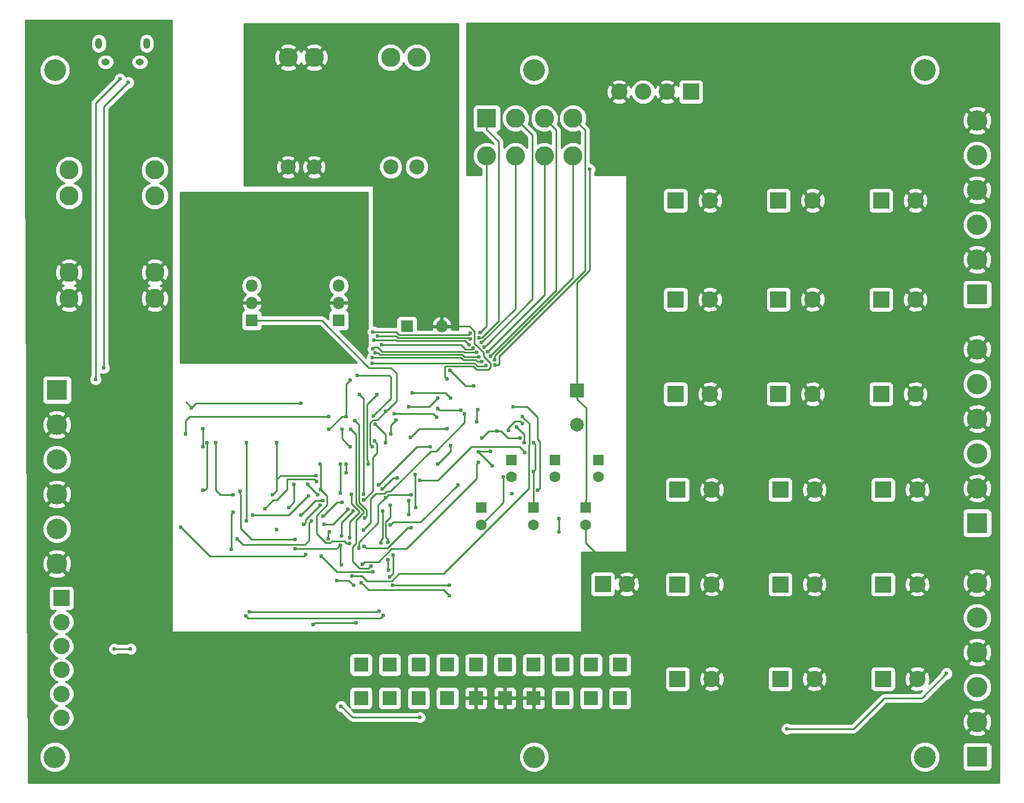
<source format=gbr>
G04 #@! TF.FileFunction,Copper,L2,Bot,Signal*
%FSLAX46Y46*%
G04 Gerber Fmt 4.6, Leading zero omitted, Abs format (unit mm)*
G04 Created by KiCad (PCBNEW 4.0.7) date 04/13/18 18:03:42*
%MOMM*%
%LPD*%
G01*
G04 APERTURE LIST*
%ADD10C,0.100000*%
%ADD11C,3.200000*%
%ADD12R,2.400000X2.400000*%
%ADD13C,2.400000*%
%ADD14R,1.600000X1.600000*%
%ADD15C,1.600000*%
%ADD16R,2.000000X2.000000*%
%ADD17C,2.000000*%
%ADD18R,1.800000X1.800000*%
%ADD19O,1.800000X1.800000*%
%ADD20C,2.800000*%
%ADD21C,2.200000*%
%ADD22R,2.125980X2.125980*%
%ADD23O,1.250000X0.950000*%
%ADD24O,1.000000X1.550000*%
%ADD25R,3.000000X3.000000*%
%ADD26C,3.000000*%
%ADD27R,2.800000X2.800000*%
%ADD28C,0.600000*%
%ADD29C,0.250000*%
%ADD30C,0.254000*%
G04 APERTURE END LIST*
D10*
D11*
X154380000Y-40630000D03*
X154380000Y-141040000D03*
D12*
X175055000Y-59702000D03*
D13*
X180055000Y-59702000D03*
D12*
X175055000Y-74162000D03*
D13*
X180055000Y-74162000D03*
D12*
X175055000Y-87987000D03*
D13*
X180055000Y-87987000D03*
D12*
X175325000Y-101967000D03*
D13*
X180325000Y-101967000D03*
D12*
X175325000Y-115792000D03*
D13*
X180325000Y-115792000D03*
D12*
X175325000Y-129617000D03*
D13*
X180325000Y-129617000D03*
D14*
X154279600Y-104597200D03*
D15*
X154279600Y-107097200D03*
D12*
X190055000Y-59702000D03*
D13*
X195055000Y-59702000D03*
D12*
X190055000Y-74162000D03*
D13*
X195055000Y-74162000D03*
D12*
X190055000Y-87987000D03*
D13*
X195055000Y-87987000D03*
D12*
X190325000Y-101967000D03*
D13*
X195325000Y-101967000D03*
D12*
X190325000Y-115792000D03*
D13*
X195325000Y-115792000D03*
D12*
X190325000Y-129617000D03*
D13*
X195325000Y-129617000D03*
D14*
X146659600Y-104597200D03*
D15*
X146659600Y-107097200D03*
D12*
X205055000Y-59702000D03*
D13*
X210055000Y-59702000D03*
D12*
X205055000Y-74162000D03*
D13*
X210055000Y-74162000D03*
D12*
X205055000Y-87987000D03*
D13*
X210055000Y-87987000D03*
D12*
X205325000Y-101967000D03*
D13*
X210325000Y-101967000D03*
D12*
X205325000Y-115792000D03*
D13*
X210325000Y-115792000D03*
D12*
X205325000Y-129617000D03*
D13*
X210325000Y-129617000D03*
D14*
X161899600Y-104597200D03*
D15*
X161899600Y-107097200D03*
D14*
X151104600Y-97612200D03*
D15*
X151104600Y-100112200D03*
D14*
X157454600Y-97612200D03*
D15*
X157454600Y-100112200D03*
D14*
X163804600Y-97612200D03*
D15*
X163804600Y-100112200D03*
D13*
X167914200Y-115773200D03*
D12*
X164414200Y-115773200D03*
D13*
X85369400Y-121315600D03*
D12*
X85369400Y-117815600D03*
D13*
X85369400Y-124815600D03*
X85369400Y-128315600D03*
X85369400Y-131815600D03*
X85369400Y-135315600D03*
D16*
X160629600Y-87452200D03*
D17*
X160629600Y-92452200D03*
D18*
X113157000Y-77216000D03*
D19*
X113157000Y-74676000D03*
X113157000Y-72136000D03*
D18*
X125857000Y-77216000D03*
D19*
X125857000Y-74676000D03*
X125857000Y-72136000D03*
D13*
X170292000Y-43815000D03*
X166792000Y-43815000D03*
X173792000Y-43815000D03*
D12*
X177292000Y-43815000D03*
D20*
X118455000Y-38802000D03*
X122255000Y-38802000D03*
D21*
X118455000Y-54802000D03*
X122255000Y-54802000D03*
D20*
X133445000Y-38802000D03*
X137255000Y-38792000D03*
D21*
X133455000Y-54802000D03*
X137255000Y-54792000D03*
D11*
X84380000Y-141040000D03*
D18*
X135813800Y-78079600D03*
D19*
X140893800Y-78079600D03*
D22*
X129105660Y-127558800D03*
X129105660Y-132422900D03*
X133306820Y-127558800D03*
X133306820Y-132422900D03*
X137505440Y-127558800D03*
X137505440Y-132422900D03*
X141706600Y-127558800D03*
X141706600Y-132422900D03*
X145905220Y-127558800D03*
X145905220Y-132422900D03*
X150106380Y-127558800D03*
X150106380Y-132422900D03*
X154305000Y-127558800D03*
X154305000Y-132422900D03*
X158506160Y-127558800D03*
X158506160Y-132422900D03*
X162704780Y-127558800D03*
X162704780Y-132422900D03*
X166905940Y-127558800D03*
X166900860Y-132422900D03*
D23*
X91815400Y-39479200D03*
X96815400Y-39479200D03*
D24*
X97815400Y-36779200D03*
X90815400Y-36779200D03*
D25*
X219075000Y-106832400D03*
D26*
X219075000Y-101752400D03*
X219075000Y-96672400D03*
X219075000Y-91592400D03*
X219075000Y-86512400D03*
X219075000Y-81432400D03*
D25*
X84709000Y-87376000D03*
D26*
X84709000Y-92456000D03*
X84709000Y-97536000D03*
X84709000Y-102616000D03*
X84709000Y-107696000D03*
X84709000Y-112776000D03*
D25*
X219075000Y-140970000D03*
D26*
X219075000Y-135890000D03*
X219075000Y-130810000D03*
X219075000Y-125730000D03*
X219075000Y-120650000D03*
X219075000Y-115570000D03*
D25*
X219075000Y-73406000D03*
D26*
X219075000Y-68326000D03*
X219075000Y-63246000D03*
X219075000Y-58166000D03*
X219075000Y-53086000D03*
X219075000Y-48006000D03*
D20*
X98983800Y-55219600D03*
X98983800Y-59019600D03*
X86483800Y-55219600D03*
X86483800Y-59019600D03*
X98983800Y-70219600D03*
X98983800Y-74019600D03*
X86483800Y-70219600D03*
X86483800Y-74019600D03*
D27*
X147463400Y-47687600D03*
D20*
X151663400Y-47687600D03*
X155863400Y-47687600D03*
X160063400Y-47687600D03*
X147463400Y-53187600D03*
X151663400Y-53187600D03*
X155863400Y-53187600D03*
X160063400Y-53187600D03*
D11*
X211440000Y-141040000D03*
X211440000Y-40630000D03*
X84430000Y-40640000D03*
D28*
X154279600Y-99314000D03*
X151866600Y-92811600D03*
X152933400Y-95097600D03*
X154305000Y-95097600D03*
X158013400Y-108153200D03*
X158013400Y-106172000D03*
X151155400Y-102514400D03*
X152648920Y-92275660D03*
X133999584Y-90834517D03*
X148055000Y-96402000D03*
X149921600Y-100112200D03*
X140182600Y-91389200D03*
X146278600Y-96469200D03*
X148310600Y-98501200D03*
X150644600Y-93307200D03*
X154904610Y-102057200D03*
X151358600Y-89865200D03*
X152308390Y-94437200D03*
X146786600Y-94437200D03*
X148984600Y-93421200D03*
X162483800Y-55118000D03*
X146194600Y-90246200D03*
X145982155Y-92057792D03*
X153029589Y-96500425D03*
X132689612Y-95108598D03*
X131189588Y-92406293D03*
X130896995Y-91156282D03*
X128514600Y-85232200D03*
X137655000Y-100602000D03*
X132155000Y-101902000D03*
X134355000Y-100247202D03*
X127555000Y-85952000D03*
X136118600Y-105613200D03*
X136118600Y-103581200D03*
X126974600Y-91262200D03*
X124434600Y-93167200D03*
X131689247Y-101251543D03*
X139204937Y-95707200D03*
X122079149Y-121677851D03*
X128405674Y-121403789D03*
X132668443Y-103141632D03*
X136395292Y-102692200D03*
X128805000Y-110527198D03*
X125555000Y-115202000D03*
X128055000Y-115952000D03*
X122577560Y-99913787D03*
X116190849Y-102692200D03*
X116814600Y-95072200D03*
X115055000Y-104702000D03*
X122604614Y-100796805D03*
X116814600Y-107772200D03*
X112369600Y-106502200D03*
X112369600Y-95072200D03*
X110455322Y-105263816D03*
X121418829Y-102863928D03*
X113305000Y-105702000D03*
X110210600Y-110693200D03*
X110464600Y-102692200D03*
X107924600Y-95072200D03*
X136457875Y-107575553D03*
X123168782Y-98222616D03*
X123241512Y-101948246D03*
X127478967Y-109794520D03*
X129575338Y-110216494D03*
X126355000Y-103802000D03*
X123555000Y-105802000D03*
X122805000Y-102702000D03*
X121354602Y-101202000D03*
X126091678Y-102462205D03*
X126055000Y-98202000D03*
X103478707Y-93819284D03*
X124434600Y-91262200D03*
X123554991Y-103589224D03*
X119354600Y-101182200D03*
X118555000Y-104567202D03*
X120305000Y-105702000D03*
X123132596Y-104268637D03*
X120734955Y-107064879D03*
X126974600Y-98247200D03*
X126974600Y-99517200D03*
X111055000Y-109167202D03*
X121855000Y-106502000D03*
X106654600Y-95072200D03*
X106019600Y-102057200D03*
X129450223Y-107850800D03*
X144246600Y-90881200D03*
X140309600Y-90107200D03*
X143738600Y-90373200D03*
X137010963Y-99742445D03*
X142214600Y-88607200D03*
X137134600Y-104597200D03*
X136626600Y-87833200D03*
X130149600Y-98247200D03*
X131419600Y-88087200D03*
X129486909Y-102608332D03*
X127688285Y-102656930D03*
X127469294Y-108994567D03*
X128879600Y-88087200D03*
X132715000Y-90542554D03*
X127515987Y-95707200D03*
X126339600Y-93167200D03*
X130784600Y-95707200D03*
X146314690Y-79763762D03*
X145059400Y-79959200D03*
X131523150Y-79513408D03*
X147133689Y-81135605D03*
X145461923Y-81269973D03*
X132110408Y-80768005D03*
X131213443Y-81989751D03*
X146349133Y-82597011D03*
X148008452Y-82469475D03*
X148693159Y-83750681D03*
X147379119Y-83794407D03*
X130733800Y-83464400D03*
X146532600Y-78994000D03*
X145059400Y-79095600D03*
X130868760Y-78888406D03*
X146687355Y-80471674D03*
X144852068Y-80752194D03*
X131020965Y-80138418D03*
X147623386Y-81768231D03*
X145950882Y-81903170D03*
X130867090Y-81388430D03*
X130786166Y-82666104D03*
X146767152Y-83279125D03*
X148646544Y-82952028D03*
X214604600Y-128828800D03*
X191287400Y-136906000D03*
X93091000Y-125222000D03*
X95478600Y-125222000D03*
X126212600Y-133604000D03*
X137693400Y-135229600D03*
X132375529Y-120301587D03*
X93903800Y-41960800D03*
X90347800Y-85852000D03*
X112293400Y-120446800D03*
X131780946Y-119766339D03*
X112818680Y-119843394D03*
X95123000Y-42468800D03*
X91567000Y-84175600D03*
X129150398Y-115552542D03*
X142055000Y-117452000D03*
X133674398Y-115948148D03*
X142055000Y-115952000D03*
X129625341Y-106056258D03*
X128244600Y-91897200D03*
X130579594Y-113117552D03*
X127609600Y-93167200D03*
X131061886Y-94838612D03*
X129514030Y-103439954D03*
X145567400Y-86817200D03*
X142124604Y-84539421D03*
X129302558Y-112876979D03*
X146278600Y-97993200D03*
X152664160Y-91320620D03*
X127805320Y-114577010D03*
X102805000Y-107452000D03*
X127195720Y-104860638D03*
X121015646Y-111444868D03*
X123710165Y-107026105D03*
X132278552Y-105045035D03*
X133109602Y-113702000D03*
X133055000Y-112202000D03*
X132055000Y-109702000D03*
X133378276Y-104238519D03*
X133305000Y-114702000D03*
X133834582Y-111474008D03*
X133002654Y-109615885D03*
X124453413Y-108111434D03*
X124305000Y-109139444D03*
X123305000Y-111702000D03*
X130805000Y-113952000D03*
X141670426Y-85770119D03*
X134183135Y-91792355D03*
X133439600Y-93802200D03*
X141664328Y-93016160D03*
X127957103Y-105106228D03*
X104355000Y-90002000D03*
X120355000Y-89302000D03*
X143274599Y-101237201D03*
X133384583Y-107102000D03*
X140284598Y-98247200D03*
X142155000Y-95502000D03*
X136355000Y-94302000D03*
X119455000Y-110602000D03*
X119455000Y-109202000D03*
X111455000Y-102202000D03*
X126305000Y-112952000D03*
X126055000Y-110077177D03*
X126305000Y-108702000D03*
X140309600Y-88607200D03*
X136118600Y-89865200D03*
X106019600Y-93052200D03*
X106019600Y-95707200D03*
D29*
X154279600Y-99314000D02*
X154579599Y-99014001D01*
X154579599Y-99014001D02*
X154579599Y-95372199D01*
X154579599Y-95372199D02*
X154305000Y-95097600D01*
X154279600Y-104597200D02*
X154279600Y-99314000D01*
X152933400Y-95097600D02*
X152933400Y-93878400D01*
X152933400Y-93878400D02*
X151866600Y-92811600D01*
X158013400Y-106172000D02*
X158013400Y-108153200D01*
X152348921Y-91975661D02*
X152648920Y-92275660D01*
X151551875Y-91975661D02*
X152348921Y-91975661D01*
X150644600Y-92882936D02*
X151551875Y-91975661D01*
X150644600Y-93307200D02*
X150644600Y-92882936D01*
X161899600Y-107097200D02*
X161899600Y-109758600D01*
X161899600Y-109758600D02*
X167914200Y-115773200D01*
X134423848Y-90834517D02*
X133999584Y-90834517D01*
X139627917Y-90834517D02*
X134423848Y-90834517D01*
X140182600Y-91389200D02*
X139627917Y-90834517D01*
X148055000Y-96402000D02*
X146345800Y-96402000D01*
X146345800Y-96402000D02*
X146278600Y-96469200D01*
X149921600Y-100112200D02*
X149921600Y-103835200D01*
X149921600Y-103835200D02*
X146659600Y-107097200D01*
X148310600Y-98501200D02*
X146278600Y-96469200D01*
X155204609Y-101757201D02*
X154904610Y-102057200D01*
X154904610Y-91379210D02*
X154904610Y-94619806D01*
X155204609Y-94919805D02*
X155204609Y-101757201D01*
X154904610Y-94619806D02*
X155204609Y-94919805D01*
X151358600Y-89865200D02*
X153390600Y-89865200D01*
X153390600Y-89865200D02*
X154904610Y-91379210D01*
X150550600Y-94437200D02*
X151884126Y-94437200D01*
X151884126Y-94437200D02*
X152308390Y-94437200D01*
X148984600Y-93421200D02*
X149534600Y-93421200D01*
X149534600Y-93421200D02*
X150550600Y-94437200D01*
X146786600Y-94437200D02*
X147802600Y-93421200D01*
X147802600Y-93421200D02*
X148984600Y-93421200D01*
X161899600Y-104597200D02*
X161899600Y-103547200D01*
X161899600Y-103547200D02*
X161954601Y-103492199D01*
X161954601Y-90027201D02*
X160629600Y-88702200D01*
X161954601Y-103492199D02*
X161954601Y-90027201D01*
X160629600Y-88702200D02*
X160629600Y-87452200D01*
X162483800Y-55542264D02*
X162483800Y-55118000D01*
X162483800Y-69876810D02*
X162483800Y-55542264D01*
X160629600Y-71731010D02*
X162483800Y-69876810D01*
X160629600Y-87452200D02*
X160629600Y-71731010D01*
X145982155Y-92057792D02*
X145982155Y-90458645D01*
X145982155Y-90458645D02*
X146194600Y-90246200D01*
X145255000Y-95702000D02*
X152231164Y-95702000D01*
X152231164Y-95702000D02*
X152729590Y-96200426D01*
X152729590Y-96200426D02*
X153029589Y-96500425D01*
X137655000Y-100602000D02*
X140355000Y-100602000D01*
X140355000Y-100602000D02*
X145255000Y-95702000D01*
X132689612Y-93906317D02*
X132689612Y-94684334D01*
X131189588Y-92406293D02*
X132689612Y-93906317D01*
X132689612Y-94684334D02*
X132689612Y-95108598D01*
X131196994Y-90856283D02*
X130896995Y-91156282D01*
X133430736Y-88622541D02*
X131196994Y-90856283D01*
X133185200Y-85232200D02*
X133430736Y-85477736D01*
X128514600Y-85232200D02*
X133185200Y-85232200D01*
X133430736Y-85477736D02*
X133430736Y-88622541D01*
X134355000Y-100247202D02*
X133809798Y-100247202D01*
X133809798Y-100247202D02*
X132155000Y-101902000D01*
X126974600Y-91262200D02*
X126974600Y-86532400D01*
X126974600Y-86532400D02*
X127555000Y-85952000D01*
X136118600Y-103581200D02*
X136118600Y-105613200D01*
X126339600Y-91262200D02*
X126974600Y-91262200D01*
X124434600Y-93167200D02*
X126339600Y-91262200D01*
X137233590Y-95707200D02*
X131989246Y-100951544D01*
X139204937Y-95707200D02*
X137233590Y-95707200D01*
X131989246Y-100951544D02*
X131689247Y-101251543D01*
X122353211Y-121403789D02*
X122079149Y-121677851D01*
X128405674Y-121403789D02*
X122353211Y-121403789D01*
X131629977Y-104180098D02*
X132368444Y-103441631D01*
X128805000Y-110527198D02*
X128805000Y-109640587D01*
X131629977Y-106815610D02*
X131629977Y-104180098D01*
X128805000Y-109640587D02*
X131629977Y-106815610D01*
X132368444Y-103441631D02*
X132668443Y-103141632D01*
X136395292Y-102692200D02*
X133117875Y-102692200D01*
X133117875Y-102692200D02*
X132968442Y-102841633D01*
X132968442Y-102841633D02*
X132668443Y-103141632D01*
X128055000Y-115952000D02*
X127305000Y-115202000D01*
X127305000Y-115202000D02*
X125555000Y-115202000D01*
X117352813Y-99913787D02*
X122153296Y-99913787D01*
X122153296Y-99913787D02*
X122577560Y-99913787D01*
X116814600Y-100452000D02*
X117352813Y-99913787D01*
X116490848Y-102392201D02*
X116190849Y-102692200D01*
X116814600Y-102068449D02*
X116490848Y-102392201D01*
X116814600Y-100452000D02*
X116814600Y-102068449D01*
X116814600Y-95072200D02*
X116814600Y-100452000D01*
X118305000Y-100452000D02*
X122259809Y-100452000D01*
X122259809Y-100452000D02*
X122604614Y-100796805D01*
X118305000Y-101952000D02*
X118305000Y-100452000D01*
X116805000Y-103452000D02*
X118305000Y-101952000D01*
X116305000Y-103452000D02*
X116805000Y-103452000D01*
X115055000Y-104702000D02*
X116305000Y-103452000D01*
X112369600Y-95072200D02*
X112369600Y-106502200D01*
X110210600Y-110693200D02*
X110210600Y-105508538D01*
X110210600Y-105508538D02*
X110455322Y-105263816D01*
X121118830Y-103163927D02*
X121418829Y-102863928D01*
X113305000Y-105702000D02*
X118580757Y-105702000D01*
X118580757Y-105702000D02*
X121118830Y-103163927D01*
X108559600Y-102692200D02*
X110464600Y-102692200D01*
X107924600Y-102057200D02*
X108559600Y-102692200D01*
X107924600Y-95072200D02*
X107924600Y-102057200D01*
X135929994Y-107575553D02*
X136033611Y-107575553D01*
X129575338Y-110216494D02*
X129875337Y-110516493D01*
X132989054Y-110516493D02*
X135929994Y-107575553D01*
X136033611Y-107575553D02*
X136457875Y-107575553D01*
X129875337Y-110516493D02*
X132989054Y-110516493D01*
X127478967Y-109794520D02*
X127054703Y-109794520D01*
X127054703Y-109794520D02*
X126712359Y-109452176D01*
X124180001Y-104163680D02*
X124180001Y-102886735D01*
X126712359Y-109452176D02*
X124917272Y-109452176D01*
X124917272Y-109452176D02*
X124605002Y-109764446D01*
X124605002Y-109764446D02*
X124004998Y-109764446D01*
X124004998Y-109764446D02*
X122609977Y-108369425D01*
X122609977Y-105733704D02*
X124180001Y-104163680D01*
X122609977Y-108369425D02*
X122609977Y-105733704D01*
X124180001Y-102886735D02*
X123541511Y-102248245D01*
X123541511Y-102248245D02*
X123241512Y-101948246D01*
X123241512Y-98295346D02*
X123168782Y-98222616D01*
X123241512Y-101948246D02*
X123241512Y-98295346D01*
X125555000Y-103802000D02*
X126355000Y-103802000D01*
X123555000Y-105802000D02*
X125555000Y-103802000D01*
X121354602Y-101202000D02*
X121354602Y-101251602D01*
X121354602Y-101251602D02*
X122805000Y-102702000D01*
X126055000Y-98202000D02*
X126055000Y-102425527D01*
X126055000Y-102425527D02*
X126091678Y-102462205D01*
X104114600Y-91262200D02*
X124434600Y-91262200D01*
X103479600Y-91897200D02*
X104114600Y-91262200D01*
X103479600Y-93802200D02*
X103479600Y-91897200D01*
X122417776Y-103589224D02*
X123130727Y-103589224D01*
X120305000Y-105702000D02*
X122417776Y-103589224D01*
X123130727Y-103589224D02*
X123554991Y-103589224D01*
X118555000Y-104567202D02*
X119354600Y-103767602D01*
X119354600Y-103767602D02*
X119354600Y-101182200D01*
X120734955Y-107064879D02*
X121034954Y-106764880D01*
X122832597Y-104568636D02*
X123132596Y-104268637D01*
X121034954Y-106366279D02*
X122832597Y-104568636D01*
X121034954Y-106764880D02*
X121034954Y-106366279D01*
X126974600Y-99517200D02*
X126974600Y-98247200D01*
X121855000Y-106502000D02*
X121555001Y-106801999D01*
X121555001Y-106801999D02*
X121555001Y-109340545D01*
X121555001Y-109340545D02*
X120927626Y-109967920D01*
X120927626Y-109967920D02*
X111855718Y-109967920D01*
X111855718Y-109967920D02*
X111055000Y-109167202D01*
X106654600Y-95072200D02*
X106654600Y-101719551D01*
X106654600Y-101719551D02*
X106316951Y-102057200D01*
X106316951Y-102057200D02*
X106019600Y-102057200D01*
X130530600Y-103262810D02*
X130530600Y-106770423D01*
X130530600Y-106770423D02*
X129750222Y-107550801D01*
X129750222Y-107550801D02*
X129450223Y-107850800D01*
X133408798Y-102227002D02*
X132855002Y-102227002D01*
X132855002Y-102227002D02*
X132555002Y-102527002D01*
X132555002Y-102527002D02*
X131266408Y-102527002D01*
X131266408Y-102527002D02*
X130530600Y-103262810D01*
X144246600Y-90881200D02*
X144246600Y-92135300D01*
X144246600Y-92135300D02*
X140049699Y-96332201D01*
X140049699Y-96332201D02*
X139303599Y-96332201D01*
X139303599Y-96332201D02*
X133408798Y-102227002D01*
X140575600Y-90373200D02*
X143738600Y-90373200D01*
X140309600Y-90107200D02*
X140575600Y-90373200D01*
X137134600Y-104597200D02*
X137020302Y-104482902D01*
X137020302Y-104482902D02*
X137020302Y-99751784D01*
X137020302Y-99751784D02*
X137010963Y-99742445D01*
X141440600Y-87833200D02*
X136626600Y-87833200D01*
X142214600Y-88607200D02*
X141440600Y-87833200D01*
X131419600Y-88087200D02*
X129986873Y-89519927D01*
X129986873Y-97660209D02*
X130149600Y-97822936D01*
X130149600Y-97822936D02*
X130149600Y-98247200D01*
X129986873Y-89519927D02*
X129986873Y-97660209D01*
X129486909Y-102184068D02*
X129486909Y-102608332D01*
X128879600Y-88087200D02*
X129486909Y-88694509D01*
X129486909Y-88694509D02*
X129486909Y-102184068D01*
X127469294Y-108994567D02*
X127469294Y-106658020D01*
X127688285Y-103953511D02*
X127688285Y-103081194D01*
X128861797Y-105265517D02*
X128861797Y-105127023D01*
X128861797Y-105127023D02*
X127688285Y-103953511D01*
X127469294Y-106658020D02*
X128861797Y-105265517D01*
X127688285Y-103081194D02*
X127688285Y-102656930D01*
X123357198Y-77216000D02*
X130281399Y-84140201D01*
X130281399Y-84140201D02*
X133493201Y-84140201D01*
X113157000Y-77216000D02*
X123357198Y-77216000D01*
X133014999Y-90242555D02*
X132715000Y-90542554D01*
X134305000Y-88952554D02*
X133014999Y-90242555D01*
X134305000Y-84952000D02*
X134305000Y-88952554D01*
X133493201Y-84140201D02*
X134305000Y-84952000D01*
X130436884Y-92233995D02*
X130436884Y-95359484D01*
X130436884Y-95359484D02*
X130484601Y-95407201D01*
X130484601Y-95407201D02*
X130784600Y-95707200D01*
X131476262Y-91781292D02*
X130889587Y-91781292D01*
X130889587Y-91781292D02*
X130436884Y-92233995D01*
X132715000Y-90542554D02*
X131476262Y-91781292D01*
X127215988Y-95407201D02*
X127515987Y-95707200D01*
X126339600Y-94530813D02*
X127215988Y-95407201D01*
X126339600Y-93167200D02*
X126339600Y-94530813D01*
X147463400Y-47687600D02*
X147463400Y-49337600D01*
X149188401Y-77314315D02*
X146738954Y-79763762D01*
X146738954Y-79763762D02*
X146314690Y-79763762D01*
X149188401Y-51062601D02*
X149188401Y-77314315D01*
X147463400Y-49337600D02*
X149188401Y-51062601D01*
X134226195Y-79513408D02*
X134467399Y-79754612D01*
X131523150Y-79513408D02*
X134226195Y-79513408D01*
X144854812Y-79754612D02*
X145059400Y-79959200D01*
X134467399Y-79754612D02*
X144854812Y-79754612D01*
X147433688Y-80835606D02*
X147133689Y-81135605D01*
X154138399Y-50162599D02*
X154138399Y-74130895D01*
X154138399Y-74130895D02*
X147433688Y-80835606D01*
X151663400Y-47687600D02*
X154138399Y-50162599D01*
X145284094Y-81447802D02*
X145461923Y-81269973D01*
X144403798Y-81447802D02*
X145284094Y-81447802D01*
X143724001Y-80768005D02*
X144403798Y-81447802D01*
X132110408Y-80768005D02*
X143724001Y-80768005D01*
X155863400Y-47687600D02*
X157588401Y-49412601D01*
X131213443Y-81989751D02*
X131637707Y-81989751D01*
X131637707Y-81989751D02*
X131854723Y-82206767D01*
X131854723Y-82206767D02*
X143889941Y-82206767D01*
X143889941Y-82206767D02*
X144211879Y-82528705D01*
X144211879Y-82528705D02*
X146280827Y-82528705D01*
X146280827Y-82528705D02*
X146349133Y-82597011D01*
X148008452Y-82413690D02*
X148008452Y-82469475D01*
X157588401Y-49412601D02*
X157588401Y-72833741D01*
X157588401Y-72833741D02*
X148008452Y-82413690D01*
X149271546Y-83596558D02*
X149117423Y-83750681D01*
X149117423Y-83750681D02*
X148693159Y-83750681D01*
X149271546Y-82452654D02*
X149271546Y-83596558D01*
X161788401Y-69935799D02*
X149271546Y-82452654D01*
X161788401Y-49412601D02*
X161788401Y-69935799D01*
X160063400Y-47687600D02*
X161788401Y-49412601D01*
X146132025Y-83904126D02*
X147269400Y-83904126D01*
X145692299Y-83464400D02*
X146132025Y-83904126D01*
X130733800Y-83464400D02*
X145692299Y-83464400D01*
X147269400Y-83904126D02*
X147379119Y-83794407D01*
X146532600Y-78994000D02*
X147463400Y-78063200D01*
X147463400Y-78063200D02*
X147463400Y-53187600D01*
X130868760Y-78888406D02*
X134237604Y-78888406D01*
X134237604Y-78888406D02*
X134653799Y-79304601D01*
X134653799Y-79304601D02*
X144850399Y-79304601D01*
X144850399Y-79304601D02*
X145059400Y-79095600D01*
X151663400Y-75495629D02*
X146687355Y-80471674D01*
X151663400Y-53187600D02*
X151663400Y-75495629D01*
X131020965Y-80138418D02*
X134214794Y-80138418D01*
X134214794Y-80138418D02*
X134280999Y-80204623D01*
X134280999Y-80204623D02*
X144304497Y-80204623D01*
X144304497Y-80204623D02*
X144552069Y-80452195D01*
X144552069Y-80452195D02*
X144852068Y-80752194D01*
X147923385Y-81468232D02*
X147623386Y-81768231D01*
X155863400Y-53187600D02*
X155863400Y-73528217D01*
X155863400Y-73528217D02*
X147923385Y-81468232D01*
X131167089Y-81088431D02*
X131505832Y-81088431D01*
X130867090Y-81388430D02*
X131167089Y-81088431D01*
X131505832Y-81088431D02*
X132174157Y-81756756D01*
X144222755Y-81903170D02*
X145526618Y-81903170D01*
X145526618Y-81903170D02*
X145950882Y-81903170D01*
X132174157Y-81756756D02*
X144076341Y-81756756D01*
X144076341Y-81756756D02*
X144222755Y-81903170D01*
X148646544Y-82527764D02*
X148646544Y-82952028D01*
X145845293Y-82980983D02*
X146143435Y-83279125D01*
X144027746Y-82980983D02*
X145845293Y-82980983D01*
X146143435Y-83279125D02*
X146342888Y-83279125D01*
X146342888Y-83279125D02*
X146767152Y-83279125D01*
X143712867Y-82666104D02*
X144027746Y-82980983D01*
X130786166Y-82666104D02*
X143712867Y-82666104D01*
X160063400Y-71001049D02*
X148646544Y-82417905D01*
X148646544Y-82417905D02*
X148646544Y-82527764D01*
X160063400Y-53187600D02*
X160063400Y-71001049D01*
X205491402Y-132435600D02*
X210997800Y-132435600D01*
X210997800Y-132435600D02*
X214604600Y-128828800D01*
X191287400Y-136906000D02*
X201021002Y-136906000D01*
X201021002Y-136906000D02*
X205491402Y-132435600D01*
X95478600Y-125222000D02*
X93091000Y-125222000D01*
X137693400Y-135229600D02*
X127838200Y-135229600D01*
X127838200Y-135229600D02*
X126212600Y-133604000D01*
X132075530Y-120601586D02*
X132375529Y-120301587D01*
X112293400Y-120446800D02*
X112593399Y-120746799D01*
X112593399Y-120746799D02*
X131930317Y-120746799D01*
X131930317Y-120746799D02*
X132075530Y-120601586D01*
X90347800Y-85852000D02*
X90347800Y-45516800D01*
X90347800Y-45516800D02*
X93903800Y-41960800D01*
X112818680Y-119843394D02*
X131703891Y-119843394D01*
X131703891Y-119843394D02*
X131780946Y-119766339D01*
X91567000Y-84175600D02*
X91567000Y-46024800D01*
X91567000Y-46024800D02*
X95123000Y-42468800D01*
X141176149Y-116573149D02*
X130171005Y-116573149D01*
X130171005Y-116573149D02*
X129450397Y-115852541D01*
X129450397Y-115852541D02*
X129150398Y-115552542D01*
X142055000Y-117452000D02*
X141176149Y-116573149D01*
X133678250Y-115952000D02*
X133674398Y-115948148D01*
X142055000Y-115952000D02*
X133678250Y-115952000D01*
X129925340Y-105756259D02*
X129625341Y-106056258D01*
X128803227Y-92455827D02*
X128803227Y-103795631D01*
X129925340Y-104917744D02*
X129925340Y-105756259D01*
X128803227Y-103795631D02*
X129925340Y-104917744D01*
X128244600Y-91897200D02*
X128803227Y-92455827D01*
X127867875Y-112439875D02*
X128929989Y-113501989D01*
X130279595Y-113417551D02*
X130579594Y-113117552D01*
X127867875Y-110289511D02*
X127867875Y-112439875D01*
X127609600Y-93167200D02*
X128353216Y-93910816D01*
X129448556Y-105315169D02*
X128341141Y-106422584D01*
X129448556Y-105077371D02*
X129448556Y-105315169D01*
X128929989Y-113501989D02*
X130195157Y-113501989D01*
X130195157Y-113501989D02*
X130279595Y-113417551D01*
X128341141Y-109816245D02*
X127867875Y-110289511D01*
X128353216Y-93910816D02*
X128353216Y-103982031D01*
X128341141Y-106422584D02*
X128341141Y-109816245D01*
X128353216Y-103982031D02*
X129448556Y-105077371D01*
X131414383Y-96642617D02*
X131414383Y-95191109D01*
X131414383Y-95191109D02*
X131361885Y-95138611D01*
X131361885Y-95138611D02*
X131061886Y-94838612D01*
X130855000Y-97202000D02*
X131414383Y-96642617D01*
X130855000Y-102126078D02*
X130855000Y-97202000D01*
X129541124Y-103439954D02*
X130855000Y-102126078D01*
X129514030Y-103439954D02*
X129541124Y-103439954D01*
X144500600Y-86817200D02*
X145567400Y-86817200D01*
X142424603Y-84839420D02*
X142124604Y-84539421D01*
X144402383Y-86817200D02*
X142424603Y-84839420D01*
X144500600Y-86817200D02*
X144402383Y-86817200D01*
X129602557Y-112576980D02*
X129302558Y-112876979D01*
X133572057Y-110586709D02*
X131666216Y-112492550D01*
X129686987Y-112492550D02*
X129602557Y-112576980D01*
X131666216Y-112492550D02*
X129686987Y-112492550D01*
X145978601Y-98293199D02*
X145978601Y-100374003D01*
X135765895Y-110586709D02*
X133572057Y-110586709D01*
X146278600Y-97993200D02*
X145978601Y-98293199D01*
X145978601Y-100374003D02*
X135765895Y-110586709D01*
X153679998Y-92336458D02*
X152964159Y-91620619D01*
X152964159Y-91620619D02*
X152664160Y-91320620D01*
X130004998Y-115327002D02*
X133605002Y-115327002D01*
X153654599Y-101793201D02*
X153654599Y-95423001D01*
X153654599Y-95423001D02*
X153679998Y-95397602D01*
X127805320Y-114577010D02*
X129255006Y-114577010D01*
X129255006Y-114577010D02*
X130004998Y-115327002D01*
X133605002Y-115327002D02*
X134682804Y-114249200D01*
X134682804Y-114249200D02*
X141198600Y-114249200D01*
X141198600Y-114249200D02*
X153654599Y-101793201D01*
X153679998Y-95397602D02*
X153679998Y-92336458D01*
X126895721Y-105160637D02*
X127195720Y-104860638D01*
X125030253Y-107026105D02*
X126895721Y-105160637D01*
X123710165Y-107026105D02*
X125030253Y-107026105D01*
X102805000Y-107452000D02*
X107055000Y-111702000D01*
X107055000Y-111702000D02*
X120758514Y-111702000D01*
X120758514Y-111702000D02*
X121015646Y-111444868D01*
X132055000Y-109277736D02*
X132278552Y-109054184D01*
X132055000Y-109702000D02*
X132055000Y-109277736D01*
X132278552Y-109054184D02*
X132278552Y-105045035D01*
X133055000Y-112202000D02*
X133055000Y-113647398D01*
X133055000Y-113647398D02*
X133109602Y-113702000D01*
X133002654Y-109191621D02*
X132729999Y-108918966D01*
X133002654Y-109615885D02*
X133002654Y-109191621D01*
X132729999Y-106701999D02*
X133378276Y-106053722D01*
X133378276Y-106053722D02*
X133378276Y-104662783D01*
X132729999Y-108918966D02*
X132729999Y-106701999D01*
X133378276Y-104662783D02*
X133378276Y-104238519D01*
X133834582Y-113058828D02*
X133834582Y-114172418D01*
X133834582Y-114172418D02*
X133305000Y-114702000D01*
X133834582Y-111898272D02*
X133834582Y-111474008D01*
X133834582Y-113058828D02*
X133834582Y-111898272D01*
X124305000Y-109139444D02*
X124305000Y-108259847D01*
X124305000Y-108259847D02*
X124453413Y-108111434D01*
X130805000Y-113952000D02*
X125555000Y-113952000D01*
X125555000Y-113952000D02*
X123305000Y-111702000D01*
X148004121Y-83494405D02*
X148004121Y-84094409D01*
X148004121Y-84094409D02*
X147679121Y-84419409D01*
X147679121Y-84419409D02*
X146010897Y-84419409D01*
X146010897Y-84419409D02*
X145505899Y-83914411D01*
X145505899Y-83914411D02*
X141486599Y-83914411D01*
X146974399Y-82464683D02*
X148004121Y-83494405D01*
X140893800Y-78079600D02*
X144968404Y-78079600D01*
X144968404Y-78079600D02*
X145684402Y-78795598D01*
X145684402Y-78795598D02*
X145684402Y-80594804D01*
X145684402Y-80594804D02*
X146974399Y-81884801D01*
X146974399Y-81884801D02*
X146974399Y-82464683D01*
X141370427Y-85470120D02*
X141670426Y-85770119D01*
X141370427Y-84030583D02*
X141370427Y-85470120D01*
X141486599Y-83914411D02*
X141370427Y-84030583D01*
X133439600Y-93802200D02*
X133439600Y-92535890D01*
X133439600Y-92535890D02*
X134183135Y-91792355D01*
X141240064Y-93016160D02*
X141664328Y-93016160D01*
X136355000Y-94302000D02*
X137640840Y-93016160D01*
X137640840Y-93016160D02*
X141240064Y-93016160D01*
X126305000Y-106758331D02*
X127657104Y-105406227D01*
X126305000Y-108702000D02*
X126305000Y-106758331D01*
X127657104Y-105406227D02*
X127957103Y-105106228D01*
X103555000Y-89202000D02*
X104355000Y-90002000D01*
X120355000Y-89302000D02*
X105055000Y-89302000D01*
X105055000Y-89302000D02*
X104355000Y-90002000D01*
X133784583Y-106702000D02*
X137809800Y-106702000D01*
X137809800Y-106702000D02*
X143274599Y-101237201D01*
X133384583Y-107102000D02*
X133784583Y-106702000D01*
X142155000Y-95502000D02*
X142155000Y-96376798D01*
X142155000Y-96376798D02*
X140284598Y-98247200D01*
X119455000Y-110602000D02*
X125530177Y-110602000D01*
X125530177Y-110602000D02*
X126055000Y-110077177D01*
X111555000Y-107602000D02*
X113155000Y-109202000D01*
X113155000Y-109202000D02*
X119455000Y-109202000D01*
X111555000Y-102726264D02*
X111555000Y-107602000D01*
X111455000Y-102202000D02*
X111455000Y-102626264D01*
X111455000Y-102626264D02*
X111555000Y-102726264D01*
X126055000Y-110077177D02*
X126055000Y-112702000D01*
X126055000Y-112702000D02*
X126305000Y-112952000D01*
X139051600Y-89865200D02*
X136118600Y-89865200D01*
X139051600Y-89865200D02*
X140309600Y-88607200D01*
X106019600Y-93052200D02*
X106019600Y-95707200D01*
D30*
G36*
X143256000Y-78544601D02*
X142343309Y-78544601D01*
X142384836Y-78444340D01*
X142264178Y-78206600D01*
X141020800Y-78206600D01*
X141020800Y-78226600D01*
X140766800Y-78226600D01*
X140766800Y-78206600D01*
X139523422Y-78206600D01*
X139402764Y-78444340D01*
X139444291Y-78544601D01*
X137361240Y-78544601D01*
X137361240Y-77714860D01*
X139402764Y-77714860D01*
X139523422Y-77952600D01*
X140766800Y-77952600D01*
X140766800Y-76708603D01*
X141020800Y-76708603D01*
X141020800Y-77952600D01*
X142264178Y-77952600D01*
X142384836Y-77714860D01*
X142206040Y-77283183D01*
X141801376Y-76841634D01*
X141258542Y-76588554D01*
X141020800Y-76708603D01*
X140766800Y-76708603D01*
X140529058Y-76588554D01*
X139986224Y-76841634D01*
X139581560Y-77283183D01*
X139402764Y-77714860D01*
X137361240Y-77714860D01*
X137361240Y-77179600D01*
X137316962Y-76944283D01*
X137177890Y-76728159D01*
X136965690Y-76583169D01*
X136713800Y-76532160D01*
X134913800Y-76532160D01*
X134678483Y-76576438D01*
X134462359Y-76715510D01*
X134317369Y-76927710D01*
X134266360Y-77179600D01*
X134266360Y-78134126D01*
X134237604Y-78128406D01*
X131431223Y-78128406D01*
X131399087Y-78096214D01*
X131055559Y-77953568D01*
X130939337Y-77953467D01*
X130962400Y-57658144D01*
X130952450Y-57608723D01*
X130924057Y-57567066D01*
X130881694Y-57539738D01*
X130835400Y-57531000D01*
X112014000Y-57531000D01*
X112014000Y-56026868D01*
X117409737Y-56026868D01*
X117520641Y-56304099D01*
X118166593Y-56547323D01*
X118856453Y-56524836D01*
X119389359Y-56304099D01*
X119500263Y-56026868D01*
X121209737Y-56026868D01*
X121320641Y-56304099D01*
X121966593Y-56547323D01*
X122656453Y-56524836D01*
X123189359Y-56304099D01*
X123300263Y-56026868D01*
X122255000Y-54981605D01*
X121209737Y-56026868D01*
X119500263Y-56026868D01*
X118455000Y-54981605D01*
X117409737Y-56026868D01*
X112014000Y-56026868D01*
X112014000Y-54513593D01*
X116709677Y-54513593D01*
X116732164Y-55203453D01*
X116952901Y-55736359D01*
X117230132Y-55847263D01*
X118275395Y-54802000D01*
X118634605Y-54802000D01*
X119679868Y-55847263D01*
X119957099Y-55736359D01*
X120200323Y-55090407D01*
X120181521Y-54513593D01*
X120509677Y-54513593D01*
X120532164Y-55203453D01*
X120752901Y-55736359D01*
X121030132Y-55847263D01*
X122075395Y-54802000D01*
X122434605Y-54802000D01*
X123479868Y-55847263D01*
X123757099Y-55736359D01*
X123979541Y-55145599D01*
X131719699Y-55145599D01*
X131983281Y-55783515D01*
X132470918Y-56272004D01*
X133108373Y-56536699D01*
X133798599Y-56537301D01*
X134436515Y-56273719D01*
X134925004Y-55786082D01*
X135189699Y-55148627D01*
X135189710Y-55135599D01*
X135519699Y-55135599D01*
X135783281Y-55773515D01*
X136270918Y-56262004D01*
X136908373Y-56526699D01*
X137598599Y-56527301D01*
X138236515Y-56263719D01*
X138725004Y-55776082D01*
X138989699Y-55138627D01*
X138990301Y-54448401D01*
X138726719Y-53810485D01*
X138239082Y-53321996D01*
X137601627Y-53057301D01*
X136911401Y-53056699D01*
X136273485Y-53320281D01*
X135784996Y-53807918D01*
X135520301Y-54445373D01*
X135519699Y-55135599D01*
X135189710Y-55135599D01*
X135190301Y-54458401D01*
X134926719Y-53820485D01*
X134439082Y-53331996D01*
X133801627Y-53067301D01*
X133111401Y-53066699D01*
X132473485Y-53330281D01*
X131984996Y-53817918D01*
X131720301Y-54455373D01*
X131719699Y-55145599D01*
X123979541Y-55145599D01*
X124000323Y-55090407D01*
X123977836Y-54400547D01*
X123757099Y-53867641D01*
X123479868Y-53756737D01*
X122434605Y-54802000D01*
X122075395Y-54802000D01*
X121030132Y-53756737D01*
X120752901Y-53867641D01*
X120509677Y-54513593D01*
X120181521Y-54513593D01*
X120177836Y-54400547D01*
X119957099Y-53867641D01*
X119679868Y-53756737D01*
X118634605Y-54802000D01*
X118275395Y-54802000D01*
X117230132Y-53756737D01*
X116952901Y-53867641D01*
X116709677Y-54513593D01*
X112014000Y-54513593D01*
X112014000Y-53577132D01*
X117409737Y-53577132D01*
X118455000Y-54622395D01*
X119500263Y-53577132D01*
X121209737Y-53577132D01*
X122255000Y-54622395D01*
X123300263Y-53577132D01*
X123189359Y-53299901D01*
X122543407Y-53056677D01*
X121853547Y-53079164D01*
X121320641Y-53299901D01*
X121209737Y-53577132D01*
X119500263Y-53577132D01*
X119389359Y-53299901D01*
X118743407Y-53056677D01*
X118053547Y-53079164D01*
X117520641Y-53299901D01*
X117409737Y-53577132D01*
X112014000Y-53577132D01*
X112014000Y-40243724D01*
X117192882Y-40243724D01*
X117340455Y-40552106D01*
X118095031Y-40845405D01*
X118904409Y-40827614D01*
X119569545Y-40552106D01*
X119717118Y-40243724D01*
X120992882Y-40243724D01*
X121140455Y-40552106D01*
X121895031Y-40845405D01*
X122704409Y-40827614D01*
X123369545Y-40552106D01*
X123517118Y-40243724D01*
X122255000Y-38981605D01*
X120992882Y-40243724D01*
X119717118Y-40243724D01*
X118455000Y-38981605D01*
X117192882Y-40243724D01*
X112014000Y-40243724D01*
X112014000Y-38442031D01*
X116411595Y-38442031D01*
X116429386Y-39251409D01*
X116704894Y-39916545D01*
X117013276Y-40064118D01*
X118275395Y-38802000D01*
X118634605Y-38802000D01*
X119896724Y-40064118D01*
X120205106Y-39916545D01*
X120350236Y-39543167D01*
X120504894Y-39916545D01*
X120813276Y-40064118D01*
X122075395Y-38802000D01*
X122434605Y-38802000D01*
X123696724Y-40064118D01*
X124005106Y-39916545D01*
X124281674Y-39205011D01*
X131409648Y-39205011D01*
X131718805Y-39953229D01*
X132290760Y-40526183D01*
X133038438Y-40836646D01*
X133848011Y-40837352D01*
X134596229Y-40528195D01*
X135169183Y-39956240D01*
X135352133Y-39515649D01*
X135528805Y-39943229D01*
X136100760Y-40516183D01*
X136848438Y-40826646D01*
X137658011Y-40827352D01*
X138406229Y-40518195D01*
X138979183Y-39946240D01*
X139289646Y-39198562D01*
X139290352Y-38388989D01*
X138981195Y-37640771D01*
X138409240Y-37067817D01*
X137661562Y-36757354D01*
X136851989Y-36756648D01*
X136103771Y-37065805D01*
X135530817Y-37637760D01*
X135347867Y-38078351D01*
X135171195Y-37650771D01*
X134599240Y-37077817D01*
X133851562Y-36767354D01*
X133041989Y-36766648D01*
X132293771Y-37075805D01*
X131720817Y-37647760D01*
X131410354Y-38395438D01*
X131409648Y-39205011D01*
X124281674Y-39205011D01*
X124298405Y-39161969D01*
X124280614Y-38352591D01*
X124005106Y-37687455D01*
X123696724Y-37539882D01*
X122434605Y-38802000D01*
X122075395Y-38802000D01*
X120813276Y-37539882D01*
X120504894Y-37687455D01*
X120359764Y-38060833D01*
X120205106Y-37687455D01*
X119896724Y-37539882D01*
X118634605Y-38802000D01*
X118275395Y-38802000D01*
X117013276Y-37539882D01*
X116704894Y-37687455D01*
X116411595Y-38442031D01*
X112014000Y-38442031D01*
X112014000Y-37360276D01*
X117192882Y-37360276D01*
X118455000Y-38622395D01*
X119717118Y-37360276D01*
X120992882Y-37360276D01*
X122255000Y-38622395D01*
X123517118Y-37360276D01*
X123369545Y-37051894D01*
X122614969Y-36758595D01*
X121805591Y-36776386D01*
X121140455Y-37051894D01*
X120992882Y-37360276D01*
X119717118Y-37360276D01*
X119569545Y-37051894D01*
X118814969Y-36758595D01*
X118005591Y-36776386D01*
X117340455Y-37051894D01*
X117192882Y-37360276D01*
X112014000Y-37360276D01*
X112014000Y-33909000D01*
X124587000Y-33909000D01*
X124636410Y-33898994D01*
X124678035Y-33870553D01*
X124685984Y-33858200D01*
X143256000Y-33858200D01*
X143256000Y-78544601D01*
X143256000Y-78544601D01*
G37*
X143256000Y-78544601D02*
X142343309Y-78544601D01*
X142384836Y-78444340D01*
X142264178Y-78206600D01*
X141020800Y-78206600D01*
X141020800Y-78226600D01*
X140766800Y-78226600D01*
X140766800Y-78206600D01*
X139523422Y-78206600D01*
X139402764Y-78444340D01*
X139444291Y-78544601D01*
X137361240Y-78544601D01*
X137361240Y-77714860D01*
X139402764Y-77714860D01*
X139523422Y-77952600D01*
X140766800Y-77952600D01*
X140766800Y-76708603D01*
X141020800Y-76708603D01*
X141020800Y-77952600D01*
X142264178Y-77952600D01*
X142384836Y-77714860D01*
X142206040Y-77283183D01*
X141801376Y-76841634D01*
X141258542Y-76588554D01*
X141020800Y-76708603D01*
X140766800Y-76708603D01*
X140529058Y-76588554D01*
X139986224Y-76841634D01*
X139581560Y-77283183D01*
X139402764Y-77714860D01*
X137361240Y-77714860D01*
X137361240Y-77179600D01*
X137316962Y-76944283D01*
X137177890Y-76728159D01*
X136965690Y-76583169D01*
X136713800Y-76532160D01*
X134913800Y-76532160D01*
X134678483Y-76576438D01*
X134462359Y-76715510D01*
X134317369Y-76927710D01*
X134266360Y-77179600D01*
X134266360Y-78134126D01*
X134237604Y-78128406D01*
X131431223Y-78128406D01*
X131399087Y-78096214D01*
X131055559Y-77953568D01*
X130939337Y-77953467D01*
X130962400Y-57658144D01*
X130952450Y-57608723D01*
X130924057Y-57567066D01*
X130881694Y-57539738D01*
X130835400Y-57531000D01*
X112014000Y-57531000D01*
X112014000Y-56026868D01*
X117409737Y-56026868D01*
X117520641Y-56304099D01*
X118166593Y-56547323D01*
X118856453Y-56524836D01*
X119389359Y-56304099D01*
X119500263Y-56026868D01*
X121209737Y-56026868D01*
X121320641Y-56304099D01*
X121966593Y-56547323D01*
X122656453Y-56524836D01*
X123189359Y-56304099D01*
X123300263Y-56026868D01*
X122255000Y-54981605D01*
X121209737Y-56026868D01*
X119500263Y-56026868D01*
X118455000Y-54981605D01*
X117409737Y-56026868D01*
X112014000Y-56026868D01*
X112014000Y-54513593D01*
X116709677Y-54513593D01*
X116732164Y-55203453D01*
X116952901Y-55736359D01*
X117230132Y-55847263D01*
X118275395Y-54802000D01*
X118634605Y-54802000D01*
X119679868Y-55847263D01*
X119957099Y-55736359D01*
X120200323Y-55090407D01*
X120181521Y-54513593D01*
X120509677Y-54513593D01*
X120532164Y-55203453D01*
X120752901Y-55736359D01*
X121030132Y-55847263D01*
X122075395Y-54802000D01*
X122434605Y-54802000D01*
X123479868Y-55847263D01*
X123757099Y-55736359D01*
X123979541Y-55145599D01*
X131719699Y-55145599D01*
X131983281Y-55783515D01*
X132470918Y-56272004D01*
X133108373Y-56536699D01*
X133798599Y-56537301D01*
X134436515Y-56273719D01*
X134925004Y-55786082D01*
X135189699Y-55148627D01*
X135189710Y-55135599D01*
X135519699Y-55135599D01*
X135783281Y-55773515D01*
X136270918Y-56262004D01*
X136908373Y-56526699D01*
X137598599Y-56527301D01*
X138236515Y-56263719D01*
X138725004Y-55776082D01*
X138989699Y-55138627D01*
X138990301Y-54448401D01*
X138726719Y-53810485D01*
X138239082Y-53321996D01*
X137601627Y-53057301D01*
X136911401Y-53056699D01*
X136273485Y-53320281D01*
X135784996Y-53807918D01*
X135520301Y-54445373D01*
X135519699Y-55135599D01*
X135189710Y-55135599D01*
X135190301Y-54458401D01*
X134926719Y-53820485D01*
X134439082Y-53331996D01*
X133801627Y-53067301D01*
X133111401Y-53066699D01*
X132473485Y-53330281D01*
X131984996Y-53817918D01*
X131720301Y-54455373D01*
X131719699Y-55145599D01*
X123979541Y-55145599D01*
X124000323Y-55090407D01*
X123977836Y-54400547D01*
X123757099Y-53867641D01*
X123479868Y-53756737D01*
X122434605Y-54802000D01*
X122075395Y-54802000D01*
X121030132Y-53756737D01*
X120752901Y-53867641D01*
X120509677Y-54513593D01*
X120181521Y-54513593D01*
X120177836Y-54400547D01*
X119957099Y-53867641D01*
X119679868Y-53756737D01*
X118634605Y-54802000D01*
X118275395Y-54802000D01*
X117230132Y-53756737D01*
X116952901Y-53867641D01*
X116709677Y-54513593D01*
X112014000Y-54513593D01*
X112014000Y-53577132D01*
X117409737Y-53577132D01*
X118455000Y-54622395D01*
X119500263Y-53577132D01*
X121209737Y-53577132D01*
X122255000Y-54622395D01*
X123300263Y-53577132D01*
X123189359Y-53299901D01*
X122543407Y-53056677D01*
X121853547Y-53079164D01*
X121320641Y-53299901D01*
X121209737Y-53577132D01*
X119500263Y-53577132D01*
X119389359Y-53299901D01*
X118743407Y-53056677D01*
X118053547Y-53079164D01*
X117520641Y-53299901D01*
X117409737Y-53577132D01*
X112014000Y-53577132D01*
X112014000Y-40243724D01*
X117192882Y-40243724D01*
X117340455Y-40552106D01*
X118095031Y-40845405D01*
X118904409Y-40827614D01*
X119569545Y-40552106D01*
X119717118Y-40243724D01*
X120992882Y-40243724D01*
X121140455Y-40552106D01*
X121895031Y-40845405D01*
X122704409Y-40827614D01*
X123369545Y-40552106D01*
X123517118Y-40243724D01*
X122255000Y-38981605D01*
X120992882Y-40243724D01*
X119717118Y-40243724D01*
X118455000Y-38981605D01*
X117192882Y-40243724D01*
X112014000Y-40243724D01*
X112014000Y-38442031D01*
X116411595Y-38442031D01*
X116429386Y-39251409D01*
X116704894Y-39916545D01*
X117013276Y-40064118D01*
X118275395Y-38802000D01*
X118634605Y-38802000D01*
X119896724Y-40064118D01*
X120205106Y-39916545D01*
X120350236Y-39543167D01*
X120504894Y-39916545D01*
X120813276Y-40064118D01*
X122075395Y-38802000D01*
X122434605Y-38802000D01*
X123696724Y-40064118D01*
X124005106Y-39916545D01*
X124281674Y-39205011D01*
X131409648Y-39205011D01*
X131718805Y-39953229D01*
X132290760Y-40526183D01*
X133038438Y-40836646D01*
X133848011Y-40837352D01*
X134596229Y-40528195D01*
X135169183Y-39956240D01*
X135352133Y-39515649D01*
X135528805Y-39943229D01*
X136100760Y-40516183D01*
X136848438Y-40826646D01*
X137658011Y-40827352D01*
X138406229Y-40518195D01*
X138979183Y-39946240D01*
X139289646Y-39198562D01*
X139290352Y-38388989D01*
X138981195Y-37640771D01*
X138409240Y-37067817D01*
X137661562Y-36757354D01*
X136851989Y-36756648D01*
X136103771Y-37065805D01*
X135530817Y-37637760D01*
X135347867Y-38078351D01*
X135171195Y-37650771D01*
X134599240Y-37077817D01*
X133851562Y-36767354D01*
X133041989Y-36766648D01*
X132293771Y-37075805D01*
X131720817Y-37647760D01*
X131410354Y-38395438D01*
X131409648Y-39205011D01*
X124281674Y-39205011D01*
X124298405Y-39161969D01*
X124280614Y-38352591D01*
X124005106Y-37687455D01*
X123696724Y-37539882D01*
X122434605Y-38802000D01*
X122075395Y-38802000D01*
X120813276Y-37539882D01*
X120504894Y-37687455D01*
X120359764Y-38060833D01*
X120205106Y-37687455D01*
X119896724Y-37539882D01*
X118634605Y-38802000D01*
X118275395Y-38802000D01*
X117013276Y-37539882D01*
X116704894Y-37687455D01*
X116411595Y-38442031D01*
X112014000Y-38442031D01*
X112014000Y-37360276D01*
X117192882Y-37360276D01*
X118455000Y-38622395D01*
X119717118Y-37360276D01*
X120992882Y-37360276D01*
X122255000Y-38622395D01*
X123517118Y-37360276D01*
X123369545Y-37051894D01*
X122614969Y-36758595D01*
X121805591Y-36776386D01*
X121140455Y-37051894D01*
X120992882Y-37360276D01*
X119717118Y-37360276D01*
X119569545Y-37051894D01*
X118814969Y-36758595D01*
X118005591Y-36776386D01*
X117340455Y-37051894D01*
X117192882Y-37360276D01*
X112014000Y-37360276D01*
X112014000Y-33909000D01*
X124587000Y-33909000D01*
X124636410Y-33898994D01*
X124678035Y-33870553D01*
X124685984Y-33858200D01*
X143256000Y-33858200D01*
X143256000Y-78544601D01*
G36*
X130048000Y-78426878D02*
X129933922Y-78701607D01*
X129933598Y-79073573D01*
X130048000Y-79350448D01*
X130048000Y-80922880D01*
X129932252Y-81201631D01*
X129931928Y-81573597D01*
X130048000Y-81854513D01*
X130048000Y-82081845D01*
X129993974Y-82135777D01*
X129851328Y-82479305D01*
X129851192Y-82635192D01*
X125979440Y-78763440D01*
X126757000Y-78763440D01*
X126992317Y-78719162D01*
X127208441Y-78580090D01*
X127353431Y-78367890D01*
X127404440Y-78116000D01*
X127404440Y-76316000D01*
X127360162Y-76080683D01*
X127221090Y-75864559D01*
X127008890Y-75719569D01*
X126957854Y-75709234D01*
X127094966Y-75583576D01*
X127348046Y-75040742D01*
X127227997Y-74803000D01*
X125984000Y-74803000D01*
X125984000Y-74823000D01*
X125730000Y-74823000D01*
X125730000Y-74803000D01*
X124486003Y-74803000D01*
X124365954Y-75040742D01*
X124619034Y-75583576D01*
X124753538Y-75706844D01*
X124721683Y-75712838D01*
X124505559Y-75851910D01*
X124360569Y-76064110D01*
X124309560Y-76316000D01*
X124309560Y-77093560D01*
X123894599Y-76678599D01*
X123648037Y-76513852D01*
X123357198Y-76456000D01*
X114704440Y-76456000D01*
X114704440Y-76316000D01*
X114660162Y-76080683D01*
X114521090Y-75864559D01*
X114308890Y-75719569D01*
X114257854Y-75709234D01*
X114394966Y-75583576D01*
X114648046Y-75040742D01*
X114527997Y-74803000D01*
X113284000Y-74803000D01*
X113284000Y-74823000D01*
X113030000Y-74823000D01*
X113030000Y-74803000D01*
X111786003Y-74803000D01*
X111665954Y-75040742D01*
X111919034Y-75583576D01*
X112053538Y-75706844D01*
X112021683Y-75712838D01*
X111805559Y-75851910D01*
X111660569Y-76064110D01*
X111609560Y-76316000D01*
X111609560Y-78116000D01*
X111653838Y-78351317D01*
X111792910Y-78567441D01*
X112005110Y-78712431D01*
X112257000Y-78763440D01*
X114057000Y-78763440D01*
X114292317Y-78719162D01*
X114508441Y-78580090D01*
X114653431Y-78367890D01*
X114704440Y-78116000D01*
X114704440Y-77976000D01*
X123042396Y-77976000D01*
X128505396Y-83439000D01*
X102743000Y-83439000D01*
X102743000Y-72105928D01*
X111622000Y-72105928D01*
X111622000Y-72166072D01*
X111738845Y-72753491D01*
X112071591Y-73251481D01*
X112309582Y-73410501D01*
X111919034Y-73768424D01*
X111665954Y-74311258D01*
X111786003Y-74549000D01*
X113030000Y-74549000D01*
X113030000Y-74529000D01*
X113284000Y-74529000D01*
X113284000Y-74549000D01*
X114527997Y-74549000D01*
X114648046Y-74311258D01*
X114394966Y-73768424D01*
X114004418Y-73410501D01*
X114242409Y-73251481D01*
X114575155Y-72753491D01*
X114692000Y-72166072D01*
X114692000Y-72105928D01*
X124322000Y-72105928D01*
X124322000Y-72166072D01*
X124438845Y-72753491D01*
X124771591Y-73251481D01*
X125009582Y-73410501D01*
X124619034Y-73768424D01*
X124365954Y-74311258D01*
X124486003Y-74549000D01*
X125730000Y-74549000D01*
X125730000Y-74529000D01*
X125984000Y-74529000D01*
X125984000Y-74549000D01*
X127227997Y-74549000D01*
X127348046Y-74311258D01*
X127094966Y-73768424D01*
X126704418Y-73410501D01*
X126942409Y-73251481D01*
X127275155Y-72753491D01*
X127392000Y-72166072D01*
X127392000Y-72105928D01*
X127275155Y-71518509D01*
X126942409Y-71020519D01*
X126444419Y-70687773D01*
X125857000Y-70570928D01*
X125269581Y-70687773D01*
X124771591Y-71020519D01*
X124438845Y-71518509D01*
X124322000Y-72105928D01*
X114692000Y-72105928D01*
X114575155Y-71518509D01*
X114242409Y-71020519D01*
X113744419Y-70687773D01*
X113157000Y-70570928D01*
X112569581Y-70687773D01*
X112071591Y-71020519D01*
X111738845Y-71518509D01*
X111622000Y-72105928D01*
X102743000Y-72105928D01*
X102743000Y-58547000D01*
X130048000Y-58547000D01*
X130048000Y-78426878D01*
X130048000Y-78426878D01*
G37*
X130048000Y-78426878D02*
X129933922Y-78701607D01*
X129933598Y-79073573D01*
X130048000Y-79350448D01*
X130048000Y-80922880D01*
X129932252Y-81201631D01*
X129931928Y-81573597D01*
X130048000Y-81854513D01*
X130048000Y-82081845D01*
X129993974Y-82135777D01*
X129851328Y-82479305D01*
X129851192Y-82635192D01*
X125979440Y-78763440D01*
X126757000Y-78763440D01*
X126992317Y-78719162D01*
X127208441Y-78580090D01*
X127353431Y-78367890D01*
X127404440Y-78116000D01*
X127404440Y-76316000D01*
X127360162Y-76080683D01*
X127221090Y-75864559D01*
X127008890Y-75719569D01*
X126957854Y-75709234D01*
X127094966Y-75583576D01*
X127348046Y-75040742D01*
X127227997Y-74803000D01*
X125984000Y-74803000D01*
X125984000Y-74823000D01*
X125730000Y-74823000D01*
X125730000Y-74803000D01*
X124486003Y-74803000D01*
X124365954Y-75040742D01*
X124619034Y-75583576D01*
X124753538Y-75706844D01*
X124721683Y-75712838D01*
X124505559Y-75851910D01*
X124360569Y-76064110D01*
X124309560Y-76316000D01*
X124309560Y-77093560D01*
X123894599Y-76678599D01*
X123648037Y-76513852D01*
X123357198Y-76456000D01*
X114704440Y-76456000D01*
X114704440Y-76316000D01*
X114660162Y-76080683D01*
X114521090Y-75864559D01*
X114308890Y-75719569D01*
X114257854Y-75709234D01*
X114394966Y-75583576D01*
X114648046Y-75040742D01*
X114527997Y-74803000D01*
X113284000Y-74803000D01*
X113284000Y-74823000D01*
X113030000Y-74823000D01*
X113030000Y-74803000D01*
X111786003Y-74803000D01*
X111665954Y-75040742D01*
X111919034Y-75583576D01*
X112053538Y-75706844D01*
X112021683Y-75712838D01*
X111805559Y-75851910D01*
X111660569Y-76064110D01*
X111609560Y-76316000D01*
X111609560Y-78116000D01*
X111653838Y-78351317D01*
X111792910Y-78567441D01*
X112005110Y-78712431D01*
X112257000Y-78763440D01*
X114057000Y-78763440D01*
X114292317Y-78719162D01*
X114508441Y-78580090D01*
X114653431Y-78367890D01*
X114704440Y-78116000D01*
X114704440Y-77976000D01*
X123042396Y-77976000D01*
X128505396Y-83439000D01*
X102743000Y-83439000D01*
X102743000Y-72105928D01*
X111622000Y-72105928D01*
X111622000Y-72166072D01*
X111738845Y-72753491D01*
X112071591Y-73251481D01*
X112309582Y-73410501D01*
X111919034Y-73768424D01*
X111665954Y-74311258D01*
X111786003Y-74549000D01*
X113030000Y-74549000D01*
X113030000Y-74529000D01*
X113284000Y-74529000D01*
X113284000Y-74549000D01*
X114527997Y-74549000D01*
X114648046Y-74311258D01*
X114394966Y-73768424D01*
X114004418Y-73410501D01*
X114242409Y-73251481D01*
X114575155Y-72753491D01*
X114692000Y-72166072D01*
X114692000Y-72105928D01*
X124322000Y-72105928D01*
X124322000Y-72166072D01*
X124438845Y-72753491D01*
X124771591Y-73251481D01*
X125009582Y-73410501D01*
X124619034Y-73768424D01*
X124365954Y-74311258D01*
X124486003Y-74549000D01*
X125730000Y-74549000D01*
X125730000Y-74529000D01*
X125984000Y-74529000D01*
X125984000Y-74549000D01*
X127227997Y-74549000D01*
X127348046Y-74311258D01*
X127094966Y-73768424D01*
X126704418Y-73410501D01*
X126942409Y-73251481D01*
X127275155Y-72753491D01*
X127392000Y-72166072D01*
X127392000Y-72105928D01*
X127275155Y-71518509D01*
X126942409Y-71020519D01*
X126444419Y-70687773D01*
X125857000Y-70570928D01*
X125269581Y-70687773D01*
X124771591Y-71020519D01*
X124438845Y-71518509D01*
X124322000Y-72105928D01*
X114692000Y-72105928D01*
X114575155Y-71518509D01*
X114242409Y-71020519D01*
X113744419Y-70687773D01*
X113157000Y-70570928D01*
X112569581Y-70687773D01*
X112071591Y-71020519D01*
X111738845Y-71518509D01*
X111622000Y-72105928D01*
X102743000Y-72105928D01*
X102743000Y-58547000D01*
X130048000Y-58547000D01*
X130048000Y-78426878D01*
G36*
X101473000Y-122681964D02*
X101482992Y-122731377D01*
X101511421Y-122773009D01*
X101553807Y-122800301D01*
X101600000Y-122809000D01*
X161163000Y-122809000D01*
X161212410Y-122798994D01*
X161254035Y-122770553D01*
X161281315Y-122728159D01*
X161290000Y-122682000D01*
X161290000Y-121072815D01*
X216939630Y-121072815D01*
X217263980Y-121857800D01*
X217864041Y-122458909D01*
X218648459Y-122784628D01*
X219497815Y-122785370D01*
X220282800Y-122461020D01*
X220883909Y-121860959D01*
X221209628Y-121076541D01*
X221210370Y-120227185D01*
X220886020Y-119442200D01*
X220285959Y-118841091D01*
X219501541Y-118515372D01*
X218652185Y-118514630D01*
X217867200Y-118838980D01*
X217266091Y-119439041D01*
X216940372Y-120223459D01*
X216939630Y-121072815D01*
X161290000Y-121072815D01*
X161290000Y-114573200D01*
X162566760Y-114573200D01*
X162566760Y-116973200D01*
X162611038Y-117208517D01*
X162750110Y-117424641D01*
X162962310Y-117569631D01*
X163214200Y-117620640D01*
X165614200Y-117620640D01*
X165849517Y-117576362D01*
X166065641Y-117437290D01*
X166210631Y-117225090D01*
X166241961Y-117070375D01*
X166796630Y-117070375D01*
X166919765Y-117357988D01*
X167601934Y-117617907D01*
X168331643Y-117596986D01*
X168908635Y-117357988D01*
X169031770Y-117070375D01*
X167914200Y-115952805D01*
X166796630Y-117070375D01*
X166241961Y-117070375D01*
X166261640Y-116973200D01*
X166261640Y-116604019D01*
X166329412Y-116767635D01*
X166617025Y-116890770D01*
X167734595Y-115773200D01*
X168093805Y-115773200D01*
X169211375Y-116890770D01*
X169498988Y-116767635D01*
X169758907Y-116085466D01*
X169737986Y-115355757D01*
X169498988Y-114778765D01*
X169211375Y-114655630D01*
X168093805Y-115773200D01*
X167734595Y-115773200D01*
X166617025Y-114655630D01*
X166329412Y-114778765D01*
X166261640Y-114956636D01*
X166261640Y-114573200D01*
X166243356Y-114476025D01*
X166796630Y-114476025D01*
X167914200Y-115593595D01*
X168915795Y-114592000D01*
X173477560Y-114592000D01*
X173477560Y-116992000D01*
X173521838Y-117227317D01*
X173660910Y-117443441D01*
X173873110Y-117588431D01*
X174125000Y-117639440D01*
X176525000Y-117639440D01*
X176760317Y-117595162D01*
X176976441Y-117456090D01*
X177121431Y-117243890D01*
X177152761Y-117089175D01*
X179207430Y-117089175D01*
X179330565Y-117376788D01*
X180012734Y-117636707D01*
X180742443Y-117615786D01*
X181319435Y-117376788D01*
X181442570Y-117089175D01*
X180325000Y-115971605D01*
X179207430Y-117089175D01*
X177152761Y-117089175D01*
X177172440Y-116992000D01*
X177172440Y-115479734D01*
X178480293Y-115479734D01*
X178501214Y-116209443D01*
X178740212Y-116786435D01*
X179027825Y-116909570D01*
X180145395Y-115792000D01*
X180504605Y-115792000D01*
X181622175Y-116909570D01*
X181909788Y-116786435D01*
X182169707Y-116104266D01*
X182148786Y-115374557D01*
X181909788Y-114797565D01*
X181622175Y-114674430D01*
X180504605Y-115792000D01*
X180145395Y-115792000D01*
X179027825Y-114674430D01*
X178740212Y-114797565D01*
X178480293Y-115479734D01*
X177172440Y-115479734D01*
X177172440Y-114592000D01*
X177154156Y-114494825D01*
X179207430Y-114494825D01*
X180325000Y-115612395D01*
X181345395Y-114592000D01*
X188477560Y-114592000D01*
X188477560Y-116992000D01*
X188521838Y-117227317D01*
X188660910Y-117443441D01*
X188873110Y-117588431D01*
X189125000Y-117639440D01*
X191525000Y-117639440D01*
X191760317Y-117595162D01*
X191976441Y-117456090D01*
X192121431Y-117243890D01*
X192152761Y-117089175D01*
X194207430Y-117089175D01*
X194330565Y-117376788D01*
X195012734Y-117636707D01*
X195742443Y-117615786D01*
X196319435Y-117376788D01*
X196442570Y-117089175D01*
X195325000Y-115971605D01*
X194207430Y-117089175D01*
X192152761Y-117089175D01*
X192172440Y-116992000D01*
X192172440Y-115479734D01*
X193480293Y-115479734D01*
X193501214Y-116209443D01*
X193740212Y-116786435D01*
X194027825Y-116909570D01*
X195145395Y-115792000D01*
X195504605Y-115792000D01*
X196622175Y-116909570D01*
X196909788Y-116786435D01*
X197169707Y-116104266D01*
X197148786Y-115374557D01*
X196909788Y-114797565D01*
X196622175Y-114674430D01*
X195504605Y-115792000D01*
X195145395Y-115792000D01*
X194027825Y-114674430D01*
X193740212Y-114797565D01*
X193480293Y-115479734D01*
X192172440Y-115479734D01*
X192172440Y-114592000D01*
X192154156Y-114494825D01*
X194207430Y-114494825D01*
X195325000Y-115612395D01*
X196345395Y-114592000D01*
X203477560Y-114592000D01*
X203477560Y-116992000D01*
X203521838Y-117227317D01*
X203660910Y-117443441D01*
X203873110Y-117588431D01*
X204125000Y-117639440D01*
X206525000Y-117639440D01*
X206760317Y-117595162D01*
X206976441Y-117456090D01*
X207121431Y-117243890D01*
X207152761Y-117089175D01*
X209207430Y-117089175D01*
X209330565Y-117376788D01*
X210012734Y-117636707D01*
X210742443Y-117615786D01*
X211319435Y-117376788D01*
X211442570Y-117089175D01*
X211437365Y-117083970D01*
X217740635Y-117083970D01*
X217900418Y-117402739D01*
X218691187Y-117712723D01*
X219540387Y-117696497D01*
X220249582Y-117402739D01*
X220409365Y-117083970D01*
X219075000Y-115749605D01*
X217740635Y-117083970D01*
X211437365Y-117083970D01*
X210325000Y-115971605D01*
X209207430Y-117089175D01*
X207152761Y-117089175D01*
X207172440Y-116992000D01*
X207172440Y-115479734D01*
X208480293Y-115479734D01*
X208501214Y-116209443D01*
X208740212Y-116786435D01*
X209027825Y-116909570D01*
X210145395Y-115792000D01*
X210504605Y-115792000D01*
X211622175Y-116909570D01*
X211909788Y-116786435D01*
X212169707Y-116104266D01*
X212148786Y-115374557D01*
X212070761Y-115186187D01*
X216932277Y-115186187D01*
X216948503Y-116035387D01*
X217242261Y-116744582D01*
X217561030Y-116904365D01*
X218895395Y-115570000D01*
X219254605Y-115570000D01*
X220588970Y-116904365D01*
X220907739Y-116744582D01*
X221217723Y-115953813D01*
X221201497Y-115104613D01*
X220907739Y-114395418D01*
X220588970Y-114235635D01*
X219254605Y-115570000D01*
X218895395Y-115570000D01*
X217561030Y-114235635D01*
X217242261Y-114395418D01*
X216932277Y-115186187D01*
X212070761Y-115186187D01*
X211909788Y-114797565D01*
X211622175Y-114674430D01*
X210504605Y-115792000D01*
X210145395Y-115792000D01*
X209027825Y-114674430D01*
X208740212Y-114797565D01*
X208480293Y-115479734D01*
X207172440Y-115479734D01*
X207172440Y-114592000D01*
X207154156Y-114494825D01*
X209207430Y-114494825D01*
X210325000Y-115612395D01*
X211442570Y-114494825D01*
X211319435Y-114207212D01*
X210922652Y-114056030D01*
X217740635Y-114056030D01*
X219075000Y-115390395D01*
X220409365Y-114056030D01*
X220249582Y-113737261D01*
X219458813Y-113427277D01*
X218609613Y-113443503D01*
X217900418Y-113737261D01*
X217740635Y-114056030D01*
X210922652Y-114056030D01*
X210637266Y-113947293D01*
X209907557Y-113968214D01*
X209330565Y-114207212D01*
X209207430Y-114494825D01*
X207154156Y-114494825D01*
X207128162Y-114356683D01*
X206989090Y-114140559D01*
X206776890Y-113995569D01*
X206525000Y-113944560D01*
X204125000Y-113944560D01*
X203889683Y-113988838D01*
X203673559Y-114127910D01*
X203528569Y-114340110D01*
X203477560Y-114592000D01*
X196345395Y-114592000D01*
X196442570Y-114494825D01*
X196319435Y-114207212D01*
X195637266Y-113947293D01*
X194907557Y-113968214D01*
X194330565Y-114207212D01*
X194207430Y-114494825D01*
X192154156Y-114494825D01*
X192128162Y-114356683D01*
X191989090Y-114140559D01*
X191776890Y-113995569D01*
X191525000Y-113944560D01*
X189125000Y-113944560D01*
X188889683Y-113988838D01*
X188673559Y-114127910D01*
X188528569Y-114340110D01*
X188477560Y-114592000D01*
X181345395Y-114592000D01*
X181442570Y-114494825D01*
X181319435Y-114207212D01*
X180637266Y-113947293D01*
X179907557Y-113968214D01*
X179330565Y-114207212D01*
X179207430Y-114494825D01*
X177154156Y-114494825D01*
X177128162Y-114356683D01*
X176989090Y-114140559D01*
X176776890Y-113995569D01*
X176525000Y-113944560D01*
X174125000Y-113944560D01*
X173889683Y-113988838D01*
X173673559Y-114127910D01*
X173528569Y-114340110D01*
X173477560Y-114592000D01*
X168915795Y-114592000D01*
X169031770Y-114476025D01*
X168908635Y-114188412D01*
X168226466Y-113928493D01*
X167496757Y-113949414D01*
X166919765Y-114188412D01*
X166796630Y-114476025D01*
X166243356Y-114476025D01*
X166217362Y-114337883D01*
X166078290Y-114121759D01*
X165866090Y-113976769D01*
X165614200Y-113925760D01*
X163214200Y-113925760D01*
X162978883Y-113970038D01*
X162762759Y-114109110D01*
X162617769Y-114321310D01*
X162566760Y-114573200D01*
X161290000Y-114573200D01*
X161290000Y-111125000D01*
X167767000Y-111125000D01*
X167816410Y-111114994D01*
X167858035Y-111086553D01*
X167885315Y-111044159D01*
X167894000Y-110998000D01*
X167894000Y-105332400D01*
X216927560Y-105332400D01*
X216927560Y-108332400D01*
X216971838Y-108567717D01*
X217110910Y-108783841D01*
X217323110Y-108928831D01*
X217575000Y-108979840D01*
X220575000Y-108979840D01*
X220810317Y-108935562D01*
X221026441Y-108796490D01*
X221171431Y-108584290D01*
X221222440Y-108332400D01*
X221222440Y-105332400D01*
X221178162Y-105097083D01*
X221039090Y-104880959D01*
X220826890Y-104735969D01*
X220575000Y-104684960D01*
X217575000Y-104684960D01*
X217339683Y-104729238D01*
X217123559Y-104868310D01*
X216978569Y-105080510D01*
X216927560Y-105332400D01*
X167894000Y-105332400D01*
X167894000Y-100767000D01*
X173477560Y-100767000D01*
X173477560Y-103167000D01*
X173521838Y-103402317D01*
X173660910Y-103618441D01*
X173873110Y-103763431D01*
X174125000Y-103814440D01*
X176525000Y-103814440D01*
X176760317Y-103770162D01*
X176976441Y-103631090D01*
X177121431Y-103418890D01*
X177152761Y-103264175D01*
X179207430Y-103264175D01*
X179330565Y-103551788D01*
X180012734Y-103811707D01*
X180742443Y-103790786D01*
X181319435Y-103551788D01*
X181442570Y-103264175D01*
X180325000Y-102146605D01*
X179207430Y-103264175D01*
X177152761Y-103264175D01*
X177172440Y-103167000D01*
X177172440Y-101654734D01*
X178480293Y-101654734D01*
X178501214Y-102384443D01*
X178740212Y-102961435D01*
X179027825Y-103084570D01*
X180145395Y-101967000D01*
X180504605Y-101967000D01*
X181622175Y-103084570D01*
X181909788Y-102961435D01*
X182169707Y-102279266D01*
X182148786Y-101549557D01*
X181909788Y-100972565D01*
X181622175Y-100849430D01*
X180504605Y-101967000D01*
X180145395Y-101967000D01*
X179027825Y-100849430D01*
X178740212Y-100972565D01*
X178480293Y-101654734D01*
X177172440Y-101654734D01*
X177172440Y-100767000D01*
X177154156Y-100669825D01*
X179207430Y-100669825D01*
X180325000Y-101787395D01*
X181345395Y-100767000D01*
X188477560Y-100767000D01*
X188477560Y-103167000D01*
X188521838Y-103402317D01*
X188660910Y-103618441D01*
X188873110Y-103763431D01*
X189125000Y-103814440D01*
X191525000Y-103814440D01*
X191760317Y-103770162D01*
X191976441Y-103631090D01*
X192121431Y-103418890D01*
X192152761Y-103264175D01*
X194207430Y-103264175D01*
X194330565Y-103551788D01*
X195012734Y-103811707D01*
X195742443Y-103790786D01*
X196319435Y-103551788D01*
X196442570Y-103264175D01*
X195325000Y-102146605D01*
X194207430Y-103264175D01*
X192152761Y-103264175D01*
X192172440Y-103167000D01*
X192172440Y-101654734D01*
X193480293Y-101654734D01*
X193501214Y-102384443D01*
X193740212Y-102961435D01*
X194027825Y-103084570D01*
X195145395Y-101967000D01*
X195504605Y-101967000D01*
X196622175Y-103084570D01*
X196909788Y-102961435D01*
X197169707Y-102279266D01*
X197148786Y-101549557D01*
X196909788Y-100972565D01*
X196622175Y-100849430D01*
X195504605Y-101967000D01*
X195145395Y-101967000D01*
X194027825Y-100849430D01*
X193740212Y-100972565D01*
X193480293Y-101654734D01*
X192172440Y-101654734D01*
X192172440Y-100767000D01*
X192154156Y-100669825D01*
X194207430Y-100669825D01*
X195325000Y-101787395D01*
X196345395Y-100767000D01*
X203477560Y-100767000D01*
X203477560Y-103167000D01*
X203521838Y-103402317D01*
X203660910Y-103618441D01*
X203873110Y-103763431D01*
X204125000Y-103814440D01*
X206525000Y-103814440D01*
X206760317Y-103770162D01*
X206976441Y-103631090D01*
X207121431Y-103418890D01*
X207152761Y-103264175D01*
X209207430Y-103264175D01*
X209330565Y-103551788D01*
X210012734Y-103811707D01*
X210742443Y-103790786D01*
X211319435Y-103551788D01*
X211441630Y-103266370D01*
X217740635Y-103266370D01*
X217900418Y-103585139D01*
X218691187Y-103895123D01*
X219540387Y-103878897D01*
X220249582Y-103585139D01*
X220409365Y-103266370D01*
X219075000Y-101932005D01*
X217740635Y-103266370D01*
X211441630Y-103266370D01*
X211442570Y-103264175D01*
X210325000Y-102146605D01*
X209207430Y-103264175D01*
X207152761Y-103264175D01*
X207172440Y-103167000D01*
X207172440Y-101654734D01*
X208480293Y-101654734D01*
X208501214Y-102384443D01*
X208740212Y-102961435D01*
X209027825Y-103084570D01*
X210145395Y-101967000D01*
X210504605Y-101967000D01*
X211622175Y-103084570D01*
X211909788Y-102961435D01*
X212169707Y-102279266D01*
X212148786Y-101549557D01*
X212073826Y-101368587D01*
X216932277Y-101368587D01*
X216948503Y-102217787D01*
X217242261Y-102926982D01*
X217561030Y-103086765D01*
X218895395Y-101752400D01*
X219254605Y-101752400D01*
X220588970Y-103086765D01*
X220907739Y-102926982D01*
X221217723Y-102136213D01*
X221201497Y-101287013D01*
X220907739Y-100577818D01*
X220588970Y-100418035D01*
X219254605Y-101752400D01*
X218895395Y-101752400D01*
X217561030Y-100418035D01*
X217242261Y-100577818D01*
X216932277Y-101368587D01*
X212073826Y-101368587D01*
X211909788Y-100972565D01*
X211622175Y-100849430D01*
X210504605Y-101967000D01*
X210145395Y-101967000D01*
X209027825Y-100849430D01*
X208740212Y-100972565D01*
X208480293Y-101654734D01*
X207172440Y-101654734D01*
X207172440Y-100767000D01*
X207154156Y-100669825D01*
X209207430Y-100669825D01*
X210325000Y-101787395D01*
X211442570Y-100669825D01*
X211319435Y-100382212D01*
X210942073Y-100238430D01*
X217740635Y-100238430D01*
X219075000Y-101572795D01*
X220409365Y-100238430D01*
X220249582Y-99919661D01*
X219458813Y-99609677D01*
X218609613Y-99625903D01*
X217900418Y-99919661D01*
X217740635Y-100238430D01*
X210942073Y-100238430D01*
X210637266Y-100122293D01*
X209907557Y-100143214D01*
X209330565Y-100382212D01*
X209207430Y-100669825D01*
X207154156Y-100669825D01*
X207128162Y-100531683D01*
X206989090Y-100315559D01*
X206776890Y-100170569D01*
X206525000Y-100119560D01*
X204125000Y-100119560D01*
X203889683Y-100163838D01*
X203673559Y-100302910D01*
X203528569Y-100515110D01*
X203477560Y-100767000D01*
X196345395Y-100767000D01*
X196442570Y-100669825D01*
X196319435Y-100382212D01*
X195637266Y-100122293D01*
X194907557Y-100143214D01*
X194330565Y-100382212D01*
X194207430Y-100669825D01*
X192154156Y-100669825D01*
X192128162Y-100531683D01*
X191989090Y-100315559D01*
X191776890Y-100170569D01*
X191525000Y-100119560D01*
X189125000Y-100119560D01*
X188889683Y-100163838D01*
X188673559Y-100302910D01*
X188528569Y-100515110D01*
X188477560Y-100767000D01*
X181345395Y-100767000D01*
X181442570Y-100669825D01*
X181319435Y-100382212D01*
X180637266Y-100122293D01*
X179907557Y-100143214D01*
X179330565Y-100382212D01*
X179207430Y-100669825D01*
X177154156Y-100669825D01*
X177128162Y-100531683D01*
X176989090Y-100315559D01*
X176776890Y-100170569D01*
X176525000Y-100119560D01*
X174125000Y-100119560D01*
X173889683Y-100163838D01*
X173673559Y-100302910D01*
X173528569Y-100515110D01*
X173477560Y-100767000D01*
X167894000Y-100767000D01*
X167894000Y-97095215D01*
X216939630Y-97095215D01*
X217263980Y-97880200D01*
X217864041Y-98481309D01*
X218648459Y-98807028D01*
X219497815Y-98807770D01*
X220282800Y-98483420D01*
X220883909Y-97883359D01*
X221209628Y-97098941D01*
X221210370Y-96249585D01*
X220886020Y-95464600D01*
X220285959Y-94863491D01*
X219501541Y-94537772D01*
X218652185Y-94537030D01*
X217867200Y-94861380D01*
X217266091Y-95461441D01*
X216940372Y-96245859D01*
X216939630Y-97095215D01*
X167894000Y-97095215D01*
X167894000Y-93106370D01*
X217740635Y-93106370D01*
X217900418Y-93425139D01*
X218691187Y-93735123D01*
X219540387Y-93718897D01*
X220249582Y-93425139D01*
X220409365Y-93106370D01*
X219075000Y-91772005D01*
X217740635Y-93106370D01*
X167894000Y-93106370D01*
X167894000Y-91208587D01*
X216932277Y-91208587D01*
X216948503Y-92057787D01*
X217242261Y-92766982D01*
X217561030Y-92926765D01*
X218895395Y-91592400D01*
X219254605Y-91592400D01*
X220588970Y-92926765D01*
X220907739Y-92766982D01*
X221217723Y-91976213D01*
X221201497Y-91127013D01*
X220907739Y-90417818D01*
X220588970Y-90258035D01*
X219254605Y-91592400D01*
X218895395Y-91592400D01*
X217561030Y-90258035D01*
X217242261Y-90417818D01*
X216932277Y-91208587D01*
X167894000Y-91208587D01*
X167894000Y-90078430D01*
X217740635Y-90078430D01*
X219075000Y-91412795D01*
X220409365Y-90078430D01*
X220249582Y-89759661D01*
X219458813Y-89449677D01*
X218609613Y-89465903D01*
X217900418Y-89759661D01*
X217740635Y-90078430D01*
X167894000Y-90078430D01*
X167894000Y-86787000D01*
X173207560Y-86787000D01*
X173207560Y-89187000D01*
X173251838Y-89422317D01*
X173390910Y-89638441D01*
X173603110Y-89783431D01*
X173855000Y-89834440D01*
X176255000Y-89834440D01*
X176490317Y-89790162D01*
X176706441Y-89651090D01*
X176851431Y-89438890D01*
X176882761Y-89284175D01*
X178937430Y-89284175D01*
X179060565Y-89571788D01*
X179742734Y-89831707D01*
X180472443Y-89810786D01*
X181049435Y-89571788D01*
X181172570Y-89284175D01*
X180055000Y-88166605D01*
X178937430Y-89284175D01*
X176882761Y-89284175D01*
X176902440Y-89187000D01*
X176902440Y-87674734D01*
X178210293Y-87674734D01*
X178231214Y-88404443D01*
X178470212Y-88981435D01*
X178757825Y-89104570D01*
X179875395Y-87987000D01*
X180234605Y-87987000D01*
X181352175Y-89104570D01*
X181639788Y-88981435D01*
X181899707Y-88299266D01*
X181878786Y-87569557D01*
X181639788Y-86992565D01*
X181352175Y-86869430D01*
X180234605Y-87987000D01*
X179875395Y-87987000D01*
X178757825Y-86869430D01*
X178470212Y-86992565D01*
X178210293Y-87674734D01*
X176902440Y-87674734D01*
X176902440Y-86787000D01*
X176884156Y-86689825D01*
X178937430Y-86689825D01*
X180055000Y-87807395D01*
X181075395Y-86787000D01*
X188207560Y-86787000D01*
X188207560Y-89187000D01*
X188251838Y-89422317D01*
X188390910Y-89638441D01*
X188603110Y-89783431D01*
X188855000Y-89834440D01*
X191255000Y-89834440D01*
X191490317Y-89790162D01*
X191706441Y-89651090D01*
X191851431Y-89438890D01*
X191882761Y-89284175D01*
X193937430Y-89284175D01*
X194060565Y-89571788D01*
X194742734Y-89831707D01*
X195472443Y-89810786D01*
X196049435Y-89571788D01*
X196172570Y-89284175D01*
X195055000Y-88166605D01*
X193937430Y-89284175D01*
X191882761Y-89284175D01*
X191902440Y-89187000D01*
X191902440Y-87674734D01*
X193210293Y-87674734D01*
X193231214Y-88404443D01*
X193470212Y-88981435D01*
X193757825Y-89104570D01*
X194875395Y-87987000D01*
X195234605Y-87987000D01*
X196352175Y-89104570D01*
X196639788Y-88981435D01*
X196899707Y-88299266D01*
X196878786Y-87569557D01*
X196639788Y-86992565D01*
X196352175Y-86869430D01*
X195234605Y-87987000D01*
X194875395Y-87987000D01*
X193757825Y-86869430D01*
X193470212Y-86992565D01*
X193210293Y-87674734D01*
X191902440Y-87674734D01*
X191902440Y-86787000D01*
X191884156Y-86689825D01*
X193937430Y-86689825D01*
X195055000Y-87807395D01*
X196075395Y-86787000D01*
X203207560Y-86787000D01*
X203207560Y-89187000D01*
X203251838Y-89422317D01*
X203390910Y-89638441D01*
X203603110Y-89783431D01*
X203855000Y-89834440D01*
X206255000Y-89834440D01*
X206490317Y-89790162D01*
X206706441Y-89651090D01*
X206851431Y-89438890D01*
X206882761Y-89284175D01*
X208937430Y-89284175D01*
X209060565Y-89571788D01*
X209742734Y-89831707D01*
X210472443Y-89810786D01*
X211049435Y-89571788D01*
X211172570Y-89284175D01*
X210055000Y-88166605D01*
X208937430Y-89284175D01*
X206882761Y-89284175D01*
X206902440Y-89187000D01*
X206902440Y-87674734D01*
X208210293Y-87674734D01*
X208231214Y-88404443D01*
X208470212Y-88981435D01*
X208757825Y-89104570D01*
X209875395Y-87987000D01*
X210234605Y-87987000D01*
X211352175Y-89104570D01*
X211639788Y-88981435D01*
X211899707Y-88299266D01*
X211878786Y-87569557D01*
X211639788Y-86992565D01*
X211505833Y-86935215D01*
X216939630Y-86935215D01*
X217263980Y-87720200D01*
X217864041Y-88321309D01*
X218648459Y-88647028D01*
X219497815Y-88647770D01*
X220282800Y-88323420D01*
X220883909Y-87723359D01*
X221209628Y-86938941D01*
X221210370Y-86089585D01*
X220886020Y-85304600D01*
X220285959Y-84703491D01*
X219501541Y-84377772D01*
X218652185Y-84377030D01*
X217867200Y-84701380D01*
X217266091Y-85301441D01*
X216940372Y-86085859D01*
X216939630Y-86935215D01*
X211505833Y-86935215D01*
X211352175Y-86869430D01*
X210234605Y-87987000D01*
X209875395Y-87987000D01*
X208757825Y-86869430D01*
X208470212Y-86992565D01*
X208210293Y-87674734D01*
X206902440Y-87674734D01*
X206902440Y-86787000D01*
X206884156Y-86689825D01*
X208937430Y-86689825D01*
X210055000Y-87807395D01*
X211172570Y-86689825D01*
X211049435Y-86402212D01*
X210367266Y-86142293D01*
X209637557Y-86163214D01*
X209060565Y-86402212D01*
X208937430Y-86689825D01*
X206884156Y-86689825D01*
X206858162Y-86551683D01*
X206719090Y-86335559D01*
X206506890Y-86190569D01*
X206255000Y-86139560D01*
X203855000Y-86139560D01*
X203619683Y-86183838D01*
X203403559Y-86322910D01*
X203258569Y-86535110D01*
X203207560Y-86787000D01*
X196075395Y-86787000D01*
X196172570Y-86689825D01*
X196049435Y-86402212D01*
X195367266Y-86142293D01*
X194637557Y-86163214D01*
X194060565Y-86402212D01*
X193937430Y-86689825D01*
X191884156Y-86689825D01*
X191858162Y-86551683D01*
X191719090Y-86335559D01*
X191506890Y-86190569D01*
X191255000Y-86139560D01*
X188855000Y-86139560D01*
X188619683Y-86183838D01*
X188403559Y-86322910D01*
X188258569Y-86535110D01*
X188207560Y-86787000D01*
X181075395Y-86787000D01*
X181172570Y-86689825D01*
X181049435Y-86402212D01*
X180367266Y-86142293D01*
X179637557Y-86163214D01*
X179060565Y-86402212D01*
X178937430Y-86689825D01*
X176884156Y-86689825D01*
X176858162Y-86551683D01*
X176719090Y-86335559D01*
X176506890Y-86190569D01*
X176255000Y-86139560D01*
X173855000Y-86139560D01*
X173619683Y-86183838D01*
X173403559Y-86322910D01*
X173258569Y-86535110D01*
X173207560Y-86787000D01*
X167894000Y-86787000D01*
X167894000Y-82946370D01*
X217740635Y-82946370D01*
X217900418Y-83265139D01*
X218691187Y-83575123D01*
X219540387Y-83558897D01*
X220249582Y-83265139D01*
X220409365Y-82946370D01*
X219075000Y-81612005D01*
X217740635Y-82946370D01*
X167894000Y-82946370D01*
X167894000Y-81048587D01*
X216932277Y-81048587D01*
X216948503Y-81897787D01*
X217242261Y-82606982D01*
X217561030Y-82766765D01*
X218895395Y-81432400D01*
X219254605Y-81432400D01*
X220588970Y-82766765D01*
X220907739Y-82606982D01*
X221217723Y-81816213D01*
X221201497Y-80967013D01*
X220907739Y-80257818D01*
X220588970Y-80098035D01*
X219254605Y-81432400D01*
X218895395Y-81432400D01*
X217561030Y-80098035D01*
X217242261Y-80257818D01*
X216932277Y-81048587D01*
X167894000Y-81048587D01*
X167894000Y-79918430D01*
X217740635Y-79918430D01*
X219075000Y-81252795D01*
X220409365Y-79918430D01*
X220249582Y-79599661D01*
X219458813Y-79289677D01*
X218609613Y-79305903D01*
X217900418Y-79599661D01*
X217740635Y-79918430D01*
X167894000Y-79918430D01*
X167894000Y-72962000D01*
X173207560Y-72962000D01*
X173207560Y-75362000D01*
X173251838Y-75597317D01*
X173390910Y-75813441D01*
X173603110Y-75958431D01*
X173855000Y-76009440D01*
X176255000Y-76009440D01*
X176490317Y-75965162D01*
X176706441Y-75826090D01*
X176851431Y-75613890D01*
X176882761Y-75459175D01*
X178937430Y-75459175D01*
X179060565Y-75746788D01*
X179742734Y-76006707D01*
X180472443Y-75985786D01*
X181049435Y-75746788D01*
X181172570Y-75459175D01*
X180055000Y-74341605D01*
X178937430Y-75459175D01*
X176882761Y-75459175D01*
X176902440Y-75362000D01*
X176902440Y-73849734D01*
X178210293Y-73849734D01*
X178231214Y-74579443D01*
X178470212Y-75156435D01*
X178757825Y-75279570D01*
X179875395Y-74162000D01*
X180234605Y-74162000D01*
X181352175Y-75279570D01*
X181639788Y-75156435D01*
X181899707Y-74474266D01*
X181878786Y-73744557D01*
X181639788Y-73167565D01*
X181352175Y-73044430D01*
X180234605Y-74162000D01*
X179875395Y-74162000D01*
X178757825Y-73044430D01*
X178470212Y-73167565D01*
X178210293Y-73849734D01*
X176902440Y-73849734D01*
X176902440Y-72962000D01*
X176884156Y-72864825D01*
X178937430Y-72864825D01*
X180055000Y-73982395D01*
X181075395Y-72962000D01*
X188207560Y-72962000D01*
X188207560Y-75362000D01*
X188251838Y-75597317D01*
X188390910Y-75813441D01*
X188603110Y-75958431D01*
X188855000Y-76009440D01*
X191255000Y-76009440D01*
X191490317Y-75965162D01*
X191706441Y-75826090D01*
X191851431Y-75613890D01*
X191882761Y-75459175D01*
X193937430Y-75459175D01*
X194060565Y-75746788D01*
X194742734Y-76006707D01*
X195472443Y-75985786D01*
X196049435Y-75746788D01*
X196172570Y-75459175D01*
X195055000Y-74341605D01*
X193937430Y-75459175D01*
X191882761Y-75459175D01*
X191902440Y-75362000D01*
X191902440Y-73849734D01*
X193210293Y-73849734D01*
X193231214Y-74579443D01*
X193470212Y-75156435D01*
X193757825Y-75279570D01*
X194875395Y-74162000D01*
X195234605Y-74162000D01*
X196352175Y-75279570D01*
X196639788Y-75156435D01*
X196899707Y-74474266D01*
X196878786Y-73744557D01*
X196639788Y-73167565D01*
X196352175Y-73044430D01*
X195234605Y-74162000D01*
X194875395Y-74162000D01*
X193757825Y-73044430D01*
X193470212Y-73167565D01*
X193210293Y-73849734D01*
X191902440Y-73849734D01*
X191902440Y-72962000D01*
X191884156Y-72864825D01*
X193937430Y-72864825D01*
X195055000Y-73982395D01*
X196075395Y-72962000D01*
X203207560Y-72962000D01*
X203207560Y-75362000D01*
X203251838Y-75597317D01*
X203390910Y-75813441D01*
X203603110Y-75958431D01*
X203855000Y-76009440D01*
X206255000Y-76009440D01*
X206490317Y-75965162D01*
X206706441Y-75826090D01*
X206851431Y-75613890D01*
X206882761Y-75459175D01*
X208937430Y-75459175D01*
X209060565Y-75746788D01*
X209742734Y-76006707D01*
X210472443Y-75985786D01*
X211049435Y-75746788D01*
X211172570Y-75459175D01*
X210055000Y-74341605D01*
X208937430Y-75459175D01*
X206882761Y-75459175D01*
X206902440Y-75362000D01*
X206902440Y-73849734D01*
X208210293Y-73849734D01*
X208231214Y-74579443D01*
X208470212Y-75156435D01*
X208757825Y-75279570D01*
X209875395Y-74162000D01*
X210234605Y-74162000D01*
X211352175Y-75279570D01*
X211639788Y-75156435D01*
X211899707Y-74474266D01*
X211878786Y-73744557D01*
X211639788Y-73167565D01*
X211352175Y-73044430D01*
X210234605Y-74162000D01*
X209875395Y-74162000D01*
X208757825Y-73044430D01*
X208470212Y-73167565D01*
X208210293Y-73849734D01*
X206902440Y-73849734D01*
X206902440Y-72962000D01*
X206884156Y-72864825D01*
X208937430Y-72864825D01*
X210055000Y-73982395D01*
X211172570Y-72864825D01*
X211049435Y-72577212D01*
X210367266Y-72317293D01*
X209637557Y-72338214D01*
X209060565Y-72577212D01*
X208937430Y-72864825D01*
X206884156Y-72864825D01*
X206858162Y-72726683D01*
X206719090Y-72510559D01*
X206506890Y-72365569D01*
X206255000Y-72314560D01*
X203855000Y-72314560D01*
X203619683Y-72358838D01*
X203403559Y-72497910D01*
X203258569Y-72710110D01*
X203207560Y-72962000D01*
X196075395Y-72962000D01*
X196172570Y-72864825D01*
X196049435Y-72577212D01*
X195367266Y-72317293D01*
X194637557Y-72338214D01*
X194060565Y-72577212D01*
X193937430Y-72864825D01*
X191884156Y-72864825D01*
X191858162Y-72726683D01*
X191719090Y-72510559D01*
X191506890Y-72365569D01*
X191255000Y-72314560D01*
X188855000Y-72314560D01*
X188619683Y-72358838D01*
X188403559Y-72497910D01*
X188258569Y-72710110D01*
X188207560Y-72962000D01*
X181075395Y-72962000D01*
X181172570Y-72864825D01*
X181049435Y-72577212D01*
X180367266Y-72317293D01*
X179637557Y-72338214D01*
X179060565Y-72577212D01*
X178937430Y-72864825D01*
X176884156Y-72864825D01*
X176858162Y-72726683D01*
X176719090Y-72510559D01*
X176506890Y-72365569D01*
X176255000Y-72314560D01*
X173855000Y-72314560D01*
X173619683Y-72358838D01*
X173403559Y-72497910D01*
X173258569Y-72710110D01*
X173207560Y-72962000D01*
X167894000Y-72962000D01*
X167894000Y-71906000D01*
X216927560Y-71906000D01*
X216927560Y-74906000D01*
X216971838Y-75141317D01*
X217110910Y-75357441D01*
X217323110Y-75502431D01*
X217575000Y-75553440D01*
X220575000Y-75553440D01*
X220810317Y-75509162D01*
X221026441Y-75370090D01*
X221171431Y-75157890D01*
X221222440Y-74906000D01*
X221222440Y-71906000D01*
X221178162Y-71670683D01*
X221039090Y-71454559D01*
X220826890Y-71309569D01*
X220575000Y-71258560D01*
X217575000Y-71258560D01*
X217339683Y-71302838D01*
X217123559Y-71441910D01*
X216978569Y-71654110D01*
X216927560Y-71906000D01*
X167894000Y-71906000D01*
X167894000Y-69839970D01*
X217740635Y-69839970D01*
X217900418Y-70158739D01*
X218691187Y-70468723D01*
X219540387Y-70452497D01*
X220249582Y-70158739D01*
X220409365Y-69839970D01*
X219075000Y-68505605D01*
X217740635Y-69839970D01*
X167894000Y-69839970D01*
X167894000Y-67942187D01*
X216932277Y-67942187D01*
X216948503Y-68791387D01*
X217242261Y-69500582D01*
X217561030Y-69660365D01*
X218895395Y-68326000D01*
X219254605Y-68326000D01*
X220588970Y-69660365D01*
X220907739Y-69500582D01*
X221217723Y-68709813D01*
X221201497Y-67860613D01*
X220907739Y-67151418D01*
X220588970Y-66991635D01*
X219254605Y-68326000D01*
X218895395Y-68326000D01*
X217561030Y-66991635D01*
X217242261Y-67151418D01*
X216932277Y-67942187D01*
X167894000Y-67942187D01*
X167894000Y-66812030D01*
X217740635Y-66812030D01*
X219075000Y-68146395D01*
X220409365Y-66812030D01*
X220249582Y-66493261D01*
X219458813Y-66183277D01*
X218609613Y-66199503D01*
X217900418Y-66493261D01*
X217740635Y-66812030D01*
X167894000Y-66812030D01*
X167894000Y-63668815D01*
X216939630Y-63668815D01*
X217263980Y-64453800D01*
X217864041Y-65054909D01*
X218648459Y-65380628D01*
X219497815Y-65381370D01*
X220282800Y-65057020D01*
X220883909Y-64456959D01*
X221209628Y-63672541D01*
X221210370Y-62823185D01*
X220886020Y-62038200D01*
X220285959Y-61437091D01*
X219501541Y-61111372D01*
X218652185Y-61110630D01*
X217867200Y-61434980D01*
X217266091Y-62035041D01*
X216940372Y-62819459D01*
X216939630Y-63668815D01*
X167894000Y-63668815D01*
X167894000Y-58502000D01*
X173207560Y-58502000D01*
X173207560Y-60902000D01*
X173251838Y-61137317D01*
X173390910Y-61353441D01*
X173603110Y-61498431D01*
X173855000Y-61549440D01*
X176255000Y-61549440D01*
X176490317Y-61505162D01*
X176706441Y-61366090D01*
X176851431Y-61153890D01*
X176882761Y-60999175D01*
X178937430Y-60999175D01*
X179060565Y-61286788D01*
X179742734Y-61546707D01*
X180472443Y-61525786D01*
X181049435Y-61286788D01*
X181172570Y-60999175D01*
X180055000Y-59881605D01*
X178937430Y-60999175D01*
X176882761Y-60999175D01*
X176902440Y-60902000D01*
X176902440Y-59389734D01*
X178210293Y-59389734D01*
X178231214Y-60119443D01*
X178470212Y-60696435D01*
X178757825Y-60819570D01*
X179875395Y-59702000D01*
X180234605Y-59702000D01*
X181352175Y-60819570D01*
X181639788Y-60696435D01*
X181899707Y-60014266D01*
X181878786Y-59284557D01*
X181639788Y-58707565D01*
X181352175Y-58584430D01*
X180234605Y-59702000D01*
X179875395Y-59702000D01*
X178757825Y-58584430D01*
X178470212Y-58707565D01*
X178210293Y-59389734D01*
X176902440Y-59389734D01*
X176902440Y-58502000D01*
X176884156Y-58404825D01*
X178937430Y-58404825D01*
X180055000Y-59522395D01*
X181075395Y-58502000D01*
X188207560Y-58502000D01*
X188207560Y-60902000D01*
X188251838Y-61137317D01*
X188390910Y-61353441D01*
X188603110Y-61498431D01*
X188855000Y-61549440D01*
X191255000Y-61549440D01*
X191490317Y-61505162D01*
X191706441Y-61366090D01*
X191851431Y-61153890D01*
X191882761Y-60999175D01*
X193937430Y-60999175D01*
X194060565Y-61286788D01*
X194742734Y-61546707D01*
X195472443Y-61525786D01*
X196049435Y-61286788D01*
X196172570Y-60999175D01*
X195055000Y-59881605D01*
X193937430Y-60999175D01*
X191882761Y-60999175D01*
X191902440Y-60902000D01*
X191902440Y-59389734D01*
X193210293Y-59389734D01*
X193231214Y-60119443D01*
X193470212Y-60696435D01*
X193757825Y-60819570D01*
X194875395Y-59702000D01*
X195234605Y-59702000D01*
X196352175Y-60819570D01*
X196639788Y-60696435D01*
X196899707Y-60014266D01*
X196878786Y-59284557D01*
X196639788Y-58707565D01*
X196352175Y-58584430D01*
X195234605Y-59702000D01*
X194875395Y-59702000D01*
X193757825Y-58584430D01*
X193470212Y-58707565D01*
X193210293Y-59389734D01*
X191902440Y-59389734D01*
X191902440Y-58502000D01*
X191884156Y-58404825D01*
X193937430Y-58404825D01*
X195055000Y-59522395D01*
X196075395Y-58502000D01*
X203207560Y-58502000D01*
X203207560Y-60902000D01*
X203251838Y-61137317D01*
X203390910Y-61353441D01*
X203603110Y-61498431D01*
X203855000Y-61549440D01*
X206255000Y-61549440D01*
X206490317Y-61505162D01*
X206706441Y-61366090D01*
X206851431Y-61153890D01*
X206882761Y-60999175D01*
X208937430Y-60999175D01*
X209060565Y-61286788D01*
X209742734Y-61546707D01*
X210472443Y-61525786D01*
X211049435Y-61286788D01*
X211172570Y-60999175D01*
X210055000Y-59881605D01*
X208937430Y-60999175D01*
X206882761Y-60999175D01*
X206902440Y-60902000D01*
X206902440Y-59389734D01*
X208210293Y-59389734D01*
X208231214Y-60119443D01*
X208470212Y-60696435D01*
X208757825Y-60819570D01*
X209875395Y-59702000D01*
X210234605Y-59702000D01*
X211352175Y-60819570D01*
X211639788Y-60696435D01*
X211899707Y-60014266D01*
X211890123Y-59679970D01*
X217740635Y-59679970D01*
X217900418Y-59998739D01*
X218691187Y-60308723D01*
X219540387Y-60292497D01*
X220249582Y-59998739D01*
X220409365Y-59679970D01*
X219075000Y-58345605D01*
X217740635Y-59679970D01*
X211890123Y-59679970D01*
X211878786Y-59284557D01*
X211639788Y-58707565D01*
X211352175Y-58584430D01*
X210234605Y-59702000D01*
X209875395Y-59702000D01*
X208757825Y-58584430D01*
X208470212Y-58707565D01*
X208210293Y-59389734D01*
X206902440Y-59389734D01*
X206902440Y-58502000D01*
X206884156Y-58404825D01*
X208937430Y-58404825D01*
X210055000Y-59522395D01*
X211172570Y-58404825D01*
X211049435Y-58117212D01*
X210367266Y-57857293D01*
X209637557Y-57878214D01*
X209060565Y-58117212D01*
X208937430Y-58404825D01*
X206884156Y-58404825D01*
X206858162Y-58266683D01*
X206719090Y-58050559D01*
X206506890Y-57905569D01*
X206255000Y-57854560D01*
X203855000Y-57854560D01*
X203619683Y-57898838D01*
X203403559Y-58037910D01*
X203258569Y-58250110D01*
X203207560Y-58502000D01*
X196075395Y-58502000D01*
X196172570Y-58404825D01*
X196049435Y-58117212D01*
X195367266Y-57857293D01*
X194637557Y-57878214D01*
X194060565Y-58117212D01*
X193937430Y-58404825D01*
X191884156Y-58404825D01*
X191858162Y-58266683D01*
X191719090Y-58050559D01*
X191506890Y-57905569D01*
X191255000Y-57854560D01*
X188855000Y-57854560D01*
X188619683Y-57898838D01*
X188403559Y-58037910D01*
X188258569Y-58250110D01*
X188207560Y-58502000D01*
X181075395Y-58502000D01*
X181172570Y-58404825D01*
X181049435Y-58117212D01*
X180367266Y-57857293D01*
X179637557Y-57878214D01*
X179060565Y-58117212D01*
X178937430Y-58404825D01*
X176884156Y-58404825D01*
X176858162Y-58266683D01*
X176719090Y-58050559D01*
X176506890Y-57905569D01*
X176255000Y-57854560D01*
X173855000Y-57854560D01*
X173619683Y-57898838D01*
X173403559Y-58037910D01*
X173258569Y-58250110D01*
X173207560Y-58502000D01*
X167894000Y-58502000D01*
X167894000Y-57782187D01*
X216932277Y-57782187D01*
X216948503Y-58631387D01*
X217242261Y-59340582D01*
X217561030Y-59500365D01*
X218895395Y-58166000D01*
X219254605Y-58166000D01*
X220588970Y-59500365D01*
X220907739Y-59340582D01*
X221217723Y-58549813D01*
X221201497Y-57700613D01*
X220907739Y-56991418D01*
X220588970Y-56831635D01*
X219254605Y-58166000D01*
X218895395Y-58166000D01*
X217561030Y-56831635D01*
X217242261Y-56991418D01*
X216932277Y-57782187D01*
X167894000Y-57782187D01*
X167894000Y-56652030D01*
X217740635Y-56652030D01*
X219075000Y-57986395D01*
X220409365Y-56652030D01*
X220249582Y-56333261D01*
X219458813Y-56023277D01*
X218609613Y-56039503D01*
X217900418Y-56333261D01*
X217740635Y-56652030D01*
X167894000Y-56652030D01*
X167894000Y-56134000D01*
X167883994Y-56084590D01*
X167855553Y-56042965D01*
X167813159Y-56015685D01*
X167767000Y-56007000D01*
X163243800Y-56007000D01*
X163243800Y-55680463D01*
X163275992Y-55648327D01*
X163418638Y-55304799D01*
X163418962Y-54932833D01*
X163276917Y-54589057D01*
X163014127Y-54325808D01*
X162670599Y-54183162D01*
X162548401Y-54183056D01*
X162548401Y-53508815D01*
X216939630Y-53508815D01*
X217263980Y-54293800D01*
X217864041Y-54894909D01*
X218648459Y-55220628D01*
X219497815Y-55221370D01*
X220282800Y-54897020D01*
X220883909Y-54296959D01*
X221209628Y-53512541D01*
X221210370Y-52663185D01*
X220886020Y-51878200D01*
X220285959Y-51277091D01*
X219501541Y-50951372D01*
X218652185Y-50950630D01*
X217867200Y-51274980D01*
X217266091Y-51875041D01*
X216940372Y-52659459D01*
X216939630Y-53508815D01*
X162548401Y-53508815D01*
X162548401Y-49519970D01*
X217740635Y-49519970D01*
X217900418Y-49838739D01*
X218691187Y-50148723D01*
X219540387Y-50132497D01*
X220249582Y-49838739D01*
X220409365Y-49519970D01*
X219075000Y-48185605D01*
X217740635Y-49519970D01*
X162548401Y-49519970D01*
X162548401Y-49412601D01*
X162490549Y-49121762D01*
X162325802Y-48875200D01*
X161935711Y-48485109D01*
X162098046Y-48094162D01*
X162098457Y-47622187D01*
X216932277Y-47622187D01*
X216948503Y-48471387D01*
X217242261Y-49180582D01*
X217561030Y-49340365D01*
X218895395Y-48006000D01*
X219254605Y-48006000D01*
X220588970Y-49340365D01*
X220907739Y-49180582D01*
X221217723Y-48389813D01*
X221201497Y-47540613D01*
X220907739Y-46831418D01*
X220588970Y-46671635D01*
X219254605Y-48006000D01*
X218895395Y-48006000D01*
X217561030Y-46671635D01*
X217242261Y-46831418D01*
X216932277Y-47622187D01*
X162098457Y-47622187D01*
X162098752Y-47284589D01*
X161789595Y-46536371D01*
X161745332Y-46492030D01*
X217740635Y-46492030D01*
X219075000Y-47826395D01*
X220409365Y-46492030D01*
X220249582Y-46173261D01*
X219458813Y-45863277D01*
X218609613Y-45879503D01*
X217900418Y-46173261D01*
X217740635Y-46492030D01*
X161745332Y-46492030D01*
X161217640Y-45963417D01*
X160469962Y-45652954D01*
X159660389Y-45652248D01*
X158912171Y-45961405D01*
X158339217Y-46533360D01*
X158028754Y-47281038D01*
X158028048Y-48090611D01*
X158337205Y-48838829D01*
X158909160Y-49411783D01*
X159656838Y-49722246D01*
X160466411Y-49722952D01*
X160860936Y-49559938D01*
X161028401Y-49727403D01*
X161028401Y-51384838D01*
X160469962Y-51152954D01*
X159660389Y-51152248D01*
X158912171Y-51461405D01*
X158348401Y-52024192D01*
X158348401Y-49412601D01*
X158290549Y-49121762D01*
X158125802Y-48875200D01*
X157735711Y-48485109D01*
X157898046Y-48094162D01*
X157898752Y-47284589D01*
X157589595Y-46536371D01*
X157017640Y-45963417D01*
X156269962Y-45652954D01*
X155460389Y-45652248D01*
X154712171Y-45961405D01*
X154139217Y-46533360D01*
X153828754Y-47281038D01*
X153828048Y-48090611D01*
X154137205Y-48838829D01*
X154709160Y-49411783D01*
X155456838Y-49722246D01*
X156266411Y-49722952D01*
X156660936Y-49559938D01*
X156828401Y-49727403D01*
X156828401Y-51384838D01*
X156269962Y-51152954D01*
X155460389Y-51152248D01*
X154898399Y-51384457D01*
X154898399Y-50162599D01*
X154840547Y-49871760D01*
X154675800Y-49625198D01*
X153535711Y-48485109D01*
X153698046Y-48094162D01*
X153698752Y-47284589D01*
X153389595Y-46536371D01*
X152817640Y-45963417D01*
X152069962Y-45652954D01*
X151260389Y-45652248D01*
X150512171Y-45961405D01*
X149939217Y-46533360D01*
X149628754Y-47281038D01*
X149628048Y-48090611D01*
X149937205Y-48838829D01*
X150509160Y-49411783D01*
X151256838Y-49722246D01*
X152066411Y-49722952D01*
X152460936Y-49559938D01*
X153378399Y-50477401D01*
X153378399Y-52025155D01*
X152817640Y-51463417D01*
X152069962Y-51152954D01*
X151260389Y-51152248D01*
X150512171Y-51461405D01*
X149948401Y-52024192D01*
X149948401Y-51062601D01*
X149890549Y-50771762D01*
X149725802Y-50525200D01*
X148924201Y-49723599D01*
X149098717Y-49690762D01*
X149314841Y-49551690D01*
X149459831Y-49339490D01*
X149510840Y-49087600D01*
X149510840Y-46287600D01*
X149466562Y-46052283D01*
X149327490Y-45836159D01*
X149115290Y-45691169D01*
X148863400Y-45640160D01*
X146063400Y-45640160D01*
X145828083Y-45684438D01*
X145611959Y-45823510D01*
X145466969Y-46035710D01*
X145415960Y-46287600D01*
X145415960Y-49087600D01*
X145460238Y-49322917D01*
X145599310Y-49539041D01*
X145811510Y-49684031D01*
X146063400Y-49735040D01*
X146832480Y-49735040D01*
X146925999Y-49875001D01*
X148428401Y-51377403D01*
X148428401Y-51384838D01*
X147869962Y-51152954D01*
X147060389Y-51152248D01*
X146312171Y-51461405D01*
X145739217Y-52033360D01*
X145428754Y-52781038D01*
X145428048Y-53590611D01*
X145737205Y-54338829D01*
X146309160Y-54911783D01*
X146703400Y-55075486D01*
X146703400Y-56007000D01*
X144526000Y-56007000D01*
X144526000Y-45112175D01*
X165674430Y-45112175D01*
X165797565Y-45399788D01*
X166479734Y-45659707D01*
X167209443Y-45638786D01*
X167786435Y-45399788D01*
X167909570Y-45112175D01*
X166792000Y-43994605D01*
X165674430Y-45112175D01*
X144526000Y-45112175D01*
X144526000Y-43502734D01*
X164947293Y-43502734D01*
X164968214Y-44232443D01*
X165207212Y-44809435D01*
X165494825Y-44932570D01*
X166612395Y-43815000D01*
X166971605Y-43815000D01*
X168089175Y-44932570D01*
X168376788Y-44809435D01*
X168540204Y-44380542D01*
X168735455Y-44853086D01*
X169251199Y-45369730D01*
X169925395Y-45649681D01*
X170655403Y-45650318D01*
X171330086Y-45371545D01*
X171589908Y-45112175D01*
X172674430Y-45112175D01*
X172797565Y-45399788D01*
X173479734Y-45659707D01*
X174209443Y-45638786D01*
X174786435Y-45399788D01*
X174909570Y-45112175D01*
X173792000Y-43994605D01*
X172674430Y-45112175D01*
X171589908Y-45112175D01*
X171846730Y-44855801D01*
X172036808Y-44398043D01*
X172207212Y-44809435D01*
X172494825Y-44932570D01*
X173612395Y-43815000D01*
X173971605Y-43815000D01*
X175089175Y-44932570D01*
X175376788Y-44809435D01*
X175444560Y-44631564D01*
X175444560Y-45015000D01*
X175488838Y-45250317D01*
X175627910Y-45466441D01*
X175840110Y-45611431D01*
X176092000Y-45662440D01*
X178492000Y-45662440D01*
X178727317Y-45618162D01*
X178943441Y-45479090D01*
X179088431Y-45266890D01*
X179139440Y-45015000D01*
X179139440Y-42615000D01*
X179095162Y-42379683D01*
X178956090Y-42163559D01*
X178743890Y-42018569D01*
X178492000Y-41967560D01*
X176092000Y-41967560D01*
X175856683Y-42011838D01*
X175640559Y-42150910D01*
X175495569Y-42363110D01*
X175444560Y-42615000D01*
X175444560Y-42984181D01*
X175376788Y-42820565D01*
X175089175Y-42697430D01*
X173971605Y-43815000D01*
X173612395Y-43815000D01*
X172494825Y-42697430D01*
X172207212Y-42820565D01*
X172043796Y-43249458D01*
X171848545Y-42776914D01*
X171589908Y-42517825D01*
X172674430Y-42517825D01*
X173792000Y-43635395D01*
X174909570Y-42517825D01*
X174786435Y-42230212D01*
X174104266Y-41970293D01*
X173374557Y-41991214D01*
X172797565Y-42230212D01*
X172674430Y-42517825D01*
X171589908Y-42517825D01*
X171332801Y-42260270D01*
X170658605Y-41980319D01*
X169928597Y-41979682D01*
X169253914Y-42258455D01*
X168737270Y-42774199D01*
X168547192Y-43231957D01*
X168376788Y-42820565D01*
X168089175Y-42697430D01*
X166971605Y-43815000D01*
X166612395Y-43815000D01*
X165494825Y-42697430D01*
X165207212Y-42820565D01*
X164947293Y-43502734D01*
X144526000Y-43502734D01*
X144526000Y-41072619D01*
X152144613Y-41072619D01*
X152484155Y-41894372D01*
X153112321Y-42523636D01*
X153933481Y-42864611D01*
X154822619Y-42865387D01*
X155644372Y-42525845D01*
X155652406Y-42517825D01*
X165674430Y-42517825D01*
X166792000Y-43635395D01*
X167909570Y-42517825D01*
X167786435Y-42230212D01*
X167104266Y-41970293D01*
X166374557Y-41991214D01*
X165797565Y-42230212D01*
X165674430Y-42517825D01*
X155652406Y-42517825D01*
X156273636Y-41897679D01*
X156614611Y-41076519D01*
X156614614Y-41072619D01*
X209204613Y-41072619D01*
X209544155Y-41894372D01*
X210172321Y-42523636D01*
X210993481Y-42864611D01*
X211882619Y-42865387D01*
X212704372Y-42525845D01*
X213333636Y-41897679D01*
X213674611Y-41076519D01*
X213675387Y-40187381D01*
X213335845Y-39365628D01*
X212707679Y-38736364D01*
X211886519Y-38395389D01*
X210997381Y-38394613D01*
X210175628Y-38734155D01*
X209546364Y-39362321D01*
X209205389Y-40183481D01*
X209204613Y-41072619D01*
X156614614Y-41072619D01*
X156615387Y-40187381D01*
X156275845Y-39365628D01*
X155647679Y-38736364D01*
X154826519Y-38395389D01*
X153937381Y-38394613D01*
X153115628Y-38734155D01*
X152486364Y-39362321D01*
X152145389Y-40183481D01*
X152144613Y-41072619D01*
X144526000Y-41072619D01*
X144526000Y-33782000D01*
X222250000Y-33782000D01*
X222250000Y-144832000D01*
X80517175Y-144832000D01*
X80503473Y-141482619D01*
X82144613Y-141482619D01*
X82484155Y-142304372D01*
X83112321Y-142933636D01*
X83933481Y-143274611D01*
X84822619Y-143275387D01*
X85644372Y-142935845D01*
X86273636Y-142307679D01*
X86614611Y-141486519D01*
X86614614Y-141482619D01*
X152144613Y-141482619D01*
X152484155Y-142304372D01*
X153112321Y-142933636D01*
X153933481Y-143274611D01*
X154822619Y-143275387D01*
X155644372Y-142935845D01*
X156273636Y-142307679D01*
X156614611Y-141486519D01*
X156614614Y-141482619D01*
X209204613Y-141482619D01*
X209544155Y-142304372D01*
X210172321Y-142933636D01*
X210993481Y-143274611D01*
X211882619Y-143275387D01*
X212704372Y-142935845D01*
X213333636Y-142307679D01*
X213674611Y-141486519D01*
X213675387Y-140597381D01*
X213335845Y-139775628D01*
X213030751Y-139470000D01*
X216927560Y-139470000D01*
X216927560Y-142470000D01*
X216971838Y-142705317D01*
X217110910Y-142921441D01*
X217323110Y-143066431D01*
X217575000Y-143117440D01*
X220575000Y-143117440D01*
X220810317Y-143073162D01*
X221026441Y-142934090D01*
X221171431Y-142721890D01*
X221222440Y-142470000D01*
X221222440Y-139470000D01*
X221178162Y-139234683D01*
X221039090Y-139018559D01*
X220826890Y-138873569D01*
X220575000Y-138822560D01*
X217575000Y-138822560D01*
X217339683Y-138866838D01*
X217123559Y-139005910D01*
X216978569Y-139218110D01*
X216927560Y-139470000D01*
X213030751Y-139470000D01*
X212707679Y-139146364D01*
X211886519Y-138805389D01*
X210997381Y-138804613D01*
X210175628Y-139144155D01*
X209546364Y-139772321D01*
X209205389Y-140593481D01*
X209204613Y-141482619D01*
X156614614Y-141482619D01*
X156615387Y-140597381D01*
X156275845Y-139775628D01*
X155647679Y-139146364D01*
X154826519Y-138805389D01*
X153937381Y-138804613D01*
X153115628Y-139144155D01*
X152486364Y-139772321D01*
X152145389Y-140593481D01*
X152144613Y-141482619D01*
X86614614Y-141482619D01*
X86615387Y-140597381D01*
X86275845Y-139775628D01*
X85647679Y-139146364D01*
X84826519Y-138805389D01*
X83937381Y-138804613D01*
X83115628Y-139144155D01*
X82486364Y-139772321D01*
X82145389Y-140593481D01*
X82144613Y-141482619D01*
X80503473Y-141482619D01*
X80401746Y-116615600D01*
X83521960Y-116615600D01*
X83521960Y-119015600D01*
X83566238Y-119250917D01*
X83705310Y-119467041D01*
X83917510Y-119612031D01*
X84169400Y-119663040D01*
X84563688Y-119663040D01*
X84331314Y-119759055D01*
X83814670Y-120274799D01*
X83534719Y-120948995D01*
X83534082Y-121679003D01*
X83812855Y-122353686D01*
X84328599Y-122870330D01*
X84799185Y-123065735D01*
X84331314Y-123259055D01*
X83814670Y-123774799D01*
X83534719Y-124448995D01*
X83534082Y-125179003D01*
X83812855Y-125853686D01*
X84328599Y-126370330D01*
X84799185Y-126565735D01*
X84331314Y-126759055D01*
X83814670Y-127274799D01*
X83534719Y-127948995D01*
X83534082Y-128679003D01*
X83812855Y-129353686D01*
X84328599Y-129870330D01*
X84799185Y-130065735D01*
X84331314Y-130259055D01*
X83814670Y-130774799D01*
X83534719Y-131448995D01*
X83534082Y-132179003D01*
X83812855Y-132853686D01*
X84328599Y-133370330D01*
X84799185Y-133565735D01*
X84331314Y-133759055D01*
X83814670Y-134274799D01*
X83534719Y-134948995D01*
X83534082Y-135679003D01*
X83812855Y-136353686D01*
X84328599Y-136870330D01*
X85002795Y-137150281D01*
X85732803Y-137150918D01*
X85877411Y-137091167D01*
X190352238Y-137091167D01*
X190494283Y-137434943D01*
X190757073Y-137698192D01*
X191100601Y-137840838D01*
X191472567Y-137841162D01*
X191816343Y-137699117D01*
X191849518Y-137666000D01*
X201021002Y-137666000D01*
X201311841Y-137608148D01*
X201558403Y-137443401D01*
X201597834Y-137403970D01*
X217740635Y-137403970D01*
X217900418Y-137722739D01*
X218691187Y-138032723D01*
X219540387Y-138016497D01*
X220249582Y-137722739D01*
X220409365Y-137403970D01*
X219075000Y-136069605D01*
X217740635Y-137403970D01*
X201597834Y-137403970D01*
X203495617Y-135506187D01*
X216932277Y-135506187D01*
X216948503Y-136355387D01*
X217242261Y-137064582D01*
X217561030Y-137224365D01*
X218895395Y-135890000D01*
X219254605Y-135890000D01*
X220588970Y-137224365D01*
X220907739Y-137064582D01*
X221217723Y-136273813D01*
X221201497Y-135424613D01*
X220907739Y-134715418D01*
X220588970Y-134555635D01*
X219254605Y-135890000D01*
X218895395Y-135890000D01*
X217561030Y-134555635D01*
X217242261Y-134715418D01*
X216932277Y-135506187D01*
X203495617Y-135506187D01*
X204625774Y-134376030D01*
X217740635Y-134376030D01*
X219075000Y-135710395D01*
X220409365Y-134376030D01*
X220249582Y-134057261D01*
X219458813Y-133747277D01*
X218609613Y-133763503D01*
X217900418Y-134057261D01*
X217740635Y-134376030D01*
X204625774Y-134376030D01*
X205806204Y-133195600D01*
X210997800Y-133195600D01*
X211288639Y-133137748D01*
X211535201Y-132973001D01*
X213275387Y-131232815D01*
X216939630Y-131232815D01*
X217263980Y-132017800D01*
X217864041Y-132618909D01*
X218648459Y-132944628D01*
X219497815Y-132945370D01*
X220282800Y-132621020D01*
X220883909Y-132020959D01*
X221209628Y-131236541D01*
X221210370Y-130387185D01*
X220886020Y-129602200D01*
X220285959Y-129001091D01*
X219501541Y-128675372D01*
X218652185Y-128674630D01*
X217867200Y-128998980D01*
X217266091Y-129599041D01*
X216940372Y-130383459D01*
X216939630Y-131232815D01*
X213275387Y-131232815D01*
X214744280Y-129763922D01*
X214789767Y-129763962D01*
X215133543Y-129621917D01*
X215396792Y-129359127D01*
X215539438Y-129015599D01*
X215539762Y-128643633D01*
X215397717Y-128299857D01*
X215134927Y-128036608D01*
X214791399Y-127893962D01*
X214419433Y-127893638D01*
X214075657Y-128035683D01*
X213812408Y-128298473D01*
X213669762Y-128642001D01*
X213669721Y-128688877D01*
X212009893Y-130348705D01*
X212169707Y-129929266D01*
X212148786Y-129199557D01*
X211909788Y-128622565D01*
X211622175Y-128499430D01*
X210504605Y-129617000D01*
X210518748Y-129631143D01*
X210339143Y-129810748D01*
X210325000Y-129796605D01*
X209207430Y-130914175D01*
X209330565Y-131201788D01*
X210012734Y-131461707D01*
X210742443Y-131440786D01*
X211041817Y-131316781D01*
X210682998Y-131675600D01*
X205491402Y-131675600D01*
X205200562Y-131733452D01*
X204954001Y-131898199D01*
X200706200Y-136146000D01*
X191849863Y-136146000D01*
X191817727Y-136113808D01*
X191474199Y-135971162D01*
X191102233Y-135970838D01*
X190758457Y-136112883D01*
X190495208Y-136375673D01*
X190352562Y-136719201D01*
X190352238Y-137091167D01*
X85877411Y-137091167D01*
X86407486Y-136872145D01*
X86924130Y-136356401D01*
X87204081Y-135682205D01*
X87204718Y-134952197D01*
X86925945Y-134277514D01*
X86438449Y-133789167D01*
X125277438Y-133789167D01*
X125419483Y-134132943D01*
X125682273Y-134396192D01*
X126025801Y-134538838D01*
X126072677Y-134538879D01*
X127300799Y-135767001D01*
X127547361Y-135931748D01*
X127838200Y-135989600D01*
X137130937Y-135989600D01*
X137163073Y-136021792D01*
X137506601Y-136164438D01*
X137878567Y-136164762D01*
X138222343Y-136022717D01*
X138485592Y-135759927D01*
X138628238Y-135416399D01*
X138628562Y-135044433D01*
X138486517Y-134700657D01*
X138223727Y-134437408D01*
X137880199Y-134294762D01*
X137508233Y-134294438D01*
X137164457Y-134436483D01*
X137131282Y-134469600D01*
X128153002Y-134469600D01*
X127711668Y-134028266D01*
X127790780Y-134082321D01*
X128042670Y-134133330D01*
X130168650Y-134133330D01*
X130403967Y-134089052D01*
X130620091Y-133949980D01*
X130765081Y-133737780D01*
X130816090Y-133485890D01*
X130816090Y-131359910D01*
X131596390Y-131359910D01*
X131596390Y-133485890D01*
X131640668Y-133721207D01*
X131779740Y-133937331D01*
X131991940Y-134082321D01*
X132243830Y-134133330D01*
X134369810Y-134133330D01*
X134605127Y-134089052D01*
X134821251Y-133949980D01*
X134966241Y-133737780D01*
X135017250Y-133485890D01*
X135017250Y-131359910D01*
X135795010Y-131359910D01*
X135795010Y-133485890D01*
X135839288Y-133721207D01*
X135978360Y-133937331D01*
X136190560Y-134082321D01*
X136442450Y-134133330D01*
X138568430Y-134133330D01*
X138803747Y-134089052D01*
X139019871Y-133949980D01*
X139164861Y-133737780D01*
X139215870Y-133485890D01*
X139215870Y-131359910D01*
X139996170Y-131359910D01*
X139996170Y-133485890D01*
X140040448Y-133721207D01*
X140179520Y-133937331D01*
X140391720Y-134082321D01*
X140643610Y-134133330D01*
X142769590Y-134133330D01*
X143004907Y-134089052D01*
X143221031Y-133949980D01*
X143366021Y-133737780D01*
X143417030Y-133485890D01*
X143417030Y-132708650D01*
X144207230Y-132708650D01*
X144207230Y-133612200D01*
X144303903Y-133845589D01*
X144482532Y-134024217D01*
X144715921Y-134120890D01*
X145619470Y-134120890D01*
X145778220Y-133962140D01*
X145778220Y-132549900D01*
X146032220Y-132549900D01*
X146032220Y-133962140D01*
X146190970Y-134120890D01*
X147094519Y-134120890D01*
X147327908Y-134024217D01*
X147506537Y-133845589D01*
X147603210Y-133612200D01*
X147603210Y-132708650D01*
X148408390Y-132708650D01*
X148408390Y-133612200D01*
X148505063Y-133845589D01*
X148683692Y-134024217D01*
X148917081Y-134120890D01*
X149820630Y-134120890D01*
X149979380Y-133962140D01*
X149979380Y-132549900D01*
X150233380Y-132549900D01*
X150233380Y-133962140D01*
X150392130Y-134120890D01*
X151295679Y-134120890D01*
X151529068Y-134024217D01*
X151707697Y-133845589D01*
X151804370Y-133612200D01*
X151804370Y-132708650D01*
X152607010Y-132708650D01*
X152607010Y-133612200D01*
X152703683Y-133845589D01*
X152882312Y-134024217D01*
X153115701Y-134120890D01*
X154019250Y-134120890D01*
X154178000Y-133962140D01*
X154178000Y-132549900D01*
X154432000Y-132549900D01*
X154432000Y-133962140D01*
X154590750Y-134120890D01*
X155494299Y-134120890D01*
X155727688Y-134024217D01*
X155906317Y-133845589D01*
X156002990Y-133612200D01*
X156002990Y-132708650D01*
X155844240Y-132549900D01*
X154432000Y-132549900D01*
X154178000Y-132549900D01*
X152765760Y-132549900D01*
X152607010Y-132708650D01*
X151804370Y-132708650D01*
X151645620Y-132549900D01*
X150233380Y-132549900D01*
X149979380Y-132549900D01*
X148567140Y-132549900D01*
X148408390Y-132708650D01*
X147603210Y-132708650D01*
X147444460Y-132549900D01*
X146032220Y-132549900D01*
X145778220Y-132549900D01*
X144365980Y-132549900D01*
X144207230Y-132708650D01*
X143417030Y-132708650D01*
X143417030Y-131359910D01*
X143393264Y-131233600D01*
X144207230Y-131233600D01*
X144207230Y-132137150D01*
X144365980Y-132295900D01*
X145778220Y-132295900D01*
X145778220Y-130883660D01*
X146032220Y-130883660D01*
X146032220Y-132295900D01*
X147444460Y-132295900D01*
X147603210Y-132137150D01*
X147603210Y-131233600D01*
X148408390Y-131233600D01*
X148408390Y-132137150D01*
X148567140Y-132295900D01*
X149979380Y-132295900D01*
X149979380Y-130883660D01*
X150233380Y-130883660D01*
X150233380Y-132295900D01*
X151645620Y-132295900D01*
X151804370Y-132137150D01*
X151804370Y-131233600D01*
X152607010Y-131233600D01*
X152607010Y-132137150D01*
X152765760Y-132295900D01*
X154178000Y-132295900D01*
X154178000Y-130883660D01*
X154432000Y-130883660D01*
X154432000Y-132295900D01*
X155844240Y-132295900D01*
X156002990Y-132137150D01*
X156002990Y-131359910D01*
X156795730Y-131359910D01*
X156795730Y-133485890D01*
X156840008Y-133721207D01*
X156979080Y-133937331D01*
X157191280Y-134082321D01*
X157443170Y-134133330D01*
X159569150Y-134133330D01*
X159804467Y-134089052D01*
X160020591Y-133949980D01*
X160165581Y-133737780D01*
X160216590Y-133485890D01*
X160216590Y-131359910D01*
X160994350Y-131359910D01*
X160994350Y-133485890D01*
X161038628Y-133721207D01*
X161177700Y-133937331D01*
X161389900Y-134082321D01*
X161641790Y-134133330D01*
X163767770Y-134133330D01*
X164003087Y-134089052D01*
X164219211Y-133949980D01*
X164364201Y-133737780D01*
X164415210Y-133485890D01*
X164415210Y-131359910D01*
X165190430Y-131359910D01*
X165190430Y-133485890D01*
X165234708Y-133721207D01*
X165373780Y-133937331D01*
X165585980Y-134082321D01*
X165837870Y-134133330D01*
X167963850Y-134133330D01*
X168199167Y-134089052D01*
X168415291Y-133949980D01*
X168560281Y-133737780D01*
X168611290Y-133485890D01*
X168611290Y-131359910D01*
X168567012Y-131124593D01*
X168427940Y-130908469D01*
X168215740Y-130763479D01*
X167963850Y-130712470D01*
X165837870Y-130712470D01*
X165602553Y-130756748D01*
X165386429Y-130895820D01*
X165241439Y-131108020D01*
X165190430Y-131359910D01*
X164415210Y-131359910D01*
X164370932Y-131124593D01*
X164231860Y-130908469D01*
X164019660Y-130763479D01*
X163767770Y-130712470D01*
X161641790Y-130712470D01*
X161406473Y-130756748D01*
X161190349Y-130895820D01*
X161045359Y-131108020D01*
X160994350Y-131359910D01*
X160216590Y-131359910D01*
X160172312Y-131124593D01*
X160033240Y-130908469D01*
X159821040Y-130763479D01*
X159569150Y-130712470D01*
X157443170Y-130712470D01*
X157207853Y-130756748D01*
X156991729Y-130895820D01*
X156846739Y-131108020D01*
X156795730Y-131359910D01*
X156002990Y-131359910D01*
X156002990Y-131233600D01*
X155906317Y-131000211D01*
X155727688Y-130821583D01*
X155494299Y-130724910D01*
X154590750Y-130724910D01*
X154432000Y-130883660D01*
X154178000Y-130883660D01*
X154019250Y-130724910D01*
X153115701Y-130724910D01*
X152882312Y-130821583D01*
X152703683Y-131000211D01*
X152607010Y-131233600D01*
X151804370Y-131233600D01*
X151707697Y-131000211D01*
X151529068Y-130821583D01*
X151295679Y-130724910D01*
X150392130Y-130724910D01*
X150233380Y-130883660D01*
X149979380Y-130883660D01*
X149820630Y-130724910D01*
X148917081Y-130724910D01*
X148683692Y-130821583D01*
X148505063Y-131000211D01*
X148408390Y-131233600D01*
X147603210Y-131233600D01*
X147506537Y-131000211D01*
X147327908Y-130821583D01*
X147094519Y-130724910D01*
X146190970Y-130724910D01*
X146032220Y-130883660D01*
X145778220Y-130883660D01*
X145619470Y-130724910D01*
X144715921Y-130724910D01*
X144482532Y-130821583D01*
X144303903Y-131000211D01*
X144207230Y-131233600D01*
X143393264Y-131233600D01*
X143372752Y-131124593D01*
X143233680Y-130908469D01*
X143021480Y-130763479D01*
X142769590Y-130712470D01*
X140643610Y-130712470D01*
X140408293Y-130756748D01*
X140192169Y-130895820D01*
X140047179Y-131108020D01*
X139996170Y-131359910D01*
X139215870Y-131359910D01*
X139171592Y-131124593D01*
X139032520Y-130908469D01*
X138820320Y-130763479D01*
X138568430Y-130712470D01*
X136442450Y-130712470D01*
X136207133Y-130756748D01*
X135991009Y-130895820D01*
X135846019Y-131108020D01*
X135795010Y-131359910D01*
X135017250Y-131359910D01*
X134972972Y-131124593D01*
X134833900Y-130908469D01*
X134621700Y-130763479D01*
X134369810Y-130712470D01*
X132243830Y-130712470D01*
X132008513Y-130756748D01*
X131792389Y-130895820D01*
X131647399Y-131108020D01*
X131596390Y-131359910D01*
X130816090Y-131359910D01*
X130771812Y-131124593D01*
X130632740Y-130908469D01*
X130420540Y-130763479D01*
X130168650Y-130712470D01*
X128042670Y-130712470D01*
X127807353Y-130756748D01*
X127591229Y-130895820D01*
X127446239Y-131108020D01*
X127395230Y-131359910D01*
X127395230Y-133485890D01*
X127439508Y-133721207D01*
X127502498Y-133819096D01*
X127147722Y-133464320D01*
X127147762Y-133418833D01*
X127005717Y-133075057D01*
X126742927Y-132811808D01*
X126399399Y-132669162D01*
X126027433Y-132668838D01*
X125683657Y-132810883D01*
X125420408Y-133073673D01*
X125277762Y-133417201D01*
X125277438Y-133789167D01*
X86438449Y-133789167D01*
X86410201Y-133760870D01*
X85939615Y-133565465D01*
X86407486Y-133372145D01*
X86924130Y-132856401D01*
X87204081Y-132182205D01*
X87204718Y-131452197D01*
X86925945Y-130777514D01*
X86410201Y-130260870D01*
X85939615Y-130065465D01*
X86407486Y-129872145D01*
X86924130Y-129356401D01*
X87204081Y-128682205D01*
X87204718Y-127952197D01*
X86925945Y-127277514D01*
X86410201Y-126760870D01*
X85939615Y-126565465D01*
X86108193Y-126495810D01*
X127395230Y-126495810D01*
X127395230Y-128621790D01*
X127439508Y-128857107D01*
X127578580Y-129073231D01*
X127790780Y-129218221D01*
X128042670Y-129269230D01*
X130168650Y-129269230D01*
X130403967Y-129224952D01*
X130620091Y-129085880D01*
X130765081Y-128873680D01*
X130816090Y-128621790D01*
X130816090Y-126495810D01*
X131596390Y-126495810D01*
X131596390Y-128621790D01*
X131640668Y-128857107D01*
X131779740Y-129073231D01*
X131991940Y-129218221D01*
X132243830Y-129269230D01*
X134369810Y-129269230D01*
X134605127Y-129224952D01*
X134821251Y-129085880D01*
X134966241Y-128873680D01*
X135017250Y-128621790D01*
X135017250Y-126495810D01*
X135795010Y-126495810D01*
X135795010Y-128621790D01*
X135839288Y-128857107D01*
X135978360Y-129073231D01*
X136190560Y-129218221D01*
X136442450Y-129269230D01*
X138568430Y-129269230D01*
X138803747Y-129224952D01*
X139019871Y-129085880D01*
X139164861Y-128873680D01*
X139215870Y-128621790D01*
X139215870Y-126495810D01*
X139996170Y-126495810D01*
X139996170Y-128621790D01*
X140040448Y-128857107D01*
X140179520Y-129073231D01*
X140391720Y-129218221D01*
X140643610Y-129269230D01*
X142769590Y-129269230D01*
X143004907Y-129224952D01*
X143221031Y-129085880D01*
X143366021Y-128873680D01*
X143417030Y-128621790D01*
X143417030Y-126495810D01*
X144194790Y-126495810D01*
X144194790Y-128621790D01*
X144239068Y-128857107D01*
X144378140Y-129073231D01*
X144590340Y-129218221D01*
X144842230Y-129269230D01*
X146968210Y-129269230D01*
X147203527Y-129224952D01*
X147419651Y-129085880D01*
X147564641Y-128873680D01*
X147615650Y-128621790D01*
X147615650Y-126495810D01*
X148395950Y-126495810D01*
X148395950Y-128621790D01*
X148440228Y-128857107D01*
X148579300Y-129073231D01*
X148791500Y-129218221D01*
X149043390Y-129269230D01*
X151169370Y-129269230D01*
X151404687Y-129224952D01*
X151620811Y-129085880D01*
X151765801Y-128873680D01*
X151816810Y-128621790D01*
X151816810Y-126495810D01*
X152594570Y-126495810D01*
X152594570Y-128621790D01*
X152638848Y-128857107D01*
X152777920Y-129073231D01*
X152990120Y-129218221D01*
X153242010Y-129269230D01*
X155367990Y-129269230D01*
X155603307Y-129224952D01*
X155819431Y-129085880D01*
X155964421Y-128873680D01*
X156015430Y-128621790D01*
X156015430Y-126495810D01*
X156795730Y-126495810D01*
X156795730Y-128621790D01*
X156840008Y-128857107D01*
X156979080Y-129073231D01*
X157191280Y-129218221D01*
X157443170Y-129269230D01*
X159569150Y-129269230D01*
X159804467Y-129224952D01*
X160020591Y-129085880D01*
X160165581Y-128873680D01*
X160216590Y-128621790D01*
X160216590Y-126495810D01*
X160994350Y-126495810D01*
X160994350Y-128621790D01*
X161038628Y-128857107D01*
X161177700Y-129073231D01*
X161389900Y-129218221D01*
X161641790Y-129269230D01*
X163767770Y-129269230D01*
X164003087Y-129224952D01*
X164219211Y-129085880D01*
X164364201Y-128873680D01*
X164415210Y-128621790D01*
X164415210Y-126495810D01*
X165195510Y-126495810D01*
X165195510Y-128621790D01*
X165239788Y-128857107D01*
X165378860Y-129073231D01*
X165591060Y-129218221D01*
X165842950Y-129269230D01*
X167968930Y-129269230D01*
X168204247Y-129224952D01*
X168420371Y-129085880D01*
X168565361Y-128873680D01*
X168616370Y-128621790D01*
X168616370Y-128417000D01*
X173477560Y-128417000D01*
X173477560Y-130817000D01*
X173521838Y-131052317D01*
X173660910Y-131268441D01*
X173873110Y-131413431D01*
X174125000Y-131464440D01*
X176525000Y-131464440D01*
X176760317Y-131420162D01*
X176976441Y-131281090D01*
X177121431Y-131068890D01*
X177152761Y-130914175D01*
X179207430Y-130914175D01*
X179330565Y-131201788D01*
X180012734Y-131461707D01*
X180742443Y-131440786D01*
X181319435Y-131201788D01*
X181442570Y-130914175D01*
X180325000Y-129796605D01*
X179207430Y-130914175D01*
X177152761Y-130914175D01*
X177172440Y-130817000D01*
X177172440Y-129304734D01*
X178480293Y-129304734D01*
X178501214Y-130034443D01*
X178740212Y-130611435D01*
X179027825Y-130734570D01*
X180145395Y-129617000D01*
X180504605Y-129617000D01*
X181622175Y-130734570D01*
X181909788Y-130611435D01*
X182169707Y-129929266D01*
X182148786Y-129199557D01*
X181909788Y-128622565D01*
X181622175Y-128499430D01*
X180504605Y-129617000D01*
X180145395Y-129617000D01*
X179027825Y-128499430D01*
X178740212Y-128622565D01*
X178480293Y-129304734D01*
X177172440Y-129304734D01*
X177172440Y-128417000D01*
X177154156Y-128319825D01*
X179207430Y-128319825D01*
X180325000Y-129437395D01*
X181345395Y-128417000D01*
X188477560Y-128417000D01*
X188477560Y-130817000D01*
X188521838Y-131052317D01*
X188660910Y-131268441D01*
X188873110Y-131413431D01*
X189125000Y-131464440D01*
X191525000Y-131464440D01*
X191760317Y-131420162D01*
X191976441Y-131281090D01*
X192121431Y-131068890D01*
X192152761Y-130914175D01*
X194207430Y-130914175D01*
X194330565Y-131201788D01*
X195012734Y-131461707D01*
X195742443Y-131440786D01*
X196319435Y-131201788D01*
X196442570Y-130914175D01*
X195325000Y-129796605D01*
X194207430Y-130914175D01*
X192152761Y-130914175D01*
X192172440Y-130817000D01*
X192172440Y-129304734D01*
X193480293Y-129304734D01*
X193501214Y-130034443D01*
X193740212Y-130611435D01*
X194027825Y-130734570D01*
X195145395Y-129617000D01*
X195504605Y-129617000D01*
X196622175Y-130734570D01*
X196909788Y-130611435D01*
X197169707Y-129929266D01*
X197148786Y-129199557D01*
X196909788Y-128622565D01*
X196622175Y-128499430D01*
X195504605Y-129617000D01*
X195145395Y-129617000D01*
X194027825Y-128499430D01*
X193740212Y-128622565D01*
X193480293Y-129304734D01*
X192172440Y-129304734D01*
X192172440Y-128417000D01*
X192154156Y-128319825D01*
X194207430Y-128319825D01*
X195325000Y-129437395D01*
X196345395Y-128417000D01*
X203477560Y-128417000D01*
X203477560Y-130817000D01*
X203521838Y-131052317D01*
X203660910Y-131268441D01*
X203873110Y-131413431D01*
X204125000Y-131464440D01*
X206525000Y-131464440D01*
X206760317Y-131420162D01*
X206976441Y-131281090D01*
X207121431Y-131068890D01*
X207172440Y-130817000D01*
X207172440Y-129304734D01*
X208480293Y-129304734D01*
X208501214Y-130034443D01*
X208740212Y-130611435D01*
X209027825Y-130734570D01*
X210145395Y-129617000D01*
X209027825Y-128499430D01*
X208740212Y-128622565D01*
X208480293Y-129304734D01*
X207172440Y-129304734D01*
X207172440Y-128417000D01*
X207154156Y-128319825D01*
X209207430Y-128319825D01*
X210325000Y-129437395D01*
X211442570Y-128319825D01*
X211319435Y-128032212D01*
X210637266Y-127772293D01*
X209907557Y-127793214D01*
X209330565Y-128032212D01*
X209207430Y-128319825D01*
X207154156Y-128319825D01*
X207128162Y-128181683D01*
X206989090Y-127965559D01*
X206776890Y-127820569D01*
X206525000Y-127769560D01*
X204125000Y-127769560D01*
X203889683Y-127813838D01*
X203673559Y-127952910D01*
X203528569Y-128165110D01*
X203477560Y-128417000D01*
X196345395Y-128417000D01*
X196442570Y-128319825D01*
X196319435Y-128032212D01*
X195637266Y-127772293D01*
X194907557Y-127793214D01*
X194330565Y-128032212D01*
X194207430Y-128319825D01*
X192154156Y-128319825D01*
X192128162Y-128181683D01*
X191989090Y-127965559D01*
X191776890Y-127820569D01*
X191525000Y-127769560D01*
X189125000Y-127769560D01*
X188889683Y-127813838D01*
X188673559Y-127952910D01*
X188528569Y-128165110D01*
X188477560Y-128417000D01*
X181345395Y-128417000D01*
X181442570Y-128319825D01*
X181319435Y-128032212D01*
X180637266Y-127772293D01*
X179907557Y-127793214D01*
X179330565Y-128032212D01*
X179207430Y-128319825D01*
X177154156Y-128319825D01*
X177128162Y-128181683D01*
X176989090Y-127965559D01*
X176776890Y-127820569D01*
X176525000Y-127769560D01*
X174125000Y-127769560D01*
X173889683Y-127813838D01*
X173673559Y-127952910D01*
X173528569Y-128165110D01*
X173477560Y-128417000D01*
X168616370Y-128417000D01*
X168616370Y-127243970D01*
X217740635Y-127243970D01*
X217900418Y-127562739D01*
X218691187Y-127872723D01*
X219540387Y-127856497D01*
X220249582Y-127562739D01*
X220409365Y-127243970D01*
X219075000Y-125909605D01*
X217740635Y-127243970D01*
X168616370Y-127243970D01*
X168616370Y-126495810D01*
X168572092Y-126260493D01*
X168433020Y-126044369D01*
X168220820Y-125899379D01*
X167968930Y-125848370D01*
X165842950Y-125848370D01*
X165607633Y-125892648D01*
X165391509Y-126031720D01*
X165246519Y-126243920D01*
X165195510Y-126495810D01*
X164415210Y-126495810D01*
X164370932Y-126260493D01*
X164231860Y-126044369D01*
X164019660Y-125899379D01*
X163767770Y-125848370D01*
X161641790Y-125848370D01*
X161406473Y-125892648D01*
X161190349Y-126031720D01*
X161045359Y-126243920D01*
X160994350Y-126495810D01*
X160216590Y-126495810D01*
X160172312Y-126260493D01*
X160033240Y-126044369D01*
X159821040Y-125899379D01*
X159569150Y-125848370D01*
X157443170Y-125848370D01*
X157207853Y-125892648D01*
X156991729Y-126031720D01*
X156846739Y-126243920D01*
X156795730Y-126495810D01*
X156015430Y-126495810D01*
X155971152Y-126260493D01*
X155832080Y-126044369D01*
X155619880Y-125899379D01*
X155367990Y-125848370D01*
X153242010Y-125848370D01*
X153006693Y-125892648D01*
X152790569Y-126031720D01*
X152645579Y-126243920D01*
X152594570Y-126495810D01*
X151816810Y-126495810D01*
X151772532Y-126260493D01*
X151633460Y-126044369D01*
X151421260Y-125899379D01*
X151169370Y-125848370D01*
X149043390Y-125848370D01*
X148808073Y-125892648D01*
X148591949Y-126031720D01*
X148446959Y-126243920D01*
X148395950Y-126495810D01*
X147615650Y-126495810D01*
X147571372Y-126260493D01*
X147432300Y-126044369D01*
X147220100Y-125899379D01*
X146968210Y-125848370D01*
X144842230Y-125848370D01*
X144606913Y-125892648D01*
X144390789Y-126031720D01*
X144245799Y-126243920D01*
X144194790Y-126495810D01*
X143417030Y-126495810D01*
X143372752Y-126260493D01*
X143233680Y-126044369D01*
X143021480Y-125899379D01*
X142769590Y-125848370D01*
X140643610Y-125848370D01*
X140408293Y-125892648D01*
X140192169Y-126031720D01*
X140047179Y-126243920D01*
X139996170Y-126495810D01*
X139215870Y-126495810D01*
X139171592Y-126260493D01*
X139032520Y-126044369D01*
X138820320Y-125899379D01*
X138568430Y-125848370D01*
X136442450Y-125848370D01*
X136207133Y-125892648D01*
X135991009Y-126031720D01*
X135846019Y-126243920D01*
X135795010Y-126495810D01*
X135017250Y-126495810D01*
X134972972Y-126260493D01*
X134833900Y-126044369D01*
X134621700Y-125899379D01*
X134369810Y-125848370D01*
X132243830Y-125848370D01*
X132008513Y-125892648D01*
X131792389Y-126031720D01*
X131647399Y-126243920D01*
X131596390Y-126495810D01*
X130816090Y-126495810D01*
X130771812Y-126260493D01*
X130632740Y-126044369D01*
X130420540Y-125899379D01*
X130168650Y-125848370D01*
X128042670Y-125848370D01*
X127807353Y-125892648D01*
X127591229Y-126031720D01*
X127446239Y-126243920D01*
X127395230Y-126495810D01*
X86108193Y-126495810D01*
X86407486Y-126372145D01*
X86924130Y-125856401D01*
X87110668Y-125407167D01*
X92155838Y-125407167D01*
X92297883Y-125750943D01*
X92560673Y-126014192D01*
X92904201Y-126156838D01*
X93276167Y-126157162D01*
X93619943Y-126015117D01*
X93653118Y-125982000D01*
X94916137Y-125982000D01*
X94948273Y-126014192D01*
X95291801Y-126156838D01*
X95663767Y-126157162D01*
X96007543Y-126015117D01*
X96270792Y-125752327D01*
X96413438Y-125408799D01*
X96413492Y-125346187D01*
X216932277Y-125346187D01*
X216948503Y-126195387D01*
X217242261Y-126904582D01*
X217561030Y-127064365D01*
X218895395Y-125730000D01*
X219254605Y-125730000D01*
X220588970Y-127064365D01*
X220907739Y-126904582D01*
X221217723Y-126113813D01*
X221201497Y-125264613D01*
X220907739Y-124555418D01*
X220588970Y-124395635D01*
X219254605Y-125730000D01*
X218895395Y-125730000D01*
X217561030Y-124395635D01*
X217242261Y-124555418D01*
X216932277Y-125346187D01*
X96413492Y-125346187D01*
X96413762Y-125036833D01*
X96271717Y-124693057D01*
X96008927Y-124429808D01*
X95665399Y-124287162D01*
X95293433Y-124286838D01*
X94949657Y-124428883D01*
X94916482Y-124462000D01*
X93653463Y-124462000D01*
X93621327Y-124429808D01*
X93277799Y-124287162D01*
X92905833Y-124286838D01*
X92562057Y-124428883D01*
X92298808Y-124691673D01*
X92156162Y-125035201D01*
X92155838Y-125407167D01*
X87110668Y-125407167D01*
X87204081Y-125182205D01*
X87204718Y-124452197D01*
X87107136Y-124216030D01*
X217740635Y-124216030D01*
X219075000Y-125550395D01*
X220409365Y-124216030D01*
X220249582Y-123897261D01*
X219458813Y-123587277D01*
X218609613Y-123603503D01*
X217900418Y-123897261D01*
X217740635Y-124216030D01*
X87107136Y-124216030D01*
X86925945Y-123777514D01*
X86410201Y-123260870D01*
X85939615Y-123065465D01*
X86407486Y-122872145D01*
X86924130Y-122356401D01*
X87204081Y-121682205D01*
X87204718Y-120952197D01*
X86925945Y-120277514D01*
X86410201Y-119760870D01*
X86174601Y-119663040D01*
X86569400Y-119663040D01*
X86804717Y-119618762D01*
X87020841Y-119479690D01*
X87165831Y-119267490D01*
X87216840Y-119015600D01*
X87216840Y-116615600D01*
X87172562Y-116380283D01*
X87033490Y-116164159D01*
X86821290Y-116019169D01*
X86569400Y-115968160D01*
X84169400Y-115968160D01*
X83934083Y-116012438D01*
X83717959Y-116151510D01*
X83572969Y-116363710D01*
X83521960Y-116615600D01*
X80401746Y-116615600D01*
X80392232Y-114289970D01*
X83374635Y-114289970D01*
X83534418Y-114608739D01*
X84325187Y-114918723D01*
X85174387Y-114902497D01*
X85883582Y-114608739D01*
X86043365Y-114289970D01*
X84709000Y-112955605D01*
X83374635Y-114289970D01*
X80392232Y-114289970D01*
X80384468Y-112392187D01*
X82566277Y-112392187D01*
X82582503Y-113241387D01*
X82876261Y-113950582D01*
X83195030Y-114110365D01*
X84529395Y-112776000D01*
X84888605Y-112776000D01*
X86222970Y-114110365D01*
X86541739Y-113950582D01*
X86851723Y-113159813D01*
X86835497Y-112310613D01*
X86541739Y-111601418D01*
X86222970Y-111441635D01*
X84888605Y-112776000D01*
X84529395Y-112776000D01*
X83195030Y-111441635D01*
X82876261Y-111601418D01*
X82566277Y-112392187D01*
X80384468Y-112392187D01*
X80379845Y-111262030D01*
X83374635Y-111262030D01*
X84709000Y-112596395D01*
X86043365Y-111262030D01*
X85883582Y-110943261D01*
X85092813Y-110633277D01*
X84243613Y-110649503D01*
X83534418Y-110943261D01*
X83374635Y-111262030D01*
X80379845Y-111262030D01*
X80366987Y-108118815D01*
X82573630Y-108118815D01*
X82897980Y-108903800D01*
X83498041Y-109504909D01*
X84282459Y-109830628D01*
X85131815Y-109831370D01*
X85916800Y-109507020D01*
X86517909Y-108906959D01*
X86843628Y-108122541D01*
X86844370Y-107273185D01*
X86520020Y-106488200D01*
X85919959Y-105887091D01*
X85135541Y-105561372D01*
X84286185Y-105560630D01*
X83501200Y-105884980D01*
X82900091Y-106485041D01*
X82574372Y-107269459D01*
X82573630Y-108118815D01*
X80366987Y-108118815D01*
X80350669Y-104129970D01*
X83374635Y-104129970D01*
X83534418Y-104448739D01*
X84325187Y-104758723D01*
X85174387Y-104742497D01*
X85883582Y-104448739D01*
X86043365Y-104129970D01*
X84709000Y-102795605D01*
X83374635Y-104129970D01*
X80350669Y-104129970D01*
X80342905Y-102232187D01*
X82566277Y-102232187D01*
X82582503Y-103081387D01*
X82876261Y-103790582D01*
X83195030Y-103950365D01*
X84529395Y-102616000D01*
X84888605Y-102616000D01*
X86222970Y-103950365D01*
X86541739Y-103790582D01*
X86851723Y-102999813D01*
X86835497Y-102150613D01*
X86541739Y-101441418D01*
X86222970Y-101281635D01*
X84888605Y-102616000D01*
X84529395Y-102616000D01*
X83195030Y-101281635D01*
X82876261Y-101441418D01*
X82566277Y-102232187D01*
X80342905Y-102232187D01*
X80338282Y-101102030D01*
X83374635Y-101102030D01*
X84709000Y-102436395D01*
X86043365Y-101102030D01*
X85883582Y-100783261D01*
X85092813Y-100473277D01*
X84243613Y-100489503D01*
X83534418Y-100783261D01*
X83374635Y-101102030D01*
X80338282Y-101102030D01*
X80325423Y-97958815D01*
X82573630Y-97958815D01*
X82897980Y-98743800D01*
X83498041Y-99344909D01*
X84282459Y-99670628D01*
X85131815Y-99671370D01*
X85916800Y-99347020D01*
X86517909Y-98746959D01*
X86843628Y-97962541D01*
X86844370Y-97113185D01*
X86520020Y-96328200D01*
X85919959Y-95727091D01*
X85135541Y-95401372D01*
X84286185Y-95400630D01*
X83501200Y-95724980D01*
X82900091Y-96325041D01*
X82574372Y-97109459D01*
X82573630Y-97958815D01*
X80325423Y-97958815D01*
X80309105Y-93969970D01*
X83374635Y-93969970D01*
X83534418Y-94288739D01*
X84325187Y-94598723D01*
X85174387Y-94582497D01*
X85883582Y-94288739D01*
X86043365Y-93969970D01*
X84709000Y-92635605D01*
X83374635Y-93969970D01*
X80309105Y-93969970D01*
X80301341Y-92072187D01*
X82566277Y-92072187D01*
X82582503Y-92921387D01*
X82876261Y-93630582D01*
X83195030Y-93790365D01*
X84529395Y-92456000D01*
X84888605Y-92456000D01*
X86222970Y-93790365D01*
X86541739Y-93630582D01*
X86851723Y-92839813D01*
X86835497Y-91990613D01*
X86541739Y-91281418D01*
X86222970Y-91121635D01*
X84888605Y-92456000D01*
X84529395Y-92456000D01*
X83195030Y-91121635D01*
X82876261Y-91281418D01*
X82566277Y-92072187D01*
X80301341Y-92072187D01*
X80296718Y-90942030D01*
X83374635Y-90942030D01*
X84709000Y-92276395D01*
X86043365Y-90942030D01*
X85883582Y-90623261D01*
X85092813Y-90313277D01*
X84243613Y-90329503D01*
X83534418Y-90623261D01*
X83374635Y-90942030D01*
X80296718Y-90942030D01*
X80275992Y-85876000D01*
X82561560Y-85876000D01*
X82561560Y-88876000D01*
X82605838Y-89111317D01*
X82744910Y-89327441D01*
X82957110Y-89472431D01*
X83209000Y-89523440D01*
X86209000Y-89523440D01*
X86444317Y-89479162D01*
X86660441Y-89340090D01*
X86805431Y-89127890D01*
X86856440Y-88876000D01*
X86856440Y-86037167D01*
X89412638Y-86037167D01*
X89554683Y-86380943D01*
X89817473Y-86644192D01*
X90161001Y-86786838D01*
X90532967Y-86787162D01*
X90876743Y-86645117D01*
X91139992Y-86382327D01*
X91282638Y-86038799D01*
X91282962Y-85666833D01*
X91140917Y-85323057D01*
X91107800Y-85289882D01*
X91107800Y-84997327D01*
X91380201Y-85110438D01*
X91752167Y-85110762D01*
X92095943Y-84968717D01*
X92359192Y-84705927D01*
X92501838Y-84362399D01*
X92502162Y-83990433D01*
X92360117Y-83646657D01*
X92327000Y-83613482D01*
X92327000Y-75461324D01*
X97721682Y-75461324D01*
X97869255Y-75769706D01*
X98623831Y-76063005D01*
X99433209Y-76045214D01*
X100098345Y-75769706D01*
X100245918Y-75461324D01*
X98983800Y-74199205D01*
X97721682Y-75461324D01*
X92327000Y-75461324D01*
X92327000Y-73659631D01*
X96940395Y-73659631D01*
X96958186Y-74469009D01*
X97233694Y-75134145D01*
X97542076Y-75281718D01*
X98804195Y-74019600D01*
X99163405Y-74019600D01*
X100425524Y-75281718D01*
X100733906Y-75134145D01*
X101027205Y-74379569D01*
X101009414Y-73570191D01*
X100733906Y-72905055D01*
X100425524Y-72757482D01*
X99163405Y-74019600D01*
X98804195Y-74019600D01*
X97542076Y-72757482D01*
X97233694Y-72905055D01*
X96940395Y-73659631D01*
X92327000Y-73659631D01*
X92327000Y-71661324D01*
X97721682Y-71661324D01*
X97869255Y-71969706D01*
X98242633Y-72114836D01*
X97869255Y-72269494D01*
X97721682Y-72577876D01*
X98983800Y-73839995D01*
X100245918Y-72577876D01*
X100098345Y-72269494D01*
X99724967Y-72124364D01*
X100098345Y-71969706D01*
X100245918Y-71661324D01*
X98983800Y-70399205D01*
X97721682Y-71661324D01*
X92327000Y-71661324D01*
X92327000Y-69859631D01*
X96940395Y-69859631D01*
X96958186Y-70669009D01*
X97233694Y-71334145D01*
X97542076Y-71481718D01*
X98804195Y-70219600D01*
X99163405Y-70219600D01*
X100425524Y-71481718D01*
X100733906Y-71334145D01*
X101027205Y-70579569D01*
X101009414Y-69770191D01*
X100733906Y-69105055D01*
X100425524Y-68957482D01*
X99163405Y-70219600D01*
X98804195Y-70219600D01*
X97542076Y-68957482D01*
X97233694Y-69105055D01*
X96940395Y-69859631D01*
X92327000Y-69859631D01*
X92327000Y-68777876D01*
X97721682Y-68777876D01*
X98983800Y-70039995D01*
X100245918Y-68777876D01*
X100098345Y-68469494D01*
X99343769Y-68176195D01*
X98534391Y-68193986D01*
X97869255Y-68469494D01*
X97721682Y-68777876D01*
X92327000Y-68777876D01*
X92327000Y-55622611D01*
X96948448Y-55622611D01*
X97257605Y-56370829D01*
X97829560Y-56943783D01*
X98253093Y-57119649D01*
X97832571Y-57293405D01*
X97259617Y-57865360D01*
X96949154Y-58613038D01*
X96948448Y-59422611D01*
X97257605Y-60170829D01*
X97829560Y-60743783D01*
X98577238Y-61054246D01*
X99386811Y-61054952D01*
X100135029Y-60745795D01*
X100707983Y-60173840D01*
X101018446Y-59426162D01*
X101019152Y-58616589D01*
X100709995Y-57868371D01*
X100138040Y-57295417D01*
X99714507Y-57119551D01*
X100135029Y-56945795D01*
X100707983Y-56373840D01*
X101018446Y-55626162D01*
X101019152Y-54816589D01*
X100709995Y-54068371D01*
X100138040Y-53495417D01*
X99390362Y-53184954D01*
X98580789Y-53184248D01*
X97832571Y-53493405D01*
X97259617Y-54065360D01*
X96949154Y-54813038D01*
X96948448Y-55622611D01*
X92327000Y-55622611D01*
X92327000Y-46339602D01*
X95262680Y-43403922D01*
X95308167Y-43403962D01*
X95651943Y-43261917D01*
X95915192Y-42999127D01*
X96057838Y-42655599D01*
X96058162Y-42283633D01*
X95916117Y-41939857D01*
X95653327Y-41676608D01*
X95309799Y-41533962D01*
X94937833Y-41533638D01*
X94767972Y-41603823D01*
X94696917Y-41431857D01*
X94434127Y-41168608D01*
X94090599Y-41025962D01*
X93718633Y-41025638D01*
X93374857Y-41167683D01*
X93111608Y-41430473D01*
X92968962Y-41774001D01*
X92968921Y-41820877D01*
X89810399Y-44979399D01*
X89645652Y-45225961D01*
X89587800Y-45516800D01*
X89587800Y-85289537D01*
X89555608Y-85321673D01*
X89412962Y-85665201D01*
X89412638Y-86037167D01*
X86856440Y-86037167D01*
X86856440Y-85876000D01*
X86812162Y-85640683D01*
X86673090Y-85424559D01*
X86460890Y-85279569D01*
X86209000Y-85228560D01*
X83209000Y-85228560D01*
X82973683Y-85272838D01*
X82757559Y-85411910D01*
X82612569Y-85624110D01*
X82561560Y-85876000D01*
X80275992Y-85876000D01*
X80233387Y-75461324D01*
X85221682Y-75461324D01*
X85369255Y-75769706D01*
X86123831Y-76063005D01*
X86933209Y-76045214D01*
X87598345Y-75769706D01*
X87745918Y-75461324D01*
X86483800Y-74199205D01*
X85221682Y-75461324D01*
X80233387Y-75461324D01*
X80226016Y-73659631D01*
X84440395Y-73659631D01*
X84458186Y-74469009D01*
X84733694Y-75134145D01*
X85042076Y-75281718D01*
X86304195Y-74019600D01*
X86663405Y-74019600D01*
X87925524Y-75281718D01*
X88233906Y-75134145D01*
X88527205Y-74379569D01*
X88509414Y-73570191D01*
X88233906Y-72905055D01*
X87925524Y-72757482D01*
X86663405Y-74019600D01*
X86304195Y-74019600D01*
X85042076Y-72757482D01*
X84733694Y-72905055D01*
X84440395Y-73659631D01*
X80226016Y-73659631D01*
X80217842Y-71661324D01*
X85221682Y-71661324D01*
X85369255Y-71969706D01*
X85742633Y-72114836D01*
X85369255Y-72269494D01*
X85221682Y-72577876D01*
X86483800Y-73839995D01*
X87745918Y-72577876D01*
X87598345Y-72269494D01*
X87224967Y-72124364D01*
X87598345Y-71969706D01*
X87745918Y-71661324D01*
X86483800Y-70399205D01*
X85221682Y-71661324D01*
X80217842Y-71661324D01*
X80210471Y-69859631D01*
X84440395Y-69859631D01*
X84458186Y-70669009D01*
X84733694Y-71334145D01*
X85042076Y-71481718D01*
X86304195Y-70219600D01*
X86663405Y-70219600D01*
X87925524Y-71481718D01*
X88233906Y-71334145D01*
X88527205Y-70579569D01*
X88509414Y-69770191D01*
X88233906Y-69105055D01*
X87925524Y-68957482D01*
X86663405Y-70219600D01*
X86304195Y-70219600D01*
X85042076Y-68957482D01*
X84733694Y-69105055D01*
X84440395Y-69859631D01*
X80210471Y-69859631D01*
X80206046Y-68777876D01*
X85221682Y-68777876D01*
X86483800Y-70039995D01*
X87745918Y-68777876D01*
X87598345Y-68469494D01*
X86843769Y-68176195D01*
X86034391Y-68193986D01*
X85369255Y-68469494D01*
X85221682Y-68777876D01*
X80206046Y-68777876D01*
X80152229Y-55622611D01*
X84448448Y-55622611D01*
X84757605Y-56370829D01*
X85329560Y-56943783D01*
X85753093Y-57119649D01*
X85332571Y-57293405D01*
X84759617Y-57865360D01*
X84449154Y-58613038D01*
X84448448Y-59422611D01*
X84757605Y-60170829D01*
X85329560Y-60743783D01*
X86077238Y-61054246D01*
X86886811Y-61054952D01*
X87635029Y-60745795D01*
X88207983Y-60173840D01*
X88518446Y-59426162D01*
X88519152Y-58616589D01*
X88209995Y-57868371D01*
X87638040Y-57295417D01*
X87214507Y-57119551D01*
X87635029Y-56945795D01*
X88207983Y-56373840D01*
X88518446Y-55626162D01*
X88519152Y-54816589D01*
X88209995Y-54068371D01*
X87638040Y-53495417D01*
X86890362Y-53184954D01*
X86080789Y-53184248D01*
X85332571Y-53493405D01*
X84759617Y-54065360D01*
X84449154Y-54813038D01*
X84448448Y-55622611D01*
X80152229Y-55622611D01*
X80092746Y-41082619D01*
X82194613Y-41082619D01*
X82534155Y-41904372D01*
X83162321Y-42533636D01*
X83983481Y-42874611D01*
X84872619Y-42875387D01*
X85694372Y-42535845D01*
X86323636Y-41907679D01*
X86664611Y-41086519D01*
X86665387Y-40197381D01*
X86368641Y-39479200D01*
X90530715Y-39479200D01*
X90615209Y-39903979D01*
X90855826Y-40264089D01*
X91215936Y-40504706D01*
X91640715Y-40589200D01*
X91990085Y-40589200D01*
X92414864Y-40504706D01*
X92774974Y-40264089D01*
X93015591Y-39903979D01*
X93100085Y-39479200D01*
X95530715Y-39479200D01*
X95615209Y-39903979D01*
X95855826Y-40264089D01*
X96215936Y-40504706D01*
X96640715Y-40589200D01*
X96990085Y-40589200D01*
X97414864Y-40504706D01*
X97774974Y-40264089D01*
X98015591Y-39903979D01*
X98100085Y-39479200D01*
X98015591Y-39054421D01*
X97774974Y-38694311D01*
X97414864Y-38453694D01*
X96990085Y-38369200D01*
X96640715Y-38369200D01*
X96215936Y-38453694D01*
X95855826Y-38694311D01*
X95615209Y-39054421D01*
X95530715Y-39479200D01*
X93100085Y-39479200D01*
X93015591Y-39054421D01*
X92774974Y-38694311D01*
X92414864Y-38453694D01*
X91990085Y-38369200D01*
X91640715Y-38369200D01*
X91215936Y-38453694D01*
X90855826Y-38694311D01*
X90615209Y-39054421D01*
X90530715Y-39479200D01*
X86368641Y-39479200D01*
X86325845Y-39375628D01*
X85697679Y-38746364D01*
X84876519Y-38405389D01*
X83987381Y-38404613D01*
X83165628Y-38744155D01*
X82536364Y-39372321D01*
X82195389Y-40193481D01*
X82194613Y-41082619D01*
X80092746Y-41082619D01*
X80085000Y-39189181D01*
X80085000Y-36476576D01*
X89680400Y-36476576D01*
X89680400Y-37081824D01*
X89766797Y-37516170D01*
X90012834Y-37884390D01*
X90381054Y-38130427D01*
X90815400Y-38216824D01*
X91249746Y-38130427D01*
X91617966Y-37884390D01*
X91864003Y-37516170D01*
X91950400Y-37081824D01*
X91950400Y-36476576D01*
X96680400Y-36476576D01*
X96680400Y-37081824D01*
X96766797Y-37516170D01*
X97012834Y-37884390D01*
X97381054Y-38130427D01*
X97815400Y-38216824D01*
X98249746Y-38130427D01*
X98617966Y-37884390D01*
X98864003Y-37516170D01*
X98950400Y-37081824D01*
X98950400Y-36476576D01*
X98864003Y-36042230D01*
X98617966Y-35674010D01*
X98249746Y-35427973D01*
X97815400Y-35341576D01*
X97381054Y-35427973D01*
X97012834Y-35674010D01*
X96766797Y-36042230D01*
X96680400Y-36476576D01*
X91950400Y-36476576D01*
X91864003Y-36042230D01*
X91617966Y-35674010D01*
X91249746Y-35427973D01*
X90815400Y-35341576D01*
X90381054Y-35427973D01*
X90012834Y-35674010D01*
X89766797Y-36042230D01*
X89680400Y-36476576D01*
X80085000Y-36476576D01*
X80085000Y-33399238D01*
X84375301Y-33349000D01*
X101498307Y-33349000D01*
X101473000Y-122681964D01*
X101473000Y-122681964D01*
G37*
X101473000Y-122681964D02*
X101482992Y-122731377D01*
X101511421Y-122773009D01*
X101553807Y-122800301D01*
X101600000Y-122809000D01*
X161163000Y-122809000D01*
X161212410Y-122798994D01*
X161254035Y-122770553D01*
X161281315Y-122728159D01*
X161290000Y-122682000D01*
X161290000Y-121072815D01*
X216939630Y-121072815D01*
X217263980Y-121857800D01*
X217864041Y-122458909D01*
X218648459Y-122784628D01*
X219497815Y-122785370D01*
X220282800Y-122461020D01*
X220883909Y-121860959D01*
X221209628Y-121076541D01*
X221210370Y-120227185D01*
X220886020Y-119442200D01*
X220285959Y-118841091D01*
X219501541Y-118515372D01*
X218652185Y-118514630D01*
X217867200Y-118838980D01*
X217266091Y-119439041D01*
X216940372Y-120223459D01*
X216939630Y-121072815D01*
X161290000Y-121072815D01*
X161290000Y-114573200D01*
X162566760Y-114573200D01*
X162566760Y-116973200D01*
X162611038Y-117208517D01*
X162750110Y-117424641D01*
X162962310Y-117569631D01*
X163214200Y-117620640D01*
X165614200Y-117620640D01*
X165849517Y-117576362D01*
X166065641Y-117437290D01*
X166210631Y-117225090D01*
X166241961Y-117070375D01*
X166796630Y-117070375D01*
X166919765Y-117357988D01*
X167601934Y-117617907D01*
X168331643Y-117596986D01*
X168908635Y-117357988D01*
X169031770Y-117070375D01*
X167914200Y-115952805D01*
X166796630Y-117070375D01*
X166241961Y-117070375D01*
X166261640Y-116973200D01*
X166261640Y-116604019D01*
X166329412Y-116767635D01*
X166617025Y-116890770D01*
X167734595Y-115773200D01*
X168093805Y-115773200D01*
X169211375Y-116890770D01*
X169498988Y-116767635D01*
X169758907Y-116085466D01*
X169737986Y-115355757D01*
X169498988Y-114778765D01*
X169211375Y-114655630D01*
X168093805Y-115773200D01*
X167734595Y-115773200D01*
X166617025Y-114655630D01*
X166329412Y-114778765D01*
X166261640Y-114956636D01*
X166261640Y-114573200D01*
X166243356Y-114476025D01*
X166796630Y-114476025D01*
X167914200Y-115593595D01*
X168915795Y-114592000D01*
X173477560Y-114592000D01*
X173477560Y-116992000D01*
X173521838Y-117227317D01*
X173660910Y-117443441D01*
X173873110Y-117588431D01*
X174125000Y-117639440D01*
X176525000Y-117639440D01*
X176760317Y-117595162D01*
X176976441Y-117456090D01*
X177121431Y-117243890D01*
X177152761Y-117089175D01*
X179207430Y-117089175D01*
X179330565Y-117376788D01*
X180012734Y-117636707D01*
X180742443Y-117615786D01*
X181319435Y-117376788D01*
X181442570Y-117089175D01*
X180325000Y-115971605D01*
X179207430Y-117089175D01*
X177152761Y-117089175D01*
X177172440Y-116992000D01*
X177172440Y-115479734D01*
X178480293Y-115479734D01*
X178501214Y-116209443D01*
X178740212Y-116786435D01*
X179027825Y-116909570D01*
X180145395Y-115792000D01*
X180504605Y-115792000D01*
X181622175Y-116909570D01*
X181909788Y-116786435D01*
X182169707Y-116104266D01*
X182148786Y-115374557D01*
X181909788Y-114797565D01*
X181622175Y-114674430D01*
X180504605Y-115792000D01*
X180145395Y-115792000D01*
X179027825Y-114674430D01*
X178740212Y-114797565D01*
X178480293Y-115479734D01*
X177172440Y-115479734D01*
X177172440Y-114592000D01*
X177154156Y-114494825D01*
X179207430Y-114494825D01*
X180325000Y-115612395D01*
X181345395Y-114592000D01*
X188477560Y-114592000D01*
X188477560Y-116992000D01*
X188521838Y-117227317D01*
X188660910Y-117443441D01*
X188873110Y-117588431D01*
X189125000Y-117639440D01*
X191525000Y-117639440D01*
X191760317Y-117595162D01*
X191976441Y-117456090D01*
X192121431Y-117243890D01*
X192152761Y-117089175D01*
X194207430Y-117089175D01*
X194330565Y-117376788D01*
X195012734Y-117636707D01*
X195742443Y-117615786D01*
X196319435Y-117376788D01*
X196442570Y-117089175D01*
X195325000Y-115971605D01*
X194207430Y-117089175D01*
X192152761Y-117089175D01*
X192172440Y-116992000D01*
X192172440Y-115479734D01*
X193480293Y-115479734D01*
X193501214Y-116209443D01*
X193740212Y-116786435D01*
X194027825Y-116909570D01*
X195145395Y-115792000D01*
X195504605Y-115792000D01*
X196622175Y-116909570D01*
X196909788Y-116786435D01*
X197169707Y-116104266D01*
X197148786Y-115374557D01*
X196909788Y-114797565D01*
X196622175Y-114674430D01*
X195504605Y-115792000D01*
X195145395Y-115792000D01*
X194027825Y-114674430D01*
X193740212Y-114797565D01*
X193480293Y-115479734D01*
X192172440Y-115479734D01*
X192172440Y-114592000D01*
X192154156Y-114494825D01*
X194207430Y-114494825D01*
X195325000Y-115612395D01*
X196345395Y-114592000D01*
X203477560Y-114592000D01*
X203477560Y-116992000D01*
X203521838Y-117227317D01*
X203660910Y-117443441D01*
X203873110Y-117588431D01*
X204125000Y-117639440D01*
X206525000Y-117639440D01*
X206760317Y-117595162D01*
X206976441Y-117456090D01*
X207121431Y-117243890D01*
X207152761Y-117089175D01*
X209207430Y-117089175D01*
X209330565Y-117376788D01*
X210012734Y-117636707D01*
X210742443Y-117615786D01*
X211319435Y-117376788D01*
X211442570Y-117089175D01*
X211437365Y-117083970D01*
X217740635Y-117083970D01*
X217900418Y-117402739D01*
X218691187Y-117712723D01*
X219540387Y-117696497D01*
X220249582Y-117402739D01*
X220409365Y-117083970D01*
X219075000Y-115749605D01*
X217740635Y-117083970D01*
X211437365Y-117083970D01*
X210325000Y-115971605D01*
X209207430Y-117089175D01*
X207152761Y-117089175D01*
X207172440Y-116992000D01*
X207172440Y-115479734D01*
X208480293Y-115479734D01*
X208501214Y-116209443D01*
X208740212Y-116786435D01*
X209027825Y-116909570D01*
X210145395Y-115792000D01*
X210504605Y-115792000D01*
X211622175Y-116909570D01*
X211909788Y-116786435D01*
X212169707Y-116104266D01*
X212148786Y-115374557D01*
X212070761Y-115186187D01*
X216932277Y-115186187D01*
X216948503Y-116035387D01*
X217242261Y-116744582D01*
X217561030Y-116904365D01*
X218895395Y-115570000D01*
X219254605Y-115570000D01*
X220588970Y-116904365D01*
X220907739Y-116744582D01*
X221217723Y-115953813D01*
X221201497Y-115104613D01*
X220907739Y-114395418D01*
X220588970Y-114235635D01*
X219254605Y-115570000D01*
X218895395Y-115570000D01*
X217561030Y-114235635D01*
X217242261Y-114395418D01*
X216932277Y-115186187D01*
X212070761Y-115186187D01*
X211909788Y-114797565D01*
X211622175Y-114674430D01*
X210504605Y-115792000D01*
X210145395Y-115792000D01*
X209027825Y-114674430D01*
X208740212Y-114797565D01*
X208480293Y-115479734D01*
X207172440Y-115479734D01*
X207172440Y-114592000D01*
X207154156Y-114494825D01*
X209207430Y-114494825D01*
X210325000Y-115612395D01*
X211442570Y-114494825D01*
X211319435Y-114207212D01*
X210922652Y-114056030D01*
X217740635Y-114056030D01*
X219075000Y-115390395D01*
X220409365Y-114056030D01*
X220249582Y-113737261D01*
X219458813Y-113427277D01*
X218609613Y-113443503D01*
X217900418Y-113737261D01*
X217740635Y-114056030D01*
X210922652Y-114056030D01*
X210637266Y-113947293D01*
X209907557Y-113968214D01*
X209330565Y-114207212D01*
X209207430Y-114494825D01*
X207154156Y-114494825D01*
X207128162Y-114356683D01*
X206989090Y-114140559D01*
X206776890Y-113995569D01*
X206525000Y-113944560D01*
X204125000Y-113944560D01*
X203889683Y-113988838D01*
X203673559Y-114127910D01*
X203528569Y-114340110D01*
X203477560Y-114592000D01*
X196345395Y-114592000D01*
X196442570Y-114494825D01*
X196319435Y-114207212D01*
X195637266Y-113947293D01*
X194907557Y-113968214D01*
X194330565Y-114207212D01*
X194207430Y-114494825D01*
X192154156Y-114494825D01*
X192128162Y-114356683D01*
X191989090Y-114140559D01*
X191776890Y-113995569D01*
X191525000Y-113944560D01*
X189125000Y-113944560D01*
X188889683Y-113988838D01*
X188673559Y-114127910D01*
X188528569Y-114340110D01*
X188477560Y-114592000D01*
X181345395Y-114592000D01*
X181442570Y-114494825D01*
X181319435Y-114207212D01*
X180637266Y-113947293D01*
X179907557Y-113968214D01*
X179330565Y-114207212D01*
X179207430Y-114494825D01*
X177154156Y-114494825D01*
X177128162Y-114356683D01*
X176989090Y-114140559D01*
X176776890Y-113995569D01*
X176525000Y-113944560D01*
X174125000Y-113944560D01*
X173889683Y-113988838D01*
X173673559Y-114127910D01*
X173528569Y-114340110D01*
X173477560Y-114592000D01*
X168915795Y-114592000D01*
X169031770Y-114476025D01*
X168908635Y-114188412D01*
X168226466Y-113928493D01*
X167496757Y-113949414D01*
X166919765Y-114188412D01*
X166796630Y-114476025D01*
X166243356Y-114476025D01*
X166217362Y-114337883D01*
X166078290Y-114121759D01*
X165866090Y-113976769D01*
X165614200Y-113925760D01*
X163214200Y-113925760D01*
X162978883Y-113970038D01*
X162762759Y-114109110D01*
X162617769Y-114321310D01*
X162566760Y-114573200D01*
X161290000Y-114573200D01*
X161290000Y-111125000D01*
X167767000Y-111125000D01*
X167816410Y-111114994D01*
X167858035Y-111086553D01*
X167885315Y-111044159D01*
X167894000Y-110998000D01*
X167894000Y-105332400D01*
X216927560Y-105332400D01*
X216927560Y-108332400D01*
X216971838Y-108567717D01*
X217110910Y-108783841D01*
X217323110Y-108928831D01*
X217575000Y-108979840D01*
X220575000Y-108979840D01*
X220810317Y-108935562D01*
X221026441Y-108796490D01*
X221171431Y-108584290D01*
X221222440Y-108332400D01*
X221222440Y-105332400D01*
X221178162Y-105097083D01*
X221039090Y-104880959D01*
X220826890Y-104735969D01*
X220575000Y-104684960D01*
X217575000Y-104684960D01*
X217339683Y-104729238D01*
X217123559Y-104868310D01*
X216978569Y-105080510D01*
X216927560Y-105332400D01*
X167894000Y-105332400D01*
X167894000Y-100767000D01*
X173477560Y-100767000D01*
X173477560Y-103167000D01*
X173521838Y-103402317D01*
X173660910Y-103618441D01*
X173873110Y-103763431D01*
X174125000Y-103814440D01*
X176525000Y-103814440D01*
X176760317Y-103770162D01*
X176976441Y-103631090D01*
X177121431Y-103418890D01*
X177152761Y-103264175D01*
X179207430Y-103264175D01*
X179330565Y-103551788D01*
X180012734Y-103811707D01*
X180742443Y-103790786D01*
X181319435Y-103551788D01*
X181442570Y-103264175D01*
X180325000Y-102146605D01*
X179207430Y-103264175D01*
X177152761Y-103264175D01*
X177172440Y-103167000D01*
X177172440Y-101654734D01*
X178480293Y-101654734D01*
X178501214Y-102384443D01*
X178740212Y-102961435D01*
X179027825Y-103084570D01*
X180145395Y-101967000D01*
X180504605Y-101967000D01*
X181622175Y-103084570D01*
X181909788Y-102961435D01*
X182169707Y-102279266D01*
X182148786Y-101549557D01*
X181909788Y-100972565D01*
X181622175Y-100849430D01*
X180504605Y-101967000D01*
X180145395Y-101967000D01*
X179027825Y-100849430D01*
X178740212Y-100972565D01*
X178480293Y-101654734D01*
X177172440Y-101654734D01*
X177172440Y-100767000D01*
X177154156Y-100669825D01*
X179207430Y-100669825D01*
X180325000Y-101787395D01*
X181345395Y-100767000D01*
X188477560Y-100767000D01*
X188477560Y-103167000D01*
X188521838Y-103402317D01*
X188660910Y-103618441D01*
X188873110Y-103763431D01*
X189125000Y-103814440D01*
X191525000Y-103814440D01*
X191760317Y-103770162D01*
X191976441Y-103631090D01*
X192121431Y-103418890D01*
X192152761Y-103264175D01*
X194207430Y-103264175D01*
X194330565Y-103551788D01*
X195012734Y-103811707D01*
X195742443Y-103790786D01*
X196319435Y-103551788D01*
X196442570Y-103264175D01*
X195325000Y-102146605D01*
X194207430Y-103264175D01*
X192152761Y-103264175D01*
X192172440Y-103167000D01*
X192172440Y-101654734D01*
X193480293Y-101654734D01*
X193501214Y-102384443D01*
X193740212Y-102961435D01*
X194027825Y-103084570D01*
X195145395Y-101967000D01*
X195504605Y-101967000D01*
X196622175Y-103084570D01*
X196909788Y-102961435D01*
X197169707Y-102279266D01*
X197148786Y-101549557D01*
X196909788Y-100972565D01*
X196622175Y-100849430D01*
X195504605Y-101967000D01*
X195145395Y-101967000D01*
X194027825Y-100849430D01*
X193740212Y-100972565D01*
X193480293Y-101654734D01*
X192172440Y-101654734D01*
X192172440Y-100767000D01*
X192154156Y-100669825D01*
X194207430Y-100669825D01*
X195325000Y-101787395D01*
X196345395Y-100767000D01*
X203477560Y-100767000D01*
X203477560Y-103167000D01*
X203521838Y-103402317D01*
X203660910Y-103618441D01*
X203873110Y-103763431D01*
X204125000Y-103814440D01*
X206525000Y-103814440D01*
X206760317Y-103770162D01*
X206976441Y-103631090D01*
X207121431Y-103418890D01*
X207152761Y-103264175D01*
X209207430Y-103264175D01*
X209330565Y-103551788D01*
X210012734Y-103811707D01*
X210742443Y-103790786D01*
X211319435Y-103551788D01*
X211441630Y-103266370D01*
X217740635Y-103266370D01*
X217900418Y-103585139D01*
X218691187Y-103895123D01*
X219540387Y-103878897D01*
X220249582Y-103585139D01*
X220409365Y-103266370D01*
X219075000Y-101932005D01*
X217740635Y-103266370D01*
X211441630Y-103266370D01*
X211442570Y-103264175D01*
X210325000Y-102146605D01*
X209207430Y-103264175D01*
X207152761Y-103264175D01*
X207172440Y-103167000D01*
X207172440Y-101654734D01*
X208480293Y-101654734D01*
X208501214Y-102384443D01*
X208740212Y-102961435D01*
X209027825Y-103084570D01*
X210145395Y-101967000D01*
X210504605Y-101967000D01*
X211622175Y-103084570D01*
X211909788Y-102961435D01*
X212169707Y-102279266D01*
X212148786Y-101549557D01*
X212073826Y-101368587D01*
X216932277Y-101368587D01*
X216948503Y-102217787D01*
X217242261Y-102926982D01*
X217561030Y-103086765D01*
X218895395Y-101752400D01*
X219254605Y-101752400D01*
X220588970Y-103086765D01*
X220907739Y-102926982D01*
X221217723Y-102136213D01*
X221201497Y-101287013D01*
X220907739Y-100577818D01*
X220588970Y-100418035D01*
X219254605Y-101752400D01*
X218895395Y-101752400D01*
X217561030Y-100418035D01*
X217242261Y-100577818D01*
X216932277Y-101368587D01*
X212073826Y-101368587D01*
X211909788Y-100972565D01*
X211622175Y-100849430D01*
X210504605Y-101967000D01*
X210145395Y-101967000D01*
X209027825Y-100849430D01*
X208740212Y-100972565D01*
X208480293Y-101654734D01*
X207172440Y-101654734D01*
X207172440Y-100767000D01*
X207154156Y-100669825D01*
X209207430Y-100669825D01*
X210325000Y-101787395D01*
X211442570Y-100669825D01*
X211319435Y-100382212D01*
X210942073Y-100238430D01*
X217740635Y-100238430D01*
X219075000Y-101572795D01*
X220409365Y-100238430D01*
X220249582Y-99919661D01*
X219458813Y-99609677D01*
X218609613Y-99625903D01*
X217900418Y-99919661D01*
X217740635Y-100238430D01*
X210942073Y-100238430D01*
X210637266Y-100122293D01*
X209907557Y-100143214D01*
X209330565Y-100382212D01*
X209207430Y-100669825D01*
X207154156Y-100669825D01*
X207128162Y-100531683D01*
X206989090Y-100315559D01*
X206776890Y-100170569D01*
X206525000Y-100119560D01*
X204125000Y-100119560D01*
X203889683Y-100163838D01*
X203673559Y-100302910D01*
X203528569Y-100515110D01*
X203477560Y-100767000D01*
X196345395Y-100767000D01*
X196442570Y-100669825D01*
X196319435Y-100382212D01*
X195637266Y-100122293D01*
X194907557Y-100143214D01*
X194330565Y-100382212D01*
X194207430Y-100669825D01*
X192154156Y-100669825D01*
X192128162Y-100531683D01*
X191989090Y-100315559D01*
X191776890Y-100170569D01*
X191525000Y-100119560D01*
X189125000Y-100119560D01*
X188889683Y-100163838D01*
X188673559Y-100302910D01*
X188528569Y-100515110D01*
X188477560Y-100767000D01*
X181345395Y-100767000D01*
X181442570Y-100669825D01*
X181319435Y-100382212D01*
X180637266Y-100122293D01*
X179907557Y-100143214D01*
X179330565Y-100382212D01*
X179207430Y-100669825D01*
X177154156Y-100669825D01*
X177128162Y-100531683D01*
X176989090Y-100315559D01*
X176776890Y-100170569D01*
X176525000Y-100119560D01*
X174125000Y-100119560D01*
X173889683Y-100163838D01*
X173673559Y-100302910D01*
X173528569Y-100515110D01*
X173477560Y-100767000D01*
X167894000Y-100767000D01*
X167894000Y-97095215D01*
X216939630Y-97095215D01*
X217263980Y-97880200D01*
X217864041Y-98481309D01*
X218648459Y-98807028D01*
X219497815Y-98807770D01*
X220282800Y-98483420D01*
X220883909Y-97883359D01*
X221209628Y-97098941D01*
X221210370Y-96249585D01*
X220886020Y-95464600D01*
X220285959Y-94863491D01*
X219501541Y-94537772D01*
X218652185Y-94537030D01*
X217867200Y-94861380D01*
X217266091Y-95461441D01*
X216940372Y-96245859D01*
X216939630Y-97095215D01*
X167894000Y-97095215D01*
X167894000Y-93106370D01*
X217740635Y-93106370D01*
X217900418Y-93425139D01*
X218691187Y-93735123D01*
X219540387Y-93718897D01*
X220249582Y-93425139D01*
X220409365Y-93106370D01*
X219075000Y-91772005D01*
X217740635Y-93106370D01*
X167894000Y-93106370D01*
X167894000Y-91208587D01*
X216932277Y-91208587D01*
X216948503Y-92057787D01*
X217242261Y-92766982D01*
X217561030Y-92926765D01*
X218895395Y-91592400D01*
X219254605Y-91592400D01*
X220588970Y-92926765D01*
X220907739Y-92766982D01*
X221217723Y-91976213D01*
X221201497Y-91127013D01*
X220907739Y-90417818D01*
X220588970Y-90258035D01*
X219254605Y-91592400D01*
X218895395Y-91592400D01*
X217561030Y-90258035D01*
X217242261Y-90417818D01*
X216932277Y-91208587D01*
X167894000Y-91208587D01*
X167894000Y-90078430D01*
X217740635Y-90078430D01*
X219075000Y-91412795D01*
X220409365Y-90078430D01*
X220249582Y-89759661D01*
X219458813Y-89449677D01*
X218609613Y-89465903D01*
X217900418Y-89759661D01*
X217740635Y-90078430D01*
X167894000Y-90078430D01*
X167894000Y-86787000D01*
X173207560Y-86787000D01*
X173207560Y-89187000D01*
X173251838Y-89422317D01*
X173390910Y-89638441D01*
X173603110Y-89783431D01*
X173855000Y-89834440D01*
X176255000Y-89834440D01*
X176490317Y-89790162D01*
X176706441Y-89651090D01*
X176851431Y-89438890D01*
X176882761Y-89284175D01*
X178937430Y-89284175D01*
X179060565Y-89571788D01*
X179742734Y-89831707D01*
X180472443Y-89810786D01*
X181049435Y-89571788D01*
X181172570Y-89284175D01*
X180055000Y-88166605D01*
X178937430Y-89284175D01*
X176882761Y-89284175D01*
X176902440Y-89187000D01*
X176902440Y-87674734D01*
X178210293Y-87674734D01*
X178231214Y-88404443D01*
X178470212Y-88981435D01*
X178757825Y-89104570D01*
X179875395Y-87987000D01*
X180234605Y-87987000D01*
X181352175Y-89104570D01*
X181639788Y-88981435D01*
X181899707Y-88299266D01*
X181878786Y-87569557D01*
X181639788Y-86992565D01*
X181352175Y-86869430D01*
X180234605Y-87987000D01*
X179875395Y-87987000D01*
X178757825Y-86869430D01*
X178470212Y-86992565D01*
X178210293Y-87674734D01*
X176902440Y-87674734D01*
X176902440Y-86787000D01*
X176884156Y-86689825D01*
X178937430Y-86689825D01*
X180055000Y-87807395D01*
X181075395Y-86787000D01*
X188207560Y-86787000D01*
X188207560Y-89187000D01*
X188251838Y-89422317D01*
X188390910Y-89638441D01*
X188603110Y-89783431D01*
X188855000Y-89834440D01*
X191255000Y-89834440D01*
X191490317Y-89790162D01*
X191706441Y-89651090D01*
X191851431Y-89438890D01*
X191882761Y-89284175D01*
X193937430Y-89284175D01*
X194060565Y-89571788D01*
X194742734Y-89831707D01*
X195472443Y-89810786D01*
X196049435Y-89571788D01*
X196172570Y-89284175D01*
X195055000Y-88166605D01*
X193937430Y-89284175D01*
X191882761Y-89284175D01*
X191902440Y-89187000D01*
X191902440Y-87674734D01*
X193210293Y-87674734D01*
X193231214Y-88404443D01*
X193470212Y-88981435D01*
X193757825Y-89104570D01*
X194875395Y-87987000D01*
X195234605Y-87987000D01*
X196352175Y-89104570D01*
X196639788Y-88981435D01*
X196899707Y-88299266D01*
X196878786Y-87569557D01*
X196639788Y-86992565D01*
X196352175Y-86869430D01*
X195234605Y-87987000D01*
X194875395Y-87987000D01*
X193757825Y-86869430D01*
X193470212Y-86992565D01*
X193210293Y-87674734D01*
X191902440Y-87674734D01*
X191902440Y-86787000D01*
X191884156Y-86689825D01*
X193937430Y-86689825D01*
X195055000Y-87807395D01*
X196075395Y-86787000D01*
X203207560Y-86787000D01*
X203207560Y-89187000D01*
X203251838Y-89422317D01*
X203390910Y-89638441D01*
X203603110Y-89783431D01*
X203855000Y-89834440D01*
X206255000Y-89834440D01*
X206490317Y-89790162D01*
X206706441Y-89651090D01*
X206851431Y-89438890D01*
X206882761Y-89284175D01*
X208937430Y-89284175D01*
X209060565Y-89571788D01*
X209742734Y-89831707D01*
X210472443Y-89810786D01*
X211049435Y-89571788D01*
X211172570Y-89284175D01*
X210055000Y-88166605D01*
X208937430Y-89284175D01*
X206882761Y-89284175D01*
X206902440Y-89187000D01*
X206902440Y-87674734D01*
X208210293Y-87674734D01*
X208231214Y-88404443D01*
X208470212Y-88981435D01*
X208757825Y-89104570D01*
X209875395Y-87987000D01*
X210234605Y-87987000D01*
X211352175Y-89104570D01*
X211639788Y-88981435D01*
X211899707Y-88299266D01*
X211878786Y-87569557D01*
X211639788Y-86992565D01*
X211505833Y-86935215D01*
X216939630Y-86935215D01*
X217263980Y-87720200D01*
X217864041Y-88321309D01*
X218648459Y-88647028D01*
X219497815Y-88647770D01*
X220282800Y-88323420D01*
X220883909Y-87723359D01*
X221209628Y-86938941D01*
X221210370Y-86089585D01*
X220886020Y-85304600D01*
X220285959Y-84703491D01*
X219501541Y-84377772D01*
X218652185Y-84377030D01*
X217867200Y-84701380D01*
X217266091Y-85301441D01*
X216940372Y-86085859D01*
X216939630Y-86935215D01*
X211505833Y-86935215D01*
X211352175Y-86869430D01*
X210234605Y-87987000D01*
X209875395Y-87987000D01*
X208757825Y-86869430D01*
X208470212Y-86992565D01*
X208210293Y-87674734D01*
X206902440Y-87674734D01*
X206902440Y-86787000D01*
X206884156Y-86689825D01*
X208937430Y-86689825D01*
X210055000Y-87807395D01*
X211172570Y-86689825D01*
X211049435Y-86402212D01*
X210367266Y-86142293D01*
X209637557Y-86163214D01*
X209060565Y-86402212D01*
X208937430Y-86689825D01*
X206884156Y-86689825D01*
X206858162Y-86551683D01*
X206719090Y-86335559D01*
X206506890Y-86190569D01*
X206255000Y-86139560D01*
X203855000Y-86139560D01*
X203619683Y-86183838D01*
X203403559Y-86322910D01*
X203258569Y-86535110D01*
X203207560Y-86787000D01*
X196075395Y-86787000D01*
X196172570Y-86689825D01*
X196049435Y-86402212D01*
X195367266Y-86142293D01*
X194637557Y-86163214D01*
X194060565Y-86402212D01*
X193937430Y-86689825D01*
X191884156Y-86689825D01*
X191858162Y-86551683D01*
X191719090Y-86335559D01*
X191506890Y-86190569D01*
X191255000Y-86139560D01*
X188855000Y-86139560D01*
X188619683Y-86183838D01*
X188403559Y-86322910D01*
X188258569Y-86535110D01*
X188207560Y-86787000D01*
X181075395Y-86787000D01*
X181172570Y-86689825D01*
X181049435Y-86402212D01*
X180367266Y-86142293D01*
X179637557Y-86163214D01*
X179060565Y-86402212D01*
X178937430Y-86689825D01*
X176884156Y-86689825D01*
X176858162Y-86551683D01*
X176719090Y-86335559D01*
X176506890Y-86190569D01*
X176255000Y-86139560D01*
X173855000Y-86139560D01*
X173619683Y-86183838D01*
X173403559Y-86322910D01*
X173258569Y-86535110D01*
X173207560Y-86787000D01*
X167894000Y-86787000D01*
X167894000Y-82946370D01*
X217740635Y-82946370D01*
X217900418Y-83265139D01*
X218691187Y-83575123D01*
X219540387Y-83558897D01*
X220249582Y-83265139D01*
X220409365Y-82946370D01*
X219075000Y-81612005D01*
X217740635Y-82946370D01*
X167894000Y-82946370D01*
X167894000Y-81048587D01*
X216932277Y-81048587D01*
X216948503Y-81897787D01*
X217242261Y-82606982D01*
X217561030Y-82766765D01*
X218895395Y-81432400D01*
X219254605Y-81432400D01*
X220588970Y-82766765D01*
X220907739Y-82606982D01*
X221217723Y-81816213D01*
X221201497Y-80967013D01*
X220907739Y-80257818D01*
X220588970Y-80098035D01*
X219254605Y-81432400D01*
X218895395Y-81432400D01*
X217561030Y-80098035D01*
X217242261Y-80257818D01*
X216932277Y-81048587D01*
X167894000Y-81048587D01*
X167894000Y-79918430D01*
X217740635Y-79918430D01*
X219075000Y-81252795D01*
X220409365Y-79918430D01*
X220249582Y-79599661D01*
X219458813Y-79289677D01*
X218609613Y-79305903D01*
X217900418Y-79599661D01*
X217740635Y-79918430D01*
X167894000Y-79918430D01*
X167894000Y-72962000D01*
X173207560Y-72962000D01*
X173207560Y-75362000D01*
X173251838Y-75597317D01*
X173390910Y-75813441D01*
X173603110Y-75958431D01*
X173855000Y-76009440D01*
X176255000Y-76009440D01*
X176490317Y-75965162D01*
X176706441Y-75826090D01*
X176851431Y-75613890D01*
X176882761Y-75459175D01*
X178937430Y-75459175D01*
X179060565Y-75746788D01*
X179742734Y-76006707D01*
X180472443Y-75985786D01*
X181049435Y-75746788D01*
X181172570Y-75459175D01*
X180055000Y-74341605D01*
X178937430Y-75459175D01*
X176882761Y-75459175D01*
X176902440Y-75362000D01*
X176902440Y-73849734D01*
X178210293Y-73849734D01*
X178231214Y-74579443D01*
X178470212Y-75156435D01*
X178757825Y-75279570D01*
X179875395Y-74162000D01*
X180234605Y-74162000D01*
X181352175Y-75279570D01*
X181639788Y-75156435D01*
X181899707Y-74474266D01*
X181878786Y-73744557D01*
X181639788Y-73167565D01*
X181352175Y-73044430D01*
X180234605Y-74162000D01*
X179875395Y-74162000D01*
X178757825Y-73044430D01*
X178470212Y-73167565D01*
X178210293Y-73849734D01*
X176902440Y-73849734D01*
X176902440Y-72962000D01*
X176884156Y-72864825D01*
X178937430Y-72864825D01*
X180055000Y-73982395D01*
X181075395Y-72962000D01*
X188207560Y-72962000D01*
X188207560Y-75362000D01*
X188251838Y-75597317D01*
X188390910Y-75813441D01*
X188603110Y-75958431D01*
X188855000Y-76009440D01*
X191255000Y-76009440D01*
X191490317Y-75965162D01*
X191706441Y-75826090D01*
X191851431Y-75613890D01*
X191882761Y-75459175D01*
X193937430Y-75459175D01*
X194060565Y-75746788D01*
X194742734Y-76006707D01*
X195472443Y-75985786D01*
X196049435Y-75746788D01*
X196172570Y-75459175D01*
X195055000Y-74341605D01*
X193937430Y-75459175D01*
X191882761Y-75459175D01*
X191902440Y-75362000D01*
X191902440Y-73849734D01*
X193210293Y-73849734D01*
X193231214Y-74579443D01*
X193470212Y-75156435D01*
X193757825Y-75279570D01*
X194875395Y-74162000D01*
X195234605Y-74162000D01*
X196352175Y-75279570D01*
X196639788Y-75156435D01*
X196899707Y-74474266D01*
X196878786Y-73744557D01*
X196639788Y-73167565D01*
X196352175Y-73044430D01*
X195234605Y-74162000D01*
X194875395Y-74162000D01*
X193757825Y-73044430D01*
X193470212Y-73167565D01*
X193210293Y-73849734D01*
X191902440Y-73849734D01*
X191902440Y-72962000D01*
X191884156Y-72864825D01*
X193937430Y-72864825D01*
X195055000Y-73982395D01*
X196075395Y-72962000D01*
X203207560Y-72962000D01*
X203207560Y-75362000D01*
X203251838Y-75597317D01*
X203390910Y-75813441D01*
X203603110Y-75958431D01*
X203855000Y-76009440D01*
X206255000Y-76009440D01*
X206490317Y-75965162D01*
X206706441Y-75826090D01*
X206851431Y-75613890D01*
X206882761Y-75459175D01*
X208937430Y-75459175D01*
X209060565Y-75746788D01*
X209742734Y-76006707D01*
X210472443Y-75985786D01*
X211049435Y-75746788D01*
X211172570Y-75459175D01*
X210055000Y-74341605D01*
X208937430Y-75459175D01*
X206882761Y-75459175D01*
X206902440Y-75362000D01*
X206902440Y-73849734D01*
X208210293Y-73849734D01*
X208231214Y-74579443D01*
X208470212Y-75156435D01*
X208757825Y-75279570D01*
X209875395Y-74162000D01*
X210234605Y-74162000D01*
X211352175Y-75279570D01*
X211639788Y-75156435D01*
X211899707Y-74474266D01*
X211878786Y-73744557D01*
X211639788Y-73167565D01*
X211352175Y-73044430D01*
X210234605Y-74162000D01*
X209875395Y-74162000D01*
X208757825Y-73044430D01*
X208470212Y-73167565D01*
X208210293Y-73849734D01*
X206902440Y-73849734D01*
X206902440Y-72962000D01*
X206884156Y-72864825D01*
X208937430Y-72864825D01*
X210055000Y-73982395D01*
X211172570Y-72864825D01*
X211049435Y-72577212D01*
X210367266Y-72317293D01*
X209637557Y-72338214D01*
X209060565Y-72577212D01*
X208937430Y-72864825D01*
X206884156Y-72864825D01*
X206858162Y-72726683D01*
X206719090Y-72510559D01*
X206506890Y-72365569D01*
X206255000Y-72314560D01*
X203855000Y-72314560D01*
X203619683Y-72358838D01*
X203403559Y-72497910D01*
X203258569Y-72710110D01*
X203207560Y-72962000D01*
X196075395Y-72962000D01*
X196172570Y-72864825D01*
X196049435Y-72577212D01*
X195367266Y-72317293D01*
X194637557Y-72338214D01*
X194060565Y-72577212D01*
X193937430Y-72864825D01*
X191884156Y-72864825D01*
X191858162Y-72726683D01*
X191719090Y-72510559D01*
X191506890Y-72365569D01*
X191255000Y-72314560D01*
X188855000Y-72314560D01*
X188619683Y-72358838D01*
X188403559Y-72497910D01*
X188258569Y-72710110D01*
X188207560Y-72962000D01*
X181075395Y-72962000D01*
X181172570Y-72864825D01*
X181049435Y-72577212D01*
X180367266Y-72317293D01*
X179637557Y-72338214D01*
X179060565Y-72577212D01*
X178937430Y-72864825D01*
X176884156Y-72864825D01*
X176858162Y-72726683D01*
X176719090Y-72510559D01*
X176506890Y-72365569D01*
X176255000Y-72314560D01*
X173855000Y-72314560D01*
X173619683Y-72358838D01*
X173403559Y-72497910D01*
X173258569Y-72710110D01*
X173207560Y-72962000D01*
X167894000Y-72962000D01*
X167894000Y-71906000D01*
X216927560Y-71906000D01*
X216927560Y-74906000D01*
X216971838Y-75141317D01*
X217110910Y-75357441D01*
X217323110Y-75502431D01*
X217575000Y-75553440D01*
X220575000Y-75553440D01*
X220810317Y-75509162D01*
X221026441Y-75370090D01*
X221171431Y-75157890D01*
X221222440Y-74906000D01*
X221222440Y-71906000D01*
X221178162Y-71670683D01*
X221039090Y-71454559D01*
X220826890Y-71309569D01*
X220575000Y-71258560D01*
X217575000Y-71258560D01*
X217339683Y-71302838D01*
X217123559Y-71441910D01*
X216978569Y-71654110D01*
X216927560Y-71906000D01*
X167894000Y-71906000D01*
X167894000Y-69839970D01*
X217740635Y-69839970D01*
X217900418Y-70158739D01*
X218691187Y-70468723D01*
X219540387Y-70452497D01*
X220249582Y-70158739D01*
X220409365Y-69839970D01*
X219075000Y-68505605D01*
X217740635Y-69839970D01*
X167894000Y-69839970D01*
X167894000Y-67942187D01*
X216932277Y-67942187D01*
X216948503Y-68791387D01*
X217242261Y-69500582D01*
X217561030Y-69660365D01*
X218895395Y-68326000D01*
X219254605Y-68326000D01*
X220588970Y-69660365D01*
X220907739Y-69500582D01*
X221217723Y-68709813D01*
X221201497Y-67860613D01*
X220907739Y-67151418D01*
X220588970Y-66991635D01*
X219254605Y-68326000D01*
X218895395Y-68326000D01*
X217561030Y-66991635D01*
X217242261Y-67151418D01*
X216932277Y-67942187D01*
X167894000Y-67942187D01*
X167894000Y-66812030D01*
X217740635Y-66812030D01*
X219075000Y-68146395D01*
X220409365Y-66812030D01*
X220249582Y-66493261D01*
X219458813Y-66183277D01*
X218609613Y-66199503D01*
X217900418Y-66493261D01*
X217740635Y-66812030D01*
X167894000Y-66812030D01*
X167894000Y-63668815D01*
X216939630Y-63668815D01*
X217263980Y-64453800D01*
X217864041Y-65054909D01*
X218648459Y-65380628D01*
X219497815Y-65381370D01*
X220282800Y-65057020D01*
X220883909Y-64456959D01*
X221209628Y-63672541D01*
X221210370Y-62823185D01*
X220886020Y-62038200D01*
X220285959Y-61437091D01*
X219501541Y-61111372D01*
X218652185Y-61110630D01*
X217867200Y-61434980D01*
X217266091Y-62035041D01*
X216940372Y-62819459D01*
X216939630Y-63668815D01*
X167894000Y-63668815D01*
X167894000Y-58502000D01*
X173207560Y-58502000D01*
X173207560Y-60902000D01*
X173251838Y-61137317D01*
X173390910Y-61353441D01*
X173603110Y-61498431D01*
X173855000Y-61549440D01*
X176255000Y-61549440D01*
X176490317Y-61505162D01*
X176706441Y-61366090D01*
X176851431Y-61153890D01*
X176882761Y-60999175D01*
X178937430Y-60999175D01*
X179060565Y-61286788D01*
X179742734Y-61546707D01*
X180472443Y-61525786D01*
X181049435Y-61286788D01*
X181172570Y-60999175D01*
X180055000Y-59881605D01*
X178937430Y-60999175D01*
X176882761Y-60999175D01*
X176902440Y-60902000D01*
X176902440Y-59389734D01*
X178210293Y-59389734D01*
X178231214Y-60119443D01*
X178470212Y-60696435D01*
X178757825Y-60819570D01*
X179875395Y-59702000D01*
X180234605Y-59702000D01*
X181352175Y-60819570D01*
X181639788Y-60696435D01*
X181899707Y-60014266D01*
X181878786Y-59284557D01*
X181639788Y-58707565D01*
X181352175Y-58584430D01*
X180234605Y-59702000D01*
X179875395Y-59702000D01*
X178757825Y-58584430D01*
X178470212Y-58707565D01*
X178210293Y-59389734D01*
X176902440Y-59389734D01*
X176902440Y-58502000D01*
X176884156Y-58404825D01*
X178937430Y-58404825D01*
X180055000Y-59522395D01*
X181075395Y-58502000D01*
X188207560Y-58502000D01*
X188207560Y-60902000D01*
X188251838Y-61137317D01*
X188390910Y-61353441D01*
X188603110Y-61498431D01*
X188855000Y-61549440D01*
X191255000Y-61549440D01*
X191490317Y-61505162D01*
X191706441Y-61366090D01*
X191851431Y-61153890D01*
X191882761Y-60999175D01*
X193937430Y-60999175D01*
X194060565Y-61286788D01*
X194742734Y-61546707D01*
X195472443Y-61525786D01*
X196049435Y-61286788D01*
X196172570Y-60999175D01*
X195055000Y-59881605D01*
X193937430Y-60999175D01*
X191882761Y-60999175D01*
X191902440Y-60902000D01*
X191902440Y-59389734D01*
X193210293Y-59389734D01*
X193231214Y-60119443D01*
X193470212Y-60696435D01*
X193757825Y-60819570D01*
X194875395Y-59702000D01*
X195234605Y-59702000D01*
X196352175Y-60819570D01*
X196639788Y-60696435D01*
X196899707Y-60014266D01*
X196878786Y-59284557D01*
X196639788Y-58707565D01*
X196352175Y-58584430D01*
X195234605Y-59702000D01*
X194875395Y-59702000D01*
X193757825Y-58584430D01*
X193470212Y-58707565D01*
X193210293Y-59389734D01*
X191902440Y-59389734D01*
X191902440Y-58502000D01*
X191884156Y-58404825D01*
X193937430Y-58404825D01*
X195055000Y-59522395D01*
X196075395Y-58502000D01*
X203207560Y-58502000D01*
X203207560Y-60902000D01*
X203251838Y-61137317D01*
X203390910Y-61353441D01*
X203603110Y-61498431D01*
X203855000Y-61549440D01*
X206255000Y-61549440D01*
X206490317Y-61505162D01*
X206706441Y-61366090D01*
X206851431Y-61153890D01*
X206882761Y-60999175D01*
X208937430Y-60999175D01*
X209060565Y-61286788D01*
X209742734Y-61546707D01*
X210472443Y-61525786D01*
X211049435Y-61286788D01*
X211172570Y-60999175D01*
X210055000Y-59881605D01*
X208937430Y-60999175D01*
X206882761Y-60999175D01*
X206902440Y-60902000D01*
X206902440Y-59389734D01*
X208210293Y-59389734D01*
X208231214Y-60119443D01*
X208470212Y-60696435D01*
X208757825Y-60819570D01*
X209875395Y-59702000D01*
X210234605Y-59702000D01*
X211352175Y-60819570D01*
X211639788Y-60696435D01*
X211899707Y-60014266D01*
X211890123Y-59679970D01*
X217740635Y-59679970D01*
X217900418Y-59998739D01*
X218691187Y-60308723D01*
X219540387Y-60292497D01*
X220249582Y-59998739D01*
X220409365Y-59679970D01*
X219075000Y-58345605D01*
X217740635Y-59679970D01*
X211890123Y-59679970D01*
X211878786Y-59284557D01*
X211639788Y-58707565D01*
X211352175Y-58584430D01*
X210234605Y-59702000D01*
X209875395Y-59702000D01*
X208757825Y-58584430D01*
X208470212Y-58707565D01*
X208210293Y-59389734D01*
X206902440Y-59389734D01*
X206902440Y-58502000D01*
X206884156Y-58404825D01*
X208937430Y-58404825D01*
X210055000Y-59522395D01*
X211172570Y-58404825D01*
X211049435Y-58117212D01*
X210367266Y-57857293D01*
X209637557Y-57878214D01*
X209060565Y-58117212D01*
X208937430Y-58404825D01*
X206884156Y-58404825D01*
X206858162Y-58266683D01*
X206719090Y-58050559D01*
X206506890Y-57905569D01*
X206255000Y-57854560D01*
X203855000Y-57854560D01*
X203619683Y-57898838D01*
X203403559Y-58037910D01*
X203258569Y-58250110D01*
X203207560Y-58502000D01*
X196075395Y-58502000D01*
X196172570Y-58404825D01*
X196049435Y-58117212D01*
X195367266Y-57857293D01*
X194637557Y-57878214D01*
X194060565Y-58117212D01*
X193937430Y-58404825D01*
X191884156Y-58404825D01*
X191858162Y-58266683D01*
X191719090Y-58050559D01*
X191506890Y-57905569D01*
X191255000Y-57854560D01*
X188855000Y-57854560D01*
X188619683Y-57898838D01*
X188403559Y-58037910D01*
X188258569Y-58250110D01*
X188207560Y-58502000D01*
X181075395Y-58502000D01*
X181172570Y-58404825D01*
X181049435Y-58117212D01*
X180367266Y-57857293D01*
X179637557Y-57878214D01*
X179060565Y-58117212D01*
X178937430Y-58404825D01*
X176884156Y-58404825D01*
X176858162Y-58266683D01*
X176719090Y-58050559D01*
X176506890Y-57905569D01*
X176255000Y-57854560D01*
X173855000Y-57854560D01*
X173619683Y-57898838D01*
X173403559Y-58037910D01*
X173258569Y-58250110D01*
X173207560Y-58502000D01*
X167894000Y-58502000D01*
X167894000Y-57782187D01*
X216932277Y-57782187D01*
X216948503Y-58631387D01*
X217242261Y-59340582D01*
X217561030Y-59500365D01*
X218895395Y-58166000D01*
X219254605Y-58166000D01*
X220588970Y-59500365D01*
X220907739Y-59340582D01*
X221217723Y-58549813D01*
X221201497Y-57700613D01*
X220907739Y-56991418D01*
X220588970Y-56831635D01*
X219254605Y-58166000D01*
X218895395Y-58166000D01*
X217561030Y-56831635D01*
X217242261Y-56991418D01*
X216932277Y-57782187D01*
X167894000Y-57782187D01*
X167894000Y-56652030D01*
X217740635Y-56652030D01*
X219075000Y-57986395D01*
X220409365Y-56652030D01*
X220249582Y-56333261D01*
X219458813Y-56023277D01*
X218609613Y-56039503D01*
X217900418Y-56333261D01*
X217740635Y-56652030D01*
X167894000Y-56652030D01*
X167894000Y-56134000D01*
X167883994Y-56084590D01*
X167855553Y-56042965D01*
X167813159Y-56015685D01*
X167767000Y-56007000D01*
X163243800Y-56007000D01*
X163243800Y-55680463D01*
X163275992Y-55648327D01*
X163418638Y-55304799D01*
X163418962Y-54932833D01*
X163276917Y-54589057D01*
X163014127Y-54325808D01*
X162670599Y-54183162D01*
X162548401Y-54183056D01*
X162548401Y-53508815D01*
X216939630Y-53508815D01*
X217263980Y-54293800D01*
X217864041Y-54894909D01*
X218648459Y-55220628D01*
X219497815Y-55221370D01*
X220282800Y-54897020D01*
X220883909Y-54296959D01*
X221209628Y-53512541D01*
X221210370Y-52663185D01*
X220886020Y-51878200D01*
X220285959Y-51277091D01*
X219501541Y-50951372D01*
X218652185Y-50950630D01*
X217867200Y-51274980D01*
X217266091Y-51875041D01*
X216940372Y-52659459D01*
X216939630Y-53508815D01*
X162548401Y-53508815D01*
X162548401Y-49519970D01*
X217740635Y-49519970D01*
X217900418Y-49838739D01*
X218691187Y-50148723D01*
X219540387Y-50132497D01*
X220249582Y-49838739D01*
X220409365Y-49519970D01*
X219075000Y-48185605D01*
X217740635Y-49519970D01*
X162548401Y-49519970D01*
X162548401Y-49412601D01*
X162490549Y-49121762D01*
X162325802Y-48875200D01*
X161935711Y-48485109D01*
X162098046Y-48094162D01*
X162098457Y-47622187D01*
X216932277Y-47622187D01*
X216948503Y-48471387D01*
X217242261Y-49180582D01*
X217561030Y-49340365D01*
X218895395Y-48006000D01*
X219254605Y-48006000D01*
X220588970Y-49340365D01*
X220907739Y-49180582D01*
X221217723Y-48389813D01*
X221201497Y-47540613D01*
X220907739Y-46831418D01*
X220588970Y-46671635D01*
X219254605Y-48006000D01*
X218895395Y-48006000D01*
X217561030Y-46671635D01*
X217242261Y-46831418D01*
X216932277Y-47622187D01*
X162098457Y-47622187D01*
X162098752Y-47284589D01*
X161789595Y-46536371D01*
X161745332Y-46492030D01*
X217740635Y-46492030D01*
X219075000Y-47826395D01*
X220409365Y-46492030D01*
X220249582Y-46173261D01*
X219458813Y-45863277D01*
X218609613Y-45879503D01*
X217900418Y-46173261D01*
X217740635Y-46492030D01*
X161745332Y-46492030D01*
X161217640Y-45963417D01*
X160469962Y-45652954D01*
X159660389Y-45652248D01*
X158912171Y-45961405D01*
X158339217Y-46533360D01*
X158028754Y-47281038D01*
X158028048Y-48090611D01*
X158337205Y-48838829D01*
X158909160Y-49411783D01*
X159656838Y-49722246D01*
X160466411Y-49722952D01*
X160860936Y-49559938D01*
X161028401Y-49727403D01*
X161028401Y-51384838D01*
X160469962Y-51152954D01*
X159660389Y-51152248D01*
X158912171Y-51461405D01*
X158348401Y-52024192D01*
X158348401Y-49412601D01*
X158290549Y-49121762D01*
X158125802Y-48875200D01*
X157735711Y-48485109D01*
X157898046Y-48094162D01*
X157898752Y-47284589D01*
X157589595Y-46536371D01*
X157017640Y-45963417D01*
X156269962Y-45652954D01*
X155460389Y-45652248D01*
X154712171Y-45961405D01*
X154139217Y-46533360D01*
X153828754Y-47281038D01*
X153828048Y-48090611D01*
X154137205Y-48838829D01*
X154709160Y-49411783D01*
X155456838Y-49722246D01*
X156266411Y-49722952D01*
X156660936Y-49559938D01*
X156828401Y-49727403D01*
X156828401Y-51384838D01*
X156269962Y-51152954D01*
X155460389Y-51152248D01*
X154898399Y-51384457D01*
X154898399Y-50162599D01*
X154840547Y-49871760D01*
X154675800Y-49625198D01*
X153535711Y-48485109D01*
X153698046Y-48094162D01*
X153698752Y-47284589D01*
X153389595Y-46536371D01*
X152817640Y-45963417D01*
X152069962Y-45652954D01*
X151260389Y-45652248D01*
X150512171Y-45961405D01*
X149939217Y-46533360D01*
X149628754Y-47281038D01*
X149628048Y-48090611D01*
X149937205Y-48838829D01*
X150509160Y-49411783D01*
X151256838Y-49722246D01*
X152066411Y-49722952D01*
X152460936Y-49559938D01*
X153378399Y-50477401D01*
X153378399Y-52025155D01*
X152817640Y-51463417D01*
X152069962Y-51152954D01*
X151260389Y-51152248D01*
X150512171Y-51461405D01*
X149948401Y-52024192D01*
X149948401Y-51062601D01*
X149890549Y-50771762D01*
X149725802Y-50525200D01*
X148924201Y-49723599D01*
X149098717Y-49690762D01*
X149314841Y-49551690D01*
X149459831Y-49339490D01*
X149510840Y-49087600D01*
X149510840Y-46287600D01*
X149466562Y-46052283D01*
X149327490Y-45836159D01*
X149115290Y-45691169D01*
X148863400Y-45640160D01*
X146063400Y-45640160D01*
X145828083Y-45684438D01*
X145611959Y-45823510D01*
X145466969Y-46035710D01*
X145415960Y-46287600D01*
X145415960Y-49087600D01*
X145460238Y-49322917D01*
X145599310Y-49539041D01*
X145811510Y-49684031D01*
X146063400Y-49735040D01*
X146832480Y-49735040D01*
X146925999Y-49875001D01*
X148428401Y-51377403D01*
X148428401Y-51384838D01*
X147869962Y-51152954D01*
X147060389Y-51152248D01*
X146312171Y-51461405D01*
X145739217Y-52033360D01*
X145428754Y-52781038D01*
X145428048Y-53590611D01*
X145737205Y-54338829D01*
X146309160Y-54911783D01*
X146703400Y-55075486D01*
X146703400Y-56007000D01*
X144526000Y-56007000D01*
X144526000Y-45112175D01*
X165674430Y-45112175D01*
X165797565Y-45399788D01*
X166479734Y-45659707D01*
X167209443Y-45638786D01*
X167786435Y-45399788D01*
X167909570Y-45112175D01*
X166792000Y-43994605D01*
X165674430Y-45112175D01*
X144526000Y-45112175D01*
X144526000Y-43502734D01*
X164947293Y-43502734D01*
X164968214Y-44232443D01*
X165207212Y-44809435D01*
X165494825Y-44932570D01*
X166612395Y-43815000D01*
X166971605Y-43815000D01*
X168089175Y-44932570D01*
X168376788Y-44809435D01*
X168540204Y-44380542D01*
X168735455Y-44853086D01*
X169251199Y-45369730D01*
X169925395Y-45649681D01*
X170655403Y-45650318D01*
X171330086Y-45371545D01*
X171589908Y-45112175D01*
X172674430Y-45112175D01*
X172797565Y-45399788D01*
X173479734Y-45659707D01*
X174209443Y-45638786D01*
X174786435Y-45399788D01*
X174909570Y-45112175D01*
X173792000Y-43994605D01*
X172674430Y-45112175D01*
X171589908Y-45112175D01*
X171846730Y-44855801D01*
X172036808Y-44398043D01*
X172207212Y-44809435D01*
X172494825Y-44932570D01*
X173612395Y-43815000D01*
X173971605Y-43815000D01*
X175089175Y-44932570D01*
X175376788Y-44809435D01*
X175444560Y-44631564D01*
X175444560Y-45015000D01*
X175488838Y-45250317D01*
X175627910Y-45466441D01*
X175840110Y-45611431D01*
X176092000Y-45662440D01*
X178492000Y-45662440D01*
X178727317Y-45618162D01*
X178943441Y-45479090D01*
X179088431Y-45266890D01*
X179139440Y-45015000D01*
X179139440Y-42615000D01*
X179095162Y-42379683D01*
X178956090Y-42163559D01*
X178743890Y-42018569D01*
X178492000Y-41967560D01*
X176092000Y-41967560D01*
X175856683Y-42011838D01*
X175640559Y-42150910D01*
X175495569Y-42363110D01*
X175444560Y-42615000D01*
X175444560Y-42984181D01*
X175376788Y-42820565D01*
X175089175Y-42697430D01*
X173971605Y-43815000D01*
X173612395Y-43815000D01*
X172494825Y-42697430D01*
X172207212Y-42820565D01*
X172043796Y-43249458D01*
X171848545Y-42776914D01*
X171589908Y-42517825D01*
X172674430Y-42517825D01*
X173792000Y-43635395D01*
X174909570Y-42517825D01*
X174786435Y-42230212D01*
X174104266Y-41970293D01*
X173374557Y-41991214D01*
X172797565Y-42230212D01*
X172674430Y-42517825D01*
X171589908Y-42517825D01*
X171332801Y-42260270D01*
X170658605Y-41980319D01*
X169928597Y-41979682D01*
X169253914Y-42258455D01*
X168737270Y-42774199D01*
X168547192Y-43231957D01*
X168376788Y-42820565D01*
X168089175Y-42697430D01*
X166971605Y-43815000D01*
X166612395Y-43815000D01*
X165494825Y-42697430D01*
X165207212Y-42820565D01*
X164947293Y-43502734D01*
X144526000Y-43502734D01*
X144526000Y-41072619D01*
X152144613Y-41072619D01*
X152484155Y-41894372D01*
X153112321Y-42523636D01*
X153933481Y-42864611D01*
X154822619Y-42865387D01*
X155644372Y-42525845D01*
X155652406Y-42517825D01*
X165674430Y-42517825D01*
X166792000Y-43635395D01*
X167909570Y-42517825D01*
X167786435Y-42230212D01*
X167104266Y-41970293D01*
X166374557Y-41991214D01*
X165797565Y-42230212D01*
X165674430Y-42517825D01*
X155652406Y-42517825D01*
X156273636Y-41897679D01*
X156614611Y-41076519D01*
X156614614Y-41072619D01*
X209204613Y-41072619D01*
X209544155Y-41894372D01*
X210172321Y-42523636D01*
X210993481Y-42864611D01*
X211882619Y-42865387D01*
X212704372Y-42525845D01*
X213333636Y-41897679D01*
X213674611Y-41076519D01*
X213675387Y-40187381D01*
X213335845Y-39365628D01*
X212707679Y-38736364D01*
X211886519Y-38395389D01*
X210997381Y-38394613D01*
X210175628Y-38734155D01*
X209546364Y-39362321D01*
X209205389Y-40183481D01*
X209204613Y-41072619D01*
X156614614Y-41072619D01*
X156615387Y-40187381D01*
X156275845Y-39365628D01*
X155647679Y-38736364D01*
X154826519Y-38395389D01*
X153937381Y-38394613D01*
X153115628Y-38734155D01*
X152486364Y-39362321D01*
X152145389Y-40183481D01*
X152144613Y-41072619D01*
X144526000Y-41072619D01*
X144526000Y-33782000D01*
X222250000Y-33782000D01*
X222250000Y-144832000D01*
X80517175Y-144832000D01*
X80503473Y-141482619D01*
X82144613Y-141482619D01*
X82484155Y-142304372D01*
X83112321Y-142933636D01*
X83933481Y-143274611D01*
X84822619Y-143275387D01*
X85644372Y-142935845D01*
X86273636Y-142307679D01*
X86614611Y-141486519D01*
X86614614Y-141482619D01*
X152144613Y-141482619D01*
X152484155Y-142304372D01*
X153112321Y-142933636D01*
X153933481Y-143274611D01*
X154822619Y-143275387D01*
X155644372Y-142935845D01*
X156273636Y-142307679D01*
X156614611Y-141486519D01*
X156614614Y-141482619D01*
X209204613Y-141482619D01*
X209544155Y-142304372D01*
X210172321Y-142933636D01*
X210993481Y-143274611D01*
X211882619Y-143275387D01*
X212704372Y-142935845D01*
X213333636Y-142307679D01*
X213674611Y-141486519D01*
X213675387Y-140597381D01*
X213335845Y-139775628D01*
X213030751Y-139470000D01*
X216927560Y-139470000D01*
X216927560Y-142470000D01*
X216971838Y-142705317D01*
X217110910Y-142921441D01*
X217323110Y-143066431D01*
X217575000Y-143117440D01*
X220575000Y-143117440D01*
X220810317Y-143073162D01*
X221026441Y-142934090D01*
X221171431Y-142721890D01*
X221222440Y-142470000D01*
X221222440Y-139470000D01*
X221178162Y-139234683D01*
X221039090Y-139018559D01*
X220826890Y-138873569D01*
X220575000Y-138822560D01*
X217575000Y-138822560D01*
X217339683Y-138866838D01*
X217123559Y-139005910D01*
X216978569Y-139218110D01*
X216927560Y-139470000D01*
X213030751Y-139470000D01*
X212707679Y-139146364D01*
X211886519Y-138805389D01*
X210997381Y-138804613D01*
X210175628Y-139144155D01*
X209546364Y-139772321D01*
X209205389Y-140593481D01*
X209204613Y-141482619D01*
X156614614Y-141482619D01*
X156615387Y-140597381D01*
X156275845Y-139775628D01*
X155647679Y-139146364D01*
X154826519Y-138805389D01*
X153937381Y-138804613D01*
X153115628Y-139144155D01*
X152486364Y-139772321D01*
X152145389Y-140593481D01*
X152144613Y-141482619D01*
X86614614Y-141482619D01*
X86615387Y-140597381D01*
X86275845Y-139775628D01*
X85647679Y-139146364D01*
X84826519Y-138805389D01*
X83937381Y-138804613D01*
X83115628Y-139144155D01*
X82486364Y-139772321D01*
X82145389Y-140593481D01*
X82144613Y-141482619D01*
X80503473Y-141482619D01*
X80401746Y-116615600D01*
X83521960Y-116615600D01*
X83521960Y-119015600D01*
X83566238Y-119250917D01*
X83705310Y-119467041D01*
X83917510Y-119612031D01*
X84169400Y-119663040D01*
X84563688Y-119663040D01*
X84331314Y-119759055D01*
X83814670Y-120274799D01*
X83534719Y-120948995D01*
X83534082Y-121679003D01*
X83812855Y-122353686D01*
X84328599Y-122870330D01*
X84799185Y-123065735D01*
X84331314Y-123259055D01*
X83814670Y-123774799D01*
X83534719Y-124448995D01*
X83534082Y-125179003D01*
X83812855Y-125853686D01*
X84328599Y-126370330D01*
X84799185Y-126565735D01*
X84331314Y-126759055D01*
X83814670Y-127274799D01*
X83534719Y-127948995D01*
X83534082Y-128679003D01*
X83812855Y-129353686D01*
X84328599Y-129870330D01*
X84799185Y-130065735D01*
X84331314Y-130259055D01*
X83814670Y-130774799D01*
X83534719Y-131448995D01*
X83534082Y-132179003D01*
X83812855Y-132853686D01*
X84328599Y-133370330D01*
X84799185Y-133565735D01*
X84331314Y-133759055D01*
X83814670Y-134274799D01*
X83534719Y-134948995D01*
X83534082Y-135679003D01*
X83812855Y-136353686D01*
X84328599Y-136870330D01*
X85002795Y-137150281D01*
X85732803Y-137150918D01*
X85877411Y-137091167D01*
X190352238Y-137091167D01*
X190494283Y-137434943D01*
X190757073Y-137698192D01*
X191100601Y-137840838D01*
X191472567Y-137841162D01*
X191816343Y-137699117D01*
X191849518Y-137666000D01*
X201021002Y-137666000D01*
X201311841Y-137608148D01*
X201558403Y-137443401D01*
X201597834Y-137403970D01*
X217740635Y-137403970D01*
X217900418Y-137722739D01*
X218691187Y-138032723D01*
X219540387Y-138016497D01*
X220249582Y-137722739D01*
X220409365Y-137403970D01*
X219075000Y-136069605D01*
X217740635Y-137403970D01*
X201597834Y-137403970D01*
X203495617Y-135506187D01*
X216932277Y-135506187D01*
X216948503Y-136355387D01*
X217242261Y-137064582D01*
X217561030Y-137224365D01*
X218895395Y-135890000D01*
X219254605Y-135890000D01*
X220588970Y-137224365D01*
X220907739Y-137064582D01*
X221217723Y-136273813D01*
X221201497Y-135424613D01*
X220907739Y-134715418D01*
X220588970Y-134555635D01*
X219254605Y-135890000D01*
X218895395Y-135890000D01*
X217561030Y-134555635D01*
X217242261Y-134715418D01*
X216932277Y-135506187D01*
X203495617Y-135506187D01*
X204625774Y-134376030D01*
X217740635Y-134376030D01*
X219075000Y-135710395D01*
X220409365Y-134376030D01*
X220249582Y-134057261D01*
X219458813Y-133747277D01*
X218609613Y-133763503D01*
X217900418Y-134057261D01*
X217740635Y-134376030D01*
X204625774Y-134376030D01*
X205806204Y-133195600D01*
X210997800Y-133195600D01*
X211288639Y-133137748D01*
X211535201Y-132973001D01*
X213275387Y-131232815D01*
X216939630Y-131232815D01*
X217263980Y-132017800D01*
X217864041Y-132618909D01*
X218648459Y-132944628D01*
X219497815Y-132945370D01*
X220282800Y-132621020D01*
X220883909Y-132020959D01*
X221209628Y-131236541D01*
X221210370Y-130387185D01*
X220886020Y-129602200D01*
X220285959Y-129001091D01*
X219501541Y-128675372D01*
X218652185Y-128674630D01*
X217867200Y-128998980D01*
X217266091Y-129599041D01*
X216940372Y-130383459D01*
X216939630Y-131232815D01*
X213275387Y-131232815D01*
X214744280Y-129763922D01*
X214789767Y-129763962D01*
X215133543Y-129621917D01*
X215396792Y-129359127D01*
X215539438Y-129015599D01*
X215539762Y-128643633D01*
X215397717Y-128299857D01*
X215134927Y-128036608D01*
X214791399Y-127893962D01*
X214419433Y-127893638D01*
X214075657Y-128035683D01*
X213812408Y-128298473D01*
X213669762Y-128642001D01*
X213669721Y-128688877D01*
X212009893Y-130348705D01*
X212169707Y-129929266D01*
X212148786Y-129199557D01*
X211909788Y-128622565D01*
X211622175Y-128499430D01*
X210504605Y-129617000D01*
X210518748Y-129631143D01*
X210339143Y-129810748D01*
X210325000Y-129796605D01*
X209207430Y-130914175D01*
X209330565Y-131201788D01*
X210012734Y-131461707D01*
X210742443Y-131440786D01*
X211041817Y-131316781D01*
X210682998Y-131675600D01*
X205491402Y-131675600D01*
X205200562Y-131733452D01*
X204954001Y-131898199D01*
X200706200Y-136146000D01*
X191849863Y-136146000D01*
X191817727Y-136113808D01*
X191474199Y-135971162D01*
X191102233Y-135970838D01*
X190758457Y-136112883D01*
X190495208Y-136375673D01*
X190352562Y-136719201D01*
X190352238Y-137091167D01*
X85877411Y-137091167D01*
X86407486Y-136872145D01*
X86924130Y-136356401D01*
X87204081Y-135682205D01*
X87204718Y-134952197D01*
X86925945Y-134277514D01*
X86438449Y-133789167D01*
X125277438Y-133789167D01*
X125419483Y-134132943D01*
X125682273Y-134396192D01*
X126025801Y-134538838D01*
X126072677Y-134538879D01*
X127300799Y-135767001D01*
X127547361Y-135931748D01*
X127838200Y-135989600D01*
X137130937Y-135989600D01*
X137163073Y-136021792D01*
X137506601Y-136164438D01*
X137878567Y-136164762D01*
X138222343Y-136022717D01*
X138485592Y-135759927D01*
X138628238Y-135416399D01*
X138628562Y-135044433D01*
X138486517Y-134700657D01*
X138223727Y-134437408D01*
X137880199Y-134294762D01*
X137508233Y-134294438D01*
X137164457Y-134436483D01*
X137131282Y-134469600D01*
X128153002Y-134469600D01*
X127711668Y-134028266D01*
X127790780Y-134082321D01*
X128042670Y-134133330D01*
X130168650Y-134133330D01*
X130403967Y-134089052D01*
X130620091Y-133949980D01*
X130765081Y-133737780D01*
X130816090Y-133485890D01*
X130816090Y-131359910D01*
X131596390Y-131359910D01*
X131596390Y-133485890D01*
X131640668Y-133721207D01*
X131779740Y-133937331D01*
X131991940Y-134082321D01*
X132243830Y-134133330D01*
X134369810Y-134133330D01*
X134605127Y-134089052D01*
X134821251Y-133949980D01*
X134966241Y-133737780D01*
X135017250Y-133485890D01*
X135017250Y-131359910D01*
X135795010Y-131359910D01*
X135795010Y-133485890D01*
X135839288Y-133721207D01*
X135978360Y-133937331D01*
X136190560Y-134082321D01*
X136442450Y-134133330D01*
X138568430Y-134133330D01*
X138803747Y-134089052D01*
X139019871Y-133949980D01*
X139164861Y-133737780D01*
X139215870Y-133485890D01*
X139215870Y-131359910D01*
X139996170Y-131359910D01*
X139996170Y-133485890D01*
X140040448Y-133721207D01*
X140179520Y-133937331D01*
X140391720Y-134082321D01*
X140643610Y-134133330D01*
X142769590Y-134133330D01*
X143004907Y-134089052D01*
X143221031Y-133949980D01*
X143366021Y-133737780D01*
X143417030Y-133485890D01*
X143417030Y-132708650D01*
X144207230Y-132708650D01*
X144207230Y-133612200D01*
X144303903Y-133845589D01*
X144482532Y-134024217D01*
X144715921Y-134120890D01*
X145619470Y-134120890D01*
X145778220Y-133962140D01*
X145778220Y-132549900D01*
X146032220Y-132549900D01*
X146032220Y-133962140D01*
X146190970Y-134120890D01*
X147094519Y-134120890D01*
X147327908Y-134024217D01*
X147506537Y-133845589D01*
X147603210Y-133612200D01*
X147603210Y-132708650D01*
X148408390Y-132708650D01*
X148408390Y-133612200D01*
X148505063Y-133845589D01*
X148683692Y-134024217D01*
X148917081Y-134120890D01*
X149820630Y-134120890D01*
X149979380Y-133962140D01*
X149979380Y-132549900D01*
X150233380Y-132549900D01*
X150233380Y-133962140D01*
X150392130Y-134120890D01*
X151295679Y-134120890D01*
X151529068Y-134024217D01*
X151707697Y-133845589D01*
X151804370Y-133612200D01*
X151804370Y-132708650D01*
X152607010Y-132708650D01*
X152607010Y-133612200D01*
X152703683Y-133845589D01*
X152882312Y-134024217D01*
X153115701Y-134120890D01*
X154019250Y-134120890D01*
X154178000Y-133962140D01*
X154178000Y-132549900D01*
X154432000Y-132549900D01*
X154432000Y-133962140D01*
X154590750Y-134120890D01*
X155494299Y-134120890D01*
X155727688Y-134024217D01*
X155906317Y-133845589D01*
X156002990Y-133612200D01*
X156002990Y-132708650D01*
X155844240Y-132549900D01*
X154432000Y-132549900D01*
X154178000Y-132549900D01*
X152765760Y-132549900D01*
X152607010Y-132708650D01*
X151804370Y-132708650D01*
X151645620Y-132549900D01*
X150233380Y-132549900D01*
X149979380Y-132549900D01*
X148567140Y-132549900D01*
X148408390Y-132708650D01*
X147603210Y-132708650D01*
X147444460Y-132549900D01*
X146032220Y-132549900D01*
X145778220Y-132549900D01*
X144365980Y-132549900D01*
X144207230Y-132708650D01*
X143417030Y-132708650D01*
X143417030Y-131359910D01*
X143393264Y-131233600D01*
X144207230Y-131233600D01*
X144207230Y-132137150D01*
X144365980Y-132295900D01*
X145778220Y-132295900D01*
X145778220Y-130883660D01*
X146032220Y-130883660D01*
X146032220Y-132295900D01*
X147444460Y-132295900D01*
X147603210Y-132137150D01*
X147603210Y-131233600D01*
X148408390Y-131233600D01*
X148408390Y-132137150D01*
X148567140Y-132295900D01*
X149979380Y-132295900D01*
X149979380Y-130883660D01*
X150233380Y-130883660D01*
X150233380Y-132295900D01*
X151645620Y-132295900D01*
X151804370Y-132137150D01*
X151804370Y-131233600D01*
X152607010Y-131233600D01*
X152607010Y-132137150D01*
X152765760Y-132295900D01*
X154178000Y-132295900D01*
X154178000Y-130883660D01*
X154432000Y-130883660D01*
X154432000Y-132295900D01*
X155844240Y-132295900D01*
X156002990Y-132137150D01*
X156002990Y-131359910D01*
X156795730Y-131359910D01*
X156795730Y-133485890D01*
X156840008Y-133721207D01*
X156979080Y-133937331D01*
X157191280Y-134082321D01*
X157443170Y-134133330D01*
X159569150Y-134133330D01*
X159804467Y-134089052D01*
X160020591Y-133949980D01*
X160165581Y-133737780D01*
X160216590Y-133485890D01*
X160216590Y-131359910D01*
X160994350Y-131359910D01*
X160994350Y-133485890D01*
X161038628Y-133721207D01*
X161177700Y-133937331D01*
X161389900Y-134082321D01*
X161641790Y-134133330D01*
X163767770Y-134133330D01*
X164003087Y-134089052D01*
X164219211Y-133949980D01*
X164364201Y-133737780D01*
X164415210Y-133485890D01*
X164415210Y-131359910D01*
X165190430Y-131359910D01*
X165190430Y-133485890D01*
X165234708Y-133721207D01*
X165373780Y-133937331D01*
X165585980Y-134082321D01*
X165837870Y-134133330D01*
X167963850Y-134133330D01*
X168199167Y-134089052D01*
X168415291Y-133949980D01*
X168560281Y-133737780D01*
X168611290Y-133485890D01*
X168611290Y-131359910D01*
X168567012Y-131124593D01*
X168427940Y-130908469D01*
X168215740Y-130763479D01*
X167963850Y-130712470D01*
X165837870Y-130712470D01*
X165602553Y-130756748D01*
X165386429Y-130895820D01*
X165241439Y-131108020D01*
X165190430Y-131359910D01*
X164415210Y-131359910D01*
X164370932Y-131124593D01*
X164231860Y-130908469D01*
X164019660Y-130763479D01*
X163767770Y-130712470D01*
X161641790Y-130712470D01*
X161406473Y-130756748D01*
X161190349Y-130895820D01*
X161045359Y-131108020D01*
X160994350Y-131359910D01*
X160216590Y-131359910D01*
X160172312Y-131124593D01*
X160033240Y-130908469D01*
X159821040Y-130763479D01*
X159569150Y-130712470D01*
X157443170Y-130712470D01*
X157207853Y-130756748D01*
X156991729Y-130895820D01*
X156846739Y-131108020D01*
X156795730Y-131359910D01*
X156002990Y-131359910D01*
X156002990Y-131233600D01*
X155906317Y-131000211D01*
X155727688Y-130821583D01*
X155494299Y-130724910D01*
X154590750Y-130724910D01*
X154432000Y-130883660D01*
X154178000Y-130883660D01*
X154019250Y-130724910D01*
X153115701Y-130724910D01*
X152882312Y-130821583D01*
X152703683Y-131000211D01*
X152607010Y-131233600D01*
X151804370Y-131233600D01*
X151707697Y-131000211D01*
X151529068Y-130821583D01*
X151295679Y-130724910D01*
X150392130Y-130724910D01*
X150233380Y-130883660D01*
X149979380Y-130883660D01*
X149820630Y-130724910D01*
X148917081Y-130724910D01*
X148683692Y-130821583D01*
X148505063Y-131000211D01*
X148408390Y-131233600D01*
X147603210Y-131233600D01*
X147506537Y-131000211D01*
X147327908Y-130821583D01*
X147094519Y-130724910D01*
X146190970Y-130724910D01*
X146032220Y-130883660D01*
X145778220Y-130883660D01*
X145619470Y-130724910D01*
X144715921Y-130724910D01*
X144482532Y-130821583D01*
X144303903Y-131000211D01*
X144207230Y-131233600D01*
X143393264Y-131233600D01*
X143372752Y-131124593D01*
X143233680Y-130908469D01*
X143021480Y-130763479D01*
X142769590Y-130712470D01*
X140643610Y-130712470D01*
X140408293Y-130756748D01*
X140192169Y-130895820D01*
X140047179Y-131108020D01*
X139996170Y-131359910D01*
X139215870Y-131359910D01*
X139171592Y-131124593D01*
X139032520Y-130908469D01*
X138820320Y-130763479D01*
X138568430Y-130712470D01*
X136442450Y-130712470D01*
X136207133Y-130756748D01*
X135991009Y-130895820D01*
X135846019Y-131108020D01*
X135795010Y-131359910D01*
X135017250Y-131359910D01*
X134972972Y-131124593D01*
X134833900Y-130908469D01*
X134621700Y-130763479D01*
X134369810Y-130712470D01*
X132243830Y-130712470D01*
X132008513Y-130756748D01*
X131792389Y-130895820D01*
X131647399Y-131108020D01*
X131596390Y-131359910D01*
X130816090Y-131359910D01*
X130771812Y-131124593D01*
X130632740Y-130908469D01*
X130420540Y-130763479D01*
X130168650Y-130712470D01*
X128042670Y-130712470D01*
X127807353Y-130756748D01*
X127591229Y-130895820D01*
X127446239Y-131108020D01*
X127395230Y-131359910D01*
X127395230Y-133485890D01*
X127439508Y-133721207D01*
X127502498Y-133819096D01*
X127147722Y-133464320D01*
X127147762Y-133418833D01*
X127005717Y-133075057D01*
X126742927Y-132811808D01*
X126399399Y-132669162D01*
X126027433Y-132668838D01*
X125683657Y-132810883D01*
X125420408Y-133073673D01*
X125277762Y-133417201D01*
X125277438Y-133789167D01*
X86438449Y-133789167D01*
X86410201Y-133760870D01*
X85939615Y-133565465D01*
X86407486Y-133372145D01*
X86924130Y-132856401D01*
X87204081Y-132182205D01*
X87204718Y-131452197D01*
X86925945Y-130777514D01*
X86410201Y-130260870D01*
X85939615Y-130065465D01*
X86407486Y-129872145D01*
X86924130Y-129356401D01*
X87204081Y-128682205D01*
X87204718Y-127952197D01*
X86925945Y-127277514D01*
X86410201Y-126760870D01*
X85939615Y-126565465D01*
X86108193Y-126495810D01*
X127395230Y-126495810D01*
X127395230Y-128621790D01*
X127439508Y-128857107D01*
X127578580Y-129073231D01*
X127790780Y-129218221D01*
X128042670Y-129269230D01*
X130168650Y-129269230D01*
X130403967Y-129224952D01*
X130620091Y-129085880D01*
X130765081Y-128873680D01*
X130816090Y-128621790D01*
X130816090Y-126495810D01*
X131596390Y-126495810D01*
X131596390Y-128621790D01*
X131640668Y-128857107D01*
X131779740Y-129073231D01*
X131991940Y-129218221D01*
X132243830Y-129269230D01*
X134369810Y-129269230D01*
X134605127Y-129224952D01*
X134821251Y-129085880D01*
X134966241Y-128873680D01*
X135017250Y-128621790D01*
X135017250Y-126495810D01*
X135795010Y-126495810D01*
X135795010Y-128621790D01*
X135839288Y-128857107D01*
X135978360Y-129073231D01*
X136190560Y-129218221D01*
X136442450Y-129269230D01*
X138568430Y-129269230D01*
X138803747Y-129224952D01*
X139019871Y-129085880D01*
X139164861Y-128873680D01*
X139215870Y-128621790D01*
X139215870Y-126495810D01*
X139996170Y-126495810D01*
X139996170Y-128621790D01*
X140040448Y-128857107D01*
X140179520Y-129073231D01*
X140391720Y-129218221D01*
X140643610Y-129269230D01*
X142769590Y-129269230D01*
X143004907Y-129224952D01*
X143221031Y-129085880D01*
X143366021Y-128873680D01*
X143417030Y-128621790D01*
X143417030Y-126495810D01*
X144194790Y-126495810D01*
X144194790Y-128621790D01*
X144239068Y-128857107D01*
X144378140Y-129073231D01*
X144590340Y-129218221D01*
X144842230Y-129269230D01*
X146968210Y-129269230D01*
X147203527Y-129224952D01*
X147419651Y-129085880D01*
X147564641Y-128873680D01*
X147615650Y-128621790D01*
X147615650Y-126495810D01*
X148395950Y-126495810D01*
X148395950Y-128621790D01*
X148440228Y-128857107D01*
X148579300Y-129073231D01*
X148791500Y-129218221D01*
X149043390Y-129269230D01*
X151169370Y-129269230D01*
X151404687Y-129224952D01*
X151620811Y-129085880D01*
X151765801Y-128873680D01*
X151816810Y-128621790D01*
X151816810Y-126495810D01*
X152594570Y-126495810D01*
X152594570Y-128621790D01*
X152638848Y-128857107D01*
X152777920Y-129073231D01*
X152990120Y-129218221D01*
X153242010Y-129269230D01*
X155367990Y-129269230D01*
X155603307Y-129224952D01*
X155819431Y-129085880D01*
X155964421Y-128873680D01*
X156015430Y-128621790D01*
X156015430Y-126495810D01*
X156795730Y-126495810D01*
X156795730Y-128621790D01*
X156840008Y-128857107D01*
X156979080Y-129073231D01*
X157191280Y-129218221D01*
X157443170Y-129269230D01*
X159569150Y-129269230D01*
X159804467Y-129224952D01*
X160020591Y-129085880D01*
X160165581Y-128873680D01*
X160216590Y-128621790D01*
X160216590Y-126495810D01*
X160994350Y-126495810D01*
X160994350Y-128621790D01*
X161038628Y-128857107D01*
X161177700Y-129073231D01*
X161389900Y-129218221D01*
X161641790Y-129269230D01*
X163767770Y-129269230D01*
X164003087Y-129224952D01*
X164219211Y-129085880D01*
X164364201Y-128873680D01*
X164415210Y-128621790D01*
X164415210Y-126495810D01*
X165195510Y-126495810D01*
X165195510Y-128621790D01*
X165239788Y-128857107D01*
X165378860Y-129073231D01*
X165591060Y-129218221D01*
X165842950Y-129269230D01*
X167968930Y-129269230D01*
X168204247Y-129224952D01*
X168420371Y-129085880D01*
X168565361Y-128873680D01*
X168616370Y-128621790D01*
X168616370Y-128417000D01*
X173477560Y-128417000D01*
X173477560Y-130817000D01*
X173521838Y-131052317D01*
X173660910Y-131268441D01*
X173873110Y-131413431D01*
X174125000Y-131464440D01*
X176525000Y-131464440D01*
X176760317Y-131420162D01*
X176976441Y-131281090D01*
X177121431Y-131068890D01*
X177152761Y-130914175D01*
X179207430Y-130914175D01*
X179330565Y-131201788D01*
X180012734Y-131461707D01*
X180742443Y-131440786D01*
X181319435Y-131201788D01*
X181442570Y-130914175D01*
X180325000Y-129796605D01*
X179207430Y-130914175D01*
X177152761Y-130914175D01*
X177172440Y-130817000D01*
X177172440Y-129304734D01*
X178480293Y-129304734D01*
X178501214Y-130034443D01*
X178740212Y-130611435D01*
X179027825Y-130734570D01*
X180145395Y-129617000D01*
X180504605Y-129617000D01*
X181622175Y-130734570D01*
X181909788Y-130611435D01*
X182169707Y-129929266D01*
X182148786Y-129199557D01*
X181909788Y-128622565D01*
X181622175Y-128499430D01*
X180504605Y-129617000D01*
X180145395Y-129617000D01*
X179027825Y-128499430D01*
X178740212Y-128622565D01*
X178480293Y-129304734D01*
X177172440Y-129304734D01*
X177172440Y-128417000D01*
X177154156Y-128319825D01*
X179207430Y-128319825D01*
X180325000Y-129437395D01*
X181345395Y-128417000D01*
X188477560Y-128417000D01*
X188477560Y-130817000D01*
X188521838Y-131052317D01*
X188660910Y-131268441D01*
X188873110Y-131413431D01*
X189125000Y-131464440D01*
X191525000Y-131464440D01*
X191760317Y-131420162D01*
X191976441Y-131281090D01*
X192121431Y-131068890D01*
X192152761Y-130914175D01*
X194207430Y-130914175D01*
X194330565Y-131201788D01*
X195012734Y-131461707D01*
X195742443Y-131440786D01*
X196319435Y-131201788D01*
X196442570Y-130914175D01*
X195325000Y-129796605D01*
X194207430Y-130914175D01*
X192152761Y-130914175D01*
X192172440Y-130817000D01*
X192172440Y-129304734D01*
X193480293Y-129304734D01*
X193501214Y-130034443D01*
X193740212Y-130611435D01*
X194027825Y-130734570D01*
X195145395Y-129617000D01*
X195504605Y-129617000D01*
X196622175Y-130734570D01*
X196909788Y-130611435D01*
X197169707Y-129929266D01*
X197148786Y-129199557D01*
X196909788Y-128622565D01*
X196622175Y-128499430D01*
X195504605Y-129617000D01*
X195145395Y-129617000D01*
X194027825Y-128499430D01*
X193740212Y-128622565D01*
X193480293Y-129304734D01*
X192172440Y-129304734D01*
X192172440Y-128417000D01*
X192154156Y-128319825D01*
X194207430Y-128319825D01*
X195325000Y-129437395D01*
X196345395Y-128417000D01*
X203477560Y-128417000D01*
X203477560Y-130817000D01*
X203521838Y-131052317D01*
X203660910Y-131268441D01*
X203873110Y-131413431D01*
X204125000Y-131464440D01*
X206525000Y-131464440D01*
X206760317Y-131420162D01*
X206976441Y-131281090D01*
X207121431Y-131068890D01*
X207172440Y-130817000D01*
X207172440Y-129304734D01*
X208480293Y-129304734D01*
X208501214Y-130034443D01*
X208740212Y-130611435D01*
X209027825Y-130734570D01*
X210145395Y-129617000D01*
X209027825Y-128499430D01*
X208740212Y-128622565D01*
X208480293Y-129304734D01*
X207172440Y-129304734D01*
X207172440Y-128417000D01*
X207154156Y-128319825D01*
X209207430Y-128319825D01*
X210325000Y-129437395D01*
X211442570Y-128319825D01*
X211319435Y-128032212D01*
X210637266Y-127772293D01*
X209907557Y-127793214D01*
X209330565Y-128032212D01*
X209207430Y-128319825D01*
X207154156Y-128319825D01*
X207128162Y-128181683D01*
X206989090Y-127965559D01*
X206776890Y-127820569D01*
X206525000Y-127769560D01*
X204125000Y-127769560D01*
X203889683Y-127813838D01*
X203673559Y-127952910D01*
X203528569Y-128165110D01*
X203477560Y-128417000D01*
X196345395Y-128417000D01*
X196442570Y-128319825D01*
X196319435Y-128032212D01*
X195637266Y-127772293D01*
X194907557Y-127793214D01*
X194330565Y-128032212D01*
X194207430Y-128319825D01*
X192154156Y-128319825D01*
X192128162Y-128181683D01*
X191989090Y-127965559D01*
X191776890Y-127820569D01*
X191525000Y-127769560D01*
X189125000Y-127769560D01*
X188889683Y-127813838D01*
X188673559Y-127952910D01*
X188528569Y-128165110D01*
X1884
... [18866 chars truncated]
</source>
